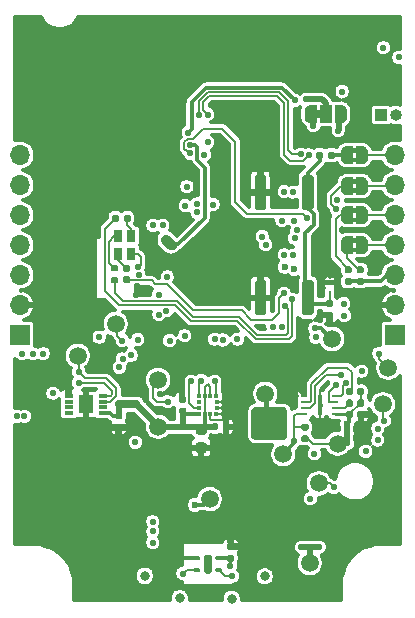
<source format=gbl>
G04 #@! TF.GenerationSoftware,KiCad,Pcbnew,(5.1.7)-1*
G04 #@! TF.CreationDate,2021-07-01T14:18:12+04:00*
G04 #@! TF.ProjectId,pcb-stm32wl,7063622d-7374-46d3-9332-776c2e6b6963,1.1*
G04 #@! TF.SameCoordinates,PX8f0d180PY6422c40*
G04 #@! TF.FileFunction,Copper,L4,Bot*
G04 #@! TF.FilePolarity,Positive*
%FSLAX46Y46*%
G04 Gerber Fmt 4.6, Leading zero omitted, Abs format (unit mm)*
G04 Created by KiCad (PCBNEW (5.1.7)-1) date 2021-07-01 14:18:12*
%MOMM*%
%LPD*%
G01*
G04 APERTURE LIST*
G04 #@! TA.AperFunction,EtchedComponent*
%ADD10C,0.100000*%
G04 #@! TD*
G04 #@! TA.AperFunction,SMDPad,CuDef*
%ADD11R,0.375000X0.350000*%
G04 #@! TD*
G04 #@! TA.AperFunction,SMDPad,CuDef*
%ADD12R,0.350000X0.375000*%
G04 #@! TD*
G04 #@! TA.AperFunction,SMDPad,CuDef*
%ADD13R,0.750000X0.300000*%
G04 #@! TD*
G04 #@! TA.AperFunction,SMDPad,CuDef*
%ADD14R,1.300000X1.500000*%
G04 #@! TD*
G04 #@! TA.AperFunction,SMDPad,CuDef*
%ADD15R,0.300000X1.700000*%
G04 #@! TD*
G04 #@! TA.AperFunction,SMDPad,CuDef*
%ADD16R,0.600000X0.270000*%
G04 #@! TD*
G04 #@! TA.AperFunction,SMDPad,CuDef*
%ADD17C,0.100000*%
G04 #@! TD*
G04 #@! TA.AperFunction,ComponentPad*
%ADD18R,1.000000X1.000000*%
G04 #@! TD*
G04 #@! TA.AperFunction,ComponentPad*
%ADD19O,1.000000X1.000000*%
G04 #@! TD*
G04 #@! TA.AperFunction,ComponentPad*
%ADD20R,1.700000X1.700000*%
G04 #@! TD*
G04 #@! TA.AperFunction,ComponentPad*
%ADD21O,1.700000X1.700000*%
G04 #@! TD*
G04 #@! TA.AperFunction,SMDPad,CuDef*
%ADD22R,0.800000X1.000000*%
G04 #@! TD*
G04 #@! TA.AperFunction,SMDPad,CuDef*
%ADD23R,0.250000X0.360000*%
G04 #@! TD*
G04 #@! TA.AperFunction,SMDPad,CuDef*
%ADD24R,1.000000X1.500000*%
G04 #@! TD*
G04 #@! TA.AperFunction,SMDPad,CuDef*
%ADD25C,1.500000*%
G04 #@! TD*
G04 #@! TA.AperFunction,ViaPad*
%ADD26C,0.800000*%
G04 #@! TD*
G04 #@! TA.AperFunction,ViaPad*
%ADD27C,0.550000*%
G04 #@! TD*
G04 #@! TA.AperFunction,ViaPad*
%ADD28C,0.600000*%
G04 #@! TD*
G04 #@! TA.AperFunction,ViaPad*
%ADD29C,0.450000*%
G04 #@! TD*
G04 #@! TA.AperFunction,ViaPad*
%ADD30C,0.500000*%
G04 #@! TD*
G04 #@! TA.AperFunction,Conductor*
%ADD31C,0.177800*%
G04 #@! TD*
G04 #@! TA.AperFunction,Conductor*
%ADD32C,0.197575*%
G04 #@! TD*
G04 #@! TA.AperFunction,Conductor*
%ADD33C,0.350000*%
G04 #@! TD*
G04 #@! TA.AperFunction,Conductor*
%ADD34C,0.200000*%
G04 #@! TD*
G04 #@! TA.AperFunction,Conductor*
%ADD35C,0.550000*%
G04 #@! TD*
G04 #@! TA.AperFunction,Conductor*
%ADD36C,0.300000*%
G04 #@! TD*
G04 #@! TA.AperFunction,Conductor*
%ADD37C,0.500000*%
G04 #@! TD*
G04 #@! TA.AperFunction,Conductor*
%ADD38C,0.250000*%
G04 #@! TD*
G04 #@! TA.AperFunction,Conductor*
%ADD39C,0.139700*%
G04 #@! TD*
G04 #@! TA.AperFunction,Conductor*
%ADD40C,0.700000*%
G04 #@! TD*
G04 #@! TA.AperFunction,Conductor*
%ADD41C,0.400000*%
G04 #@! TD*
G04 #@! TA.AperFunction,Conductor*
%ADD42C,0.508000*%
G04 #@! TD*
G04 #@! TA.AperFunction,Conductor*
%ADD43C,0.859502*%
G04 #@! TD*
G04 #@! TA.AperFunction,Conductor*
%ADD44C,0.152400*%
G04 #@! TD*
G04 #@! TA.AperFunction,Conductor*
%ADD45C,0.193000*%
G04 #@! TD*
G04 #@! TA.AperFunction,Conductor*
%ADD46C,0.100000*%
G04 #@! TD*
G04 APERTURE END LIST*
D10*
G36*
X12696000Y7420000D02*
G01*
X12196000Y7420000D01*
X12196000Y7020000D01*
X12696000Y7020000D01*
X12696000Y7420000D01*
G37*
G36*
X12696000Y8220000D02*
G01*
X12196000Y8220000D01*
X12196000Y7820000D01*
X12696000Y7820000D01*
X12696000Y8220000D01*
G37*
G36*
X12196000Y2740000D02*
G01*
X12696000Y2740000D01*
X12696000Y3140000D01*
X12196000Y3140000D01*
X12196000Y2740000D01*
G37*
G36*
X12196000Y1940000D02*
G01*
X12696000Y1940000D01*
X12696000Y2340000D01*
X12196000Y2340000D01*
X12196000Y1940000D01*
G37*
G36*
X9120000Y10800000D02*
G01*
X9620000Y10800000D01*
X9620000Y11400000D01*
X9120000Y11400000D01*
X9120000Y10800000D01*
G37*
G36*
X12696000Y5600000D02*
G01*
X12196000Y5600000D01*
X12196000Y5200000D01*
X12696000Y5200000D01*
X12696000Y5600000D01*
G37*
G36*
X12696000Y4800000D02*
G01*
X12196000Y4800000D01*
X12196000Y4400000D01*
X12696000Y4400000D01*
X12696000Y4800000D01*
G37*
G36*
X12196000Y-600000D02*
G01*
X12696000Y-600000D01*
X12696000Y-200000D01*
X12196000Y-200000D01*
X12196000Y-600000D01*
G37*
G36*
X12196000Y200000D02*
G01*
X12696000Y200000D01*
X12696000Y600000D01*
X12196000Y600000D01*
X12196000Y200000D01*
G37*
D11*
X-754500Y-13288803D03*
X-754500Y-13788803D03*
X770500Y-13788803D03*
X770500Y-13288803D03*
D12*
X-742000Y-14301303D03*
X-742000Y-12776303D03*
X758000Y-14301303D03*
X758000Y-12776303D03*
X258000Y-14301303D03*
X-242000Y-14301303D03*
X258000Y-12776303D03*
X-242000Y-12776303D03*
D13*
X-11750000Y-14238803D03*
X-11750000Y-13738803D03*
X-11750000Y-13238803D03*
X-11750000Y-12738803D03*
X-8850000Y-12738803D03*
X-8850000Y-13238803D03*
X-8850000Y-13738803D03*
X-8850000Y-14238803D03*
D14*
X-10300000Y-13488803D03*
G04 #@! TA.AperFunction,SMDPad,CuDef*
G36*
G01*
X375400Y-26387900D02*
X375400Y-27637900D01*
G75*
G02*
X200400Y-27812900I-175000J0D01*
G01*
X-149600Y-27812900D01*
G75*
G02*
X-324600Y-27637900I0J175000D01*
G01*
X-324600Y-26387900D01*
G75*
G02*
X-149600Y-26212900I175000J0D01*
G01*
X200400Y-26212900D01*
G75*
G02*
X375400Y-26387900I0J-175000D01*
G01*
G37*
G04 #@! TD.AperFunction*
G04 #@! TA.AperFunction,SMDPad,CuDef*
G36*
G01*
X-624600Y-26425400D02*
X-624600Y-26600400D01*
G75*
G02*
X-712100Y-26687900I-87500J0D01*
G01*
X-1087100Y-26687900D01*
G75*
G02*
X-1174600Y-26600400I0J87500D01*
G01*
X-1174600Y-26425400D01*
G75*
G02*
X-1087100Y-26337900I87500J0D01*
G01*
X-712100Y-26337900D01*
G75*
G02*
X-624600Y-26425400I0J-87500D01*
G01*
G37*
G04 #@! TD.AperFunction*
G04 #@! TA.AperFunction,SMDPad,CuDef*
G36*
G01*
X-624600Y-27425400D02*
X-624600Y-27600400D01*
G75*
G02*
X-712100Y-27687900I-87500J0D01*
G01*
X-1087100Y-27687900D01*
G75*
G02*
X-1174600Y-27600400I0J87500D01*
G01*
X-1174600Y-27425400D01*
G75*
G02*
X-1087100Y-27337900I87500J0D01*
G01*
X-712100Y-27337900D01*
G75*
G02*
X-624600Y-27425400I0J-87500D01*
G01*
G37*
G04 #@! TD.AperFunction*
G04 #@! TA.AperFunction,SMDPad,CuDef*
G36*
G01*
X1225400Y-27425400D02*
X1225400Y-27600400D01*
G75*
G02*
X1137900Y-27687900I-87500J0D01*
G01*
X762900Y-27687900D01*
G75*
G02*
X675400Y-27600400I0J87500D01*
G01*
X675400Y-27425400D01*
G75*
G02*
X762900Y-27337900I87500J0D01*
G01*
X1137900Y-27337900D01*
G75*
G02*
X1225400Y-27425400I0J-87500D01*
G01*
G37*
G04 #@! TD.AperFunction*
G04 #@! TA.AperFunction,SMDPad,CuDef*
G36*
G01*
X1225400Y-26425400D02*
X1225400Y-26600400D01*
G75*
G02*
X1137900Y-26687900I-87500J0D01*
G01*
X762900Y-26687900D01*
G75*
G02*
X675400Y-26600400I0J87500D01*
G01*
X675400Y-26425400D01*
G75*
G02*
X762900Y-26337900I87500J0D01*
G01*
X1137900Y-26337900D01*
G75*
G02*
X1225400Y-26425400I0J-87500D01*
G01*
G37*
G04 #@! TD.AperFunction*
D15*
X9512000Y-13527000D03*
D16*
X10812000Y-14277000D03*
X10812000Y-13777000D03*
X10812000Y-13277000D03*
X10812000Y-12777000D03*
X8212000Y-12777000D03*
X8212000Y-13277000D03*
X8212000Y-13777000D03*
X8212000Y-14277000D03*
G04 #@! TA.AperFunction,SMDPad,CuDef*
G36*
G01*
X-7680000Y-3245000D02*
X-8050000Y-3245000D01*
G75*
G02*
X-8185000Y-3110000I0J135000D01*
G01*
X-8185000Y-2840000D01*
G75*
G02*
X-8050000Y-2705000I135000J0D01*
G01*
X-7680000Y-2705000D01*
G75*
G02*
X-7545000Y-2840000I0J-135000D01*
G01*
X-7545000Y-3110000D01*
G75*
G02*
X-7680000Y-3245000I-135000J0D01*
G01*
G37*
G04 #@! TD.AperFunction*
G04 #@! TA.AperFunction,SMDPad,CuDef*
G36*
G01*
X-7680000Y-2225000D02*
X-8050000Y-2225000D01*
G75*
G02*
X-8185000Y-2090000I0J135000D01*
G01*
X-8185000Y-1820000D01*
G75*
G02*
X-8050000Y-1685000I135000J0D01*
G01*
X-7680000Y-1685000D01*
G75*
G02*
X-7545000Y-1820000I0J-135000D01*
G01*
X-7545000Y-2090000D01*
G75*
G02*
X-7680000Y-2225000I-135000J0D01*
G01*
G37*
G04 #@! TD.AperFunction*
G04 #@! TA.AperFunction,SMDPad,CuDef*
D17*
G36*
X11796000Y6870602D02*
G01*
X11771466Y6870602D01*
X11722635Y6875412D01*
X11674510Y6884984D01*
X11627555Y6899228D01*
X11582222Y6918005D01*
X11538949Y6941136D01*
X11498150Y6968396D01*
X11460221Y6999524D01*
X11425524Y7034221D01*
X11394396Y7072150D01*
X11367136Y7112949D01*
X11344005Y7156222D01*
X11325228Y7201555D01*
X11310984Y7248510D01*
X11301412Y7296635D01*
X11296602Y7345466D01*
X11296602Y7370000D01*
X11296000Y7370000D01*
X11296000Y7870000D01*
X11296602Y7870000D01*
X11296602Y7894534D01*
X11301412Y7943365D01*
X11310984Y7991490D01*
X11325228Y8038445D01*
X11344005Y8083778D01*
X11367136Y8127051D01*
X11394396Y8167850D01*
X11425524Y8205779D01*
X11460221Y8240476D01*
X11498150Y8271604D01*
X11538949Y8298864D01*
X11582222Y8321995D01*
X11627555Y8340772D01*
X11674510Y8355016D01*
X11722635Y8364588D01*
X11771466Y8369398D01*
X11796000Y8369398D01*
X11796000Y8370000D01*
X12296000Y8370000D01*
X12296000Y6870000D01*
X11796000Y6870000D01*
X11796000Y6870602D01*
G37*
G04 #@! TD.AperFunction*
G04 #@! TA.AperFunction,SMDPad,CuDef*
G36*
X12596000Y8370000D02*
G01*
X13096000Y8370000D01*
X13096000Y8369398D01*
X13120534Y8369398D01*
X13169365Y8364588D01*
X13217490Y8355016D01*
X13264445Y8340772D01*
X13309778Y8321995D01*
X13353051Y8298864D01*
X13393850Y8271604D01*
X13431779Y8240476D01*
X13466476Y8205779D01*
X13497604Y8167850D01*
X13524864Y8127051D01*
X13547995Y8083778D01*
X13566772Y8038445D01*
X13581016Y7991490D01*
X13590588Y7943365D01*
X13595398Y7894534D01*
X13595398Y7870000D01*
X13596000Y7870000D01*
X13596000Y7370000D01*
X13595398Y7370000D01*
X13595398Y7345466D01*
X13590588Y7296635D01*
X13581016Y7248510D01*
X13566772Y7201555D01*
X13547995Y7156222D01*
X13524864Y7112949D01*
X13497604Y7072150D01*
X13466476Y7034221D01*
X13431779Y6999524D01*
X13393850Y6968396D01*
X13353051Y6941136D01*
X13309778Y6918005D01*
X13264445Y6899228D01*
X13217490Y6884984D01*
X13169365Y6875412D01*
X13120534Y6870602D01*
X13096000Y6870602D01*
X13096000Y6870000D01*
X12596000Y6870000D01*
X12596000Y8370000D01*
G37*
G04 #@! TD.AperFunction*
D18*
X14700000Y11000000D03*
D19*
X15970000Y11000000D03*
G04 #@! TA.AperFunction,SMDPad,CuDef*
D17*
G36*
X13096000Y3289398D02*
G01*
X13120534Y3289398D01*
X13169365Y3284588D01*
X13217490Y3275016D01*
X13264445Y3260772D01*
X13309778Y3241995D01*
X13353051Y3218864D01*
X13393850Y3191604D01*
X13431779Y3160476D01*
X13466476Y3125779D01*
X13497604Y3087850D01*
X13524864Y3047051D01*
X13547995Y3003778D01*
X13566772Y2958445D01*
X13581016Y2911490D01*
X13590588Y2863365D01*
X13595398Y2814534D01*
X13595398Y2790000D01*
X13596000Y2790000D01*
X13596000Y2290000D01*
X13595398Y2290000D01*
X13595398Y2265466D01*
X13590588Y2216635D01*
X13581016Y2168510D01*
X13566772Y2121555D01*
X13547995Y2076222D01*
X13524864Y2032949D01*
X13497604Y1992150D01*
X13466476Y1954221D01*
X13431779Y1919524D01*
X13393850Y1888396D01*
X13353051Y1861136D01*
X13309778Y1838005D01*
X13264445Y1819228D01*
X13217490Y1804984D01*
X13169365Y1795412D01*
X13120534Y1790602D01*
X13096000Y1790602D01*
X13096000Y1790000D01*
X12596000Y1790000D01*
X12596000Y3290000D01*
X13096000Y3290000D01*
X13096000Y3289398D01*
G37*
G04 #@! TD.AperFunction*
G04 #@! TA.AperFunction,SMDPad,CuDef*
G36*
X12296000Y1790000D02*
G01*
X11796000Y1790000D01*
X11796000Y1790602D01*
X11771466Y1790602D01*
X11722635Y1795412D01*
X11674510Y1804984D01*
X11627555Y1819228D01*
X11582222Y1838005D01*
X11538949Y1861136D01*
X11498150Y1888396D01*
X11460221Y1919524D01*
X11425524Y1954221D01*
X11394396Y1992150D01*
X11367136Y2032949D01*
X11344005Y2076222D01*
X11325228Y2121555D01*
X11310984Y2168510D01*
X11301412Y2216635D01*
X11296602Y2265466D01*
X11296602Y2290000D01*
X11296000Y2290000D01*
X11296000Y2790000D01*
X11296602Y2790000D01*
X11296602Y2814534D01*
X11301412Y2863365D01*
X11310984Y2911490D01*
X11325228Y2958445D01*
X11344005Y3003778D01*
X11367136Y3047051D01*
X11394396Y3087850D01*
X11425524Y3125779D01*
X11460221Y3160476D01*
X11498150Y3191604D01*
X11538949Y3218864D01*
X11582222Y3241995D01*
X11627555Y3260772D01*
X11674510Y3275016D01*
X11722635Y3284588D01*
X11771466Y3289398D01*
X11796000Y3289398D01*
X11796000Y3290000D01*
X12296000Y3290000D01*
X12296000Y1790000D01*
G37*
G04 #@! TD.AperFunction*
D20*
X15875000Y-7620000D03*
D21*
X15875000Y-5080000D03*
X15875000Y-2540000D03*
X15875000Y0D03*
X15875000Y2540000D03*
X15875000Y5080000D03*
X15875000Y7620000D03*
G04 #@! TA.AperFunction,SMDPad,CuDef*
G36*
G01*
X1874000Y-15201000D02*
X1874000Y-15541000D01*
G75*
G02*
X1734000Y-15681000I-140000J0D01*
G01*
X1454000Y-15681000D01*
G75*
G02*
X1314000Y-15541000I0J140000D01*
G01*
X1314000Y-15201000D01*
G75*
G02*
X1454000Y-15061000I140000J0D01*
G01*
X1734000Y-15061000D01*
G75*
G02*
X1874000Y-15201000I0J-140000D01*
G01*
G37*
G04 #@! TD.AperFunction*
G04 #@! TA.AperFunction,SMDPad,CuDef*
G36*
G01*
X914000Y-15201000D02*
X914000Y-15541000D01*
G75*
G02*
X774000Y-15681000I-140000J0D01*
G01*
X494000Y-15681000D01*
G75*
G02*
X354000Y-15541000I0J140000D01*
G01*
X354000Y-15201000D01*
G75*
G02*
X494000Y-15061000I140000J0D01*
G01*
X774000Y-15061000D01*
G75*
G02*
X914000Y-15201000I0J-140000D01*
G01*
G37*
G04 #@! TD.AperFunction*
G04 #@! TA.AperFunction,SMDPad,CuDef*
G36*
G01*
X-280000Y-17605000D02*
X-780000Y-17605000D01*
G75*
G02*
X-1005000Y-17380000I0J225000D01*
G01*
X-1005000Y-16930000D01*
G75*
G02*
X-780000Y-16705000I225000J0D01*
G01*
X-280000Y-16705000D01*
G75*
G02*
X-55000Y-16930000I0J-225000D01*
G01*
X-55000Y-17380000D01*
G75*
G02*
X-280000Y-17605000I-225000J0D01*
G01*
G37*
G04 #@! TD.AperFunction*
G04 #@! TA.AperFunction,SMDPad,CuDef*
G36*
G01*
X-280000Y-16055000D02*
X-780000Y-16055000D01*
G75*
G02*
X-1005000Y-15830000I0J225000D01*
G01*
X-1005000Y-15380000D01*
G75*
G02*
X-780000Y-15155000I225000J0D01*
G01*
X-280000Y-15155000D01*
G75*
G02*
X-55000Y-15380000I0J-225000D01*
G01*
X-55000Y-15830000D01*
G75*
G02*
X-280000Y-16055000I-225000J0D01*
G01*
G37*
G04 #@! TD.AperFunction*
D20*
X-15875000Y-7620000D03*
D21*
X-15875000Y-5080000D03*
X-15875000Y-2540000D03*
X-15875000Y0D03*
X-15875000Y2540000D03*
X-15875000Y5080000D03*
X-15875000Y7620000D03*
G04 #@! TA.AperFunction,SMDPad,CuDef*
G36*
G01*
X12320000Y-14157500D02*
X12320000Y-14502500D01*
G75*
G02*
X12172500Y-14650000I-147500J0D01*
G01*
X11877500Y-14650000D01*
G75*
G02*
X11730000Y-14502500I0J147500D01*
G01*
X11730000Y-14157500D01*
G75*
G02*
X11877500Y-14010000I147500J0D01*
G01*
X12172500Y-14010000D01*
G75*
G02*
X12320000Y-14157500I0J-147500D01*
G01*
G37*
G04 #@! TD.AperFunction*
G04 #@! TA.AperFunction,SMDPad,CuDef*
G36*
G01*
X13290000Y-14157500D02*
X13290000Y-14502500D01*
G75*
G02*
X13142500Y-14650000I-147500J0D01*
G01*
X12847500Y-14650000D01*
G75*
G02*
X12700000Y-14502500I0J147500D01*
G01*
X12700000Y-14157500D01*
G75*
G02*
X12847500Y-14010000I147500J0D01*
G01*
X13142500Y-14010000D01*
G75*
G02*
X13290000Y-14157500I0J-147500D01*
G01*
G37*
G04 #@! TD.AperFunction*
G04 #@! TA.AperFunction,SMDPad,CuDef*
G36*
G01*
X-2267500Y-13749000D02*
X-1922500Y-13749000D01*
G75*
G02*
X-1775000Y-13896500I0J-147500D01*
G01*
X-1775000Y-14191500D01*
G75*
G02*
X-1922500Y-14339000I-147500J0D01*
G01*
X-2267500Y-14339000D01*
G75*
G02*
X-2415000Y-14191500I0J147500D01*
G01*
X-2415000Y-13896500D01*
G75*
G02*
X-2267500Y-13749000I147500J0D01*
G01*
G37*
G04 #@! TD.AperFunction*
G04 #@! TA.AperFunction,SMDPad,CuDef*
G36*
G01*
X-2267500Y-12779000D02*
X-1922500Y-12779000D01*
G75*
G02*
X-1775000Y-12926500I0J-147500D01*
G01*
X-1775000Y-13221500D01*
G75*
G02*
X-1922500Y-13369000I-147500J0D01*
G01*
X-2267500Y-13369000D01*
G75*
G02*
X-2415000Y-13221500I0J147500D01*
G01*
X-2415000Y-12926500D01*
G75*
G02*
X-2267500Y-12779000I147500J0D01*
G01*
G37*
G04 #@! TD.AperFunction*
G04 #@! TA.AperFunction,SMDPad,CuDef*
G36*
G01*
X1780500Y-25229000D02*
X2125500Y-25229000D01*
G75*
G02*
X2273000Y-25376500I0J-147500D01*
G01*
X2273000Y-25671500D01*
G75*
G02*
X2125500Y-25819000I-147500J0D01*
G01*
X1780500Y-25819000D01*
G75*
G02*
X1633000Y-25671500I0J147500D01*
G01*
X1633000Y-25376500D01*
G75*
G02*
X1780500Y-25229000I147500J0D01*
G01*
G37*
G04 #@! TD.AperFunction*
G04 #@! TA.AperFunction,SMDPad,CuDef*
G36*
G01*
X1780500Y-26199000D02*
X2125500Y-26199000D01*
G75*
G02*
X2273000Y-26346500I0J-147500D01*
G01*
X2273000Y-26641500D01*
G75*
G02*
X2125500Y-26789000I-147500J0D01*
G01*
X1780500Y-26789000D01*
G75*
G02*
X1633000Y-26641500I0J147500D01*
G01*
X1633000Y-26346500D01*
G75*
G02*
X1780500Y-26199000I147500J0D01*
G01*
G37*
G04 #@! TD.AperFunction*
G04 #@! TA.AperFunction,SMDPad,CuDef*
G36*
G01*
X-7347500Y-15730000D02*
X-7692500Y-15730000D01*
G75*
G02*
X-7840000Y-15582500I0J147500D01*
G01*
X-7840000Y-15287500D01*
G75*
G02*
X-7692500Y-15140000I147500J0D01*
G01*
X-7347500Y-15140000D01*
G75*
G02*
X-7200000Y-15287500I0J-147500D01*
G01*
X-7200000Y-15582500D01*
G75*
G02*
X-7347500Y-15730000I-147500J0D01*
G01*
G37*
G04 #@! TD.AperFunction*
G04 #@! TA.AperFunction,SMDPad,CuDef*
G36*
G01*
X-7347500Y-14760000D02*
X-7692500Y-14760000D01*
G75*
G02*
X-7840000Y-14612500I0J147500D01*
G01*
X-7840000Y-14317500D01*
G75*
G02*
X-7692500Y-14170000I147500J0D01*
G01*
X-7347500Y-14170000D01*
G75*
G02*
X-7200000Y-14317500I0J-147500D01*
G01*
X-7200000Y-14612500D01*
G75*
G02*
X-7347500Y-14760000I-147500J0D01*
G01*
G37*
G04 #@! TD.AperFunction*
G04 #@! TA.AperFunction,SMDPad,CuDef*
G36*
G01*
X10522500Y-6230000D02*
X10177500Y-6230000D01*
G75*
G02*
X10030000Y-6082500I0J147500D01*
G01*
X10030000Y-5787500D01*
G75*
G02*
X10177500Y-5640000I147500J0D01*
G01*
X10522500Y-5640000D01*
G75*
G02*
X10670000Y-5787500I0J-147500D01*
G01*
X10670000Y-6082500D01*
G75*
G02*
X10522500Y-6230000I-147500J0D01*
G01*
G37*
G04 #@! TD.AperFunction*
G04 #@! TA.AperFunction,SMDPad,CuDef*
G36*
G01*
X10522500Y-5260000D02*
X10177500Y-5260000D01*
G75*
G02*
X10030000Y-5112500I0J147500D01*
G01*
X10030000Y-4817500D01*
G75*
G02*
X10177500Y-4670000I147500J0D01*
G01*
X10522500Y-4670000D01*
G75*
G02*
X10670000Y-4817500I0J-147500D01*
G01*
X10670000Y-5112500D01*
G75*
G02*
X10522500Y-5260000I-147500J0D01*
G01*
G37*
G04 #@! TD.AperFunction*
G04 #@! TA.AperFunction,SMDPad,CuDef*
G36*
G01*
X13294000Y-13196500D02*
X13294000Y-13541500D01*
G75*
G02*
X13146500Y-13689000I-147500J0D01*
G01*
X12851500Y-13689000D01*
G75*
G02*
X12704000Y-13541500I0J147500D01*
G01*
X12704000Y-13196500D01*
G75*
G02*
X12851500Y-13049000I147500J0D01*
G01*
X13146500Y-13049000D01*
G75*
G02*
X13294000Y-13196500I0J-147500D01*
G01*
G37*
G04 #@! TD.AperFunction*
G04 #@! TA.AperFunction,SMDPad,CuDef*
G36*
G01*
X12324000Y-13196500D02*
X12324000Y-13541500D01*
G75*
G02*
X12176500Y-13689000I-147500J0D01*
G01*
X11881500Y-13689000D01*
G75*
G02*
X11734000Y-13541500I0J147500D01*
G01*
X11734000Y-13196500D01*
G75*
G02*
X11881500Y-13049000I147500J0D01*
G01*
X12176500Y-13049000D01*
G75*
G02*
X12324000Y-13196500I0J-147500D01*
G01*
G37*
G04 #@! TD.AperFunction*
G04 #@! TA.AperFunction,SMDPad,CuDef*
G36*
G01*
X12781500Y-1808000D02*
X13126500Y-1808000D01*
G75*
G02*
X13274000Y-1955500I0J-147500D01*
G01*
X13274000Y-2250500D01*
G75*
G02*
X13126500Y-2398000I-147500J0D01*
G01*
X12781500Y-2398000D01*
G75*
G02*
X12634000Y-2250500I0J147500D01*
G01*
X12634000Y-1955500D01*
G75*
G02*
X12781500Y-1808000I147500J0D01*
G01*
G37*
G04 #@! TD.AperFunction*
G04 #@! TA.AperFunction,SMDPad,CuDef*
G36*
G01*
X12781500Y-2778000D02*
X13126500Y-2778000D01*
G75*
G02*
X13274000Y-2925500I0J-147500D01*
G01*
X13274000Y-3220500D01*
G75*
G02*
X13126500Y-3368000I-147500J0D01*
G01*
X12781500Y-3368000D01*
G75*
G02*
X12634000Y-3220500I0J147500D01*
G01*
X12634000Y-2925500D01*
G75*
G02*
X12781500Y-2778000I147500J0D01*
G01*
G37*
G04 #@! TD.AperFunction*
G04 #@! TA.AperFunction,SMDPad,CuDef*
G36*
G01*
X13280000Y-12227500D02*
X13280000Y-12572500D01*
G75*
G02*
X13132500Y-12720000I-147500J0D01*
G01*
X12837500Y-12720000D01*
G75*
G02*
X12690000Y-12572500I0J147500D01*
G01*
X12690000Y-12227500D01*
G75*
G02*
X12837500Y-12080000I147500J0D01*
G01*
X13132500Y-12080000D01*
G75*
G02*
X13280000Y-12227500I0J-147500D01*
G01*
G37*
G04 #@! TD.AperFunction*
G04 #@! TA.AperFunction,SMDPad,CuDef*
G36*
G01*
X12310000Y-12227500D02*
X12310000Y-12572500D01*
G75*
G02*
X12162500Y-12720000I-147500J0D01*
G01*
X11867500Y-12720000D01*
G75*
G02*
X11720000Y-12572500I0J147500D01*
G01*
X11720000Y-12227500D01*
G75*
G02*
X11867500Y-12080000I147500J0D01*
G01*
X12162500Y-12080000D01*
G75*
G02*
X12310000Y-12227500I0J-147500D01*
G01*
G37*
G04 #@! TD.AperFunction*
G04 #@! TA.AperFunction,SMDPad,CuDef*
G36*
G01*
X9810000Y7772500D02*
X9810000Y7427500D01*
G75*
G02*
X9662500Y7280000I-147500J0D01*
G01*
X9367500Y7280000D01*
G75*
G02*
X9220000Y7427500I0J147500D01*
G01*
X9220000Y7772500D01*
G75*
G02*
X9367500Y7920000I147500J0D01*
G01*
X9662500Y7920000D01*
G75*
G02*
X9810000Y7772500I0J-147500D01*
G01*
G37*
G04 #@! TD.AperFunction*
G04 #@! TA.AperFunction,SMDPad,CuDef*
G36*
G01*
X10780000Y7772500D02*
X10780000Y7427500D01*
G75*
G02*
X10632500Y7280000I-147500J0D01*
G01*
X10337500Y7280000D01*
G75*
G02*
X10190000Y7427500I0J147500D01*
G01*
X10190000Y7772500D01*
G75*
G02*
X10337500Y7920000I147500J0D01*
G01*
X10632500Y7920000D01*
G75*
G02*
X10780000Y7772500I0J-147500D01*
G01*
G37*
G04 #@! TD.AperFunction*
G04 #@! TA.AperFunction,SMDPad,CuDef*
G36*
G01*
X-6676500Y-3245000D02*
X-7021500Y-3245000D01*
G75*
G02*
X-7169000Y-3097500I0J147500D01*
G01*
X-7169000Y-2802500D01*
G75*
G02*
X-7021500Y-2655000I147500J0D01*
G01*
X-6676500Y-2655000D01*
G75*
G02*
X-6529000Y-2802500I0J-147500D01*
G01*
X-6529000Y-3097500D01*
G75*
G02*
X-6676500Y-3245000I-147500J0D01*
G01*
G37*
G04 #@! TD.AperFunction*
G04 #@! TA.AperFunction,SMDPad,CuDef*
G36*
G01*
X-6676500Y-2275000D02*
X-7021500Y-2275000D01*
G75*
G02*
X-7169000Y-2127500I0J147500D01*
G01*
X-7169000Y-1832500D01*
G75*
G02*
X-7021500Y-1685000I147500J0D01*
G01*
X-6676500Y-1685000D01*
G75*
G02*
X-6529000Y-1832500I0J-147500D01*
G01*
X-6529000Y-2127500D01*
G75*
G02*
X-6676500Y-2275000I-147500J0D01*
G01*
G37*
G04 #@! TD.AperFunction*
D22*
X-6450000Y750000D03*
X-6450000Y-750000D03*
X-7550000Y-750000D03*
X-7550000Y750000D03*
G04 #@! TA.AperFunction,SMDPad,CuDef*
G36*
G01*
X8422500Y-15710000D02*
X8077500Y-15710000D01*
G75*
G02*
X7930000Y-15562500I0J147500D01*
G01*
X7930000Y-15267500D01*
G75*
G02*
X8077500Y-15120000I147500J0D01*
G01*
X8422500Y-15120000D01*
G75*
G02*
X8570000Y-15267500I0J-147500D01*
G01*
X8570000Y-15562500D01*
G75*
G02*
X8422500Y-15710000I-147500J0D01*
G01*
G37*
G04 #@! TD.AperFunction*
G04 #@! TA.AperFunction,SMDPad,CuDef*
G36*
G01*
X8422500Y-16680000D02*
X8077500Y-16680000D01*
G75*
G02*
X7930000Y-16532500I0J147500D01*
G01*
X7930000Y-16237500D01*
G75*
G02*
X8077500Y-16090000I147500J0D01*
G01*
X8422500Y-16090000D01*
G75*
G02*
X8570000Y-16237500I0J-147500D01*
G01*
X8570000Y-16532500D01*
G75*
G02*
X8422500Y-16680000I-147500J0D01*
G01*
G37*
G04 #@! TD.AperFunction*
G04 #@! TA.AperFunction,SMDPad,CuDef*
G36*
G01*
X12110500Y-2398000D02*
X11765500Y-2398000D01*
G75*
G02*
X11618000Y-2250500I0J147500D01*
G01*
X11618000Y-1955500D01*
G75*
G02*
X11765500Y-1808000I147500J0D01*
G01*
X12110500Y-1808000D01*
G75*
G02*
X12258000Y-1955500I0J-147500D01*
G01*
X12258000Y-2250500D01*
G75*
G02*
X12110500Y-2398000I-147500J0D01*
G01*
G37*
G04 #@! TD.AperFunction*
G04 #@! TA.AperFunction,SMDPad,CuDef*
G36*
G01*
X12110500Y-3368000D02*
X11765500Y-3368000D01*
G75*
G02*
X11618000Y-3220500I0J147500D01*
G01*
X11618000Y-2925500D01*
G75*
G02*
X11765500Y-2778000I147500J0D01*
G01*
X12110500Y-2778000D01*
G75*
G02*
X12258000Y-2925500I0J-147500D01*
G01*
X12258000Y-3220500D01*
G75*
G02*
X12110500Y-3368000I-147500J0D01*
G01*
G37*
G04 #@! TD.AperFunction*
D23*
X10350000Y-4020000D03*
X10350000Y-3180000D03*
G04 #@! TA.AperFunction,SMDPad,CuDef*
D17*
G36*
X9270000Y10350000D02*
G01*
X8720000Y10350000D01*
X8720000Y10350602D01*
X8695466Y10350602D01*
X8646635Y10355412D01*
X8598510Y10364984D01*
X8551555Y10379228D01*
X8506222Y10398005D01*
X8462949Y10421136D01*
X8422150Y10448396D01*
X8384221Y10479524D01*
X8349524Y10514221D01*
X8318396Y10552150D01*
X8291136Y10592949D01*
X8268005Y10636222D01*
X8249228Y10681555D01*
X8234984Y10728510D01*
X8225412Y10776635D01*
X8220602Y10825466D01*
X8220602Y10850000D01*
X8220000Y10850000D01*
X8220000Y11350000D01*
X8220602Y11350000D01*
X8220602Y11374534D01*
X8225412Y11423365D01*
X8234984Y11471490D01*
X8249228Y11518445D01*
X8268005Y11563778D01*
X8291136Y11607051D01*
X8318396Y11647850D01*
X8349524Y11685779D01*
X8384221Y11720476D01*
X8422150Y11751604D01*
X8462949Y11778864D01*
X8506222Y11801995D01*
X8551555Y11820772D01*
X8598510Y11835016D01*
X8646635Y11844588D01*
X8695466Y11849398D01*
X8720000Y11849398D01*
X8720000Y11850000D01*
X9270000Y11850000D01*
X9270000Y10350000D01*
G37*
G04 #@! TD.AperFunction*
D24*
X10020000Y11100000D03*
G04 #@! TA.AperFunction,SMDPad,CuDef*
D17*
G36*
X11320000Y11849398D02*
G01*
X11344534Y11849398D01*
X11393365Y11844588D01*
X11441490Y11835016D01*
X11488445Y11820772D01*
X11533778Y11801995D01*
X11577051Y11778864D01*
X11617850Y11751604D01*
X11655779Y11720476D01*
X11690476Y11685779D01*
X11721604Y11647850D01*
X11748864Y11607051D01*
X11771995Y11563778D01*
X11790772Y11518445D01*
X11805016Y11471490D01*
X11814588Y11423365D01*
X11819398Y11374534D01*
X11819398Y11350000D01*
X11820000Y11350000D01*
X11820000Y10850000D01*
X11819398Y10850000D01*
X11819398Y10825466D01*
X11814588Y10776635D01*
X11805016Y10728510D01*
X11790772Y10681555D01*
X11771995Y10636222D01*
X11748864Y10592949D01*
X11721604Y10552150D01*
X11690476Y10514221D01*
X11655779Y10479524D01*
X11617850Y10448396D01*
X11577051Y10421136D01*
X11533778Y10398005D01*
X11488445Y10379228D01*
X11441490Y10364984D01*
X11393365Y10355412D01*
X11344534Y10350602D01*
X11320000Y10350602D01*
X11320000Y10350000D01*
X10770000Y10350000D01*
X10770000Y11850000D01*
X11320000Y11850000D01*
X11320000Y11849398D01*
G37*
G04 #@! TD.AperFunction*
G04 #@! TA.AperFunction,SMDPad,CuDef*
G36*
X11796000Y4250602D02*
G01*
X11771466Y4250602D01*
X11722635Y4255412D01*
X11674510Y4264984D01*
X11627555Y4279228D01*
X11582222Y4298005D01*
X11538949Y4321136D01*
X11498150Y4348396D01*
X11460221Y4379524D01*
X11425524Y4414221D01*
X11394396Y4452150D01*
X11367136Y4492949D01*
X11344005Y4536222D01*
X11325228Y4581555D01*
X11310984Y4628510D01*
X11301412Y4676635D01*
X11296602Y4725466D01*
X11296602Y4750000D01*
X11296000Y4750000D01*
X11296000Y5250000D01*
X11296602Y5250000D01*
X11296602Y5274534D01*
X11301412Y5323365D01*
X11310984Y5371490D01*
X11325228Y5418445D01*
X11344005Y5463778D01*
X11367136Y5507051D01*
X11394396Y5547850D01*
X11425524Y5585779D01*
X11460221Y5620476D01*
X11498150Y5651604D01*
X11538949Y5678864D01*
X11582222Y5701995D01*
X11627555Y5720772D01*
X11674510Y5735016D01*
X11722635Y5744588D01*
X11771466Y5749398D01*
X11796000Y5749398D01*
X11796000Y5750000D01*
X12296000Y5750000D01*
X12296000Y4250000D01*
X11796000Y4250000D01*
X11796000Y4250602D01*
G37*
G04 #@! TD.AperFunction*
G04 #@! TA.AperFunction,SMDPad,CuDef*
G36*
X12596000Y5750000D02*
G01*
X13096000Y5750000D01*
X13096000Y5749398D01*
X13120534Y5749398D01*
X13169365Y5744588D01*
X13217490Y5735016D01*
X13264445Y5720772D01*
X13309778Y5701995D01*
X13353051Y5678864D01*
X13393850Y5651604D01*
X13431779Y5620476D01*
X13466476Y5585779D01*
X13497604Y5547850D01*
X13524864Y5507051D01*
X13547995Y5463778D01*
X13566772Y5418445D01*
X13581016Y5371490D01*
X13590588Y5323365D01*
X13595398Y5274534D01*
X13595398Y5250000D01*
X13596000Y5250000D01*
X13596000Y4750000D01*
X13595398Y4750000D01*
X13595398Y4725466D01*
X13590588Y4676635D01*
X13581016Y4628510D01*
X13566772Y4581555D01*
X13547995Y4536222D01*
X13524864Y4492949D01*
X13497604Y4452150D01*
X13466476Y4414221D01*
X13431779Y4379524D01*
X13393850Y4348396D01*
X13353051Y4321136D01*
X13309778Y4298005D01*
X13264445Y4279228D01*
X13217490Y4264984D01*
X13169365Y4255412D01*
X13120534Y4250602D01*
X13096000Y4250602D01*
X13096000Y4250000D01*
X12596000Y4250000D01*
X12596000Y5750000D01*
G37*
G04 #@! TD.AperFunction*
G04 #@! TA.AperFunction,SMDPad,CuDef*
G36*
X13096000Y749398D02*
G01*
X13120534Y749398D01*
X13169365Y744588D01*
X13217490Y735016D01*
X13264445Y720772D01*
X13309778Y701995D01*
X13353051Y678864D01*
X13393850Y651604D01*
X13431779Y620476D01*
X13466476Y585779D01*
X13497604Y547850D01*
X13524864Y507051D01*
X13547995Y463778D01*
X13566772Y418445D01*
X13581016Y371490D01*
X13590588Y323365D01*
X13595398Y274534D01*
X13595398Y250000D01*
X13596000Y250000D01*
X13596000Y-250000D01*
X13595398Y-250000D01*
X13595398Y-274534D01*
X13590588Y-323365D01*
X13581016Y-371490D01*
X13566772Y-418445D01*
X13547995Y-463778D01*
X13524864Y-507051D01*
X13497604Y-547850D01*
X13466476Y-585779D01*
X13431779Y-620476D01*
X13393850Y-651604D01*
X13353051Y-678864D01*
X13309778Y-701995D01*
X13264445Y-720772D01*
X13217490Y-735016D01*
X13169365Y-744588D01*
X13120534Y-749398D01*
X13096000Y-749398D01*
X13096000Y-750000D01*
X12596000Y-750000D01*
X12596000Y750000D01*
X13096000Y750000D01*
X13096000Y749398D01*
G37*
G04 #@! TD.AperFunction*
G04 #@! TA.AperFunction,SMDPad,CuDef*
G36*
X12296000Y-750000D02*
G01*
X11796000Y-750000D01*
X11796000Y-749398D01*
X11771466Y-749398D01*
X11722635Y-744588D01*
X11674510Y-735016D01*
X11627555Y-720772D01*
X11582222Y-701995D01*
X11538949Y-678864D01*
X11498150Y-651604D01*
X11460221Y-620476D01*
X11425524Y-585779D01*
X11394396Y-547850D01*
X11367136Y-507051D01*
X11344005Y-463778D01*
X11325228Y-418445D01*
X11310984Y-371490D01*
X11301412Y-323365D01*
X11296602Y-274534D01*
X11296602Y-250000D01*
X11296000Y-250000D01*
X11296000Y250000D01*
X11296602Y250000D01*
X11296602Y274534D01*
X11301412Y323365D01*
X11310984Y371490D01*
X11325228Y418445D01*
X11344005Y463778D01*
X11367136Y507051D01*
X11394396Y547850D01*
X11425524Y585779D01*
X11460221Y620476D01*
X11498150Y651604D01*
X11538949Y678864D01*
X11582222Y701995D01*
X11627555Y720772D01*
X11674510Y735016D01*
X11722635Y744588D01*
X11771466Y749398D01*
X11796000Y749398D01*
X11796000Y750000D01*
X12296000Y750000D01*
X12296000Y-750000D01*
G37*
G04 #@! TD.AperFunction*
G04 #@! TA.AperFunction,SMDPad,CuDef*
G36*
G01*
X-8065000Y2074000D02*
X-8065000Y2444000D01*
G75*
G02*
X-7930000Y2579000I135000J0D01*
G01*
X-7660000Y2579000D01*
G75*
G02*
X-7525000Y2444000I0J-135000D01*
G01*
X-7525000Y2074000D01*
G75*
G02*
X-7660000Y1939000I-135000J0D01*
G01*
X-7930000Y1939000D01*
G75*
G02*
X-8065000Y2074000I0J135000D01*
G01*
G37*
G04 #@! TD.AperFunction*
G04 #@! TA.AperFunction,SMDPad,CuDef*
G36*
G01*
X-7045000Y2074000D02*
X-7045000Y2444000D01*
G75*
G02*
X-6910000Y2579000I135000J0D01*
G01*
X-6640000Y2579000D01*
G75*
G02*
X-6505000Y2444000I0J-135000D01*
G01*
X-6505000Y2074000D01*
G75*
G02*
X-6640000Y1939000I-135000J0D01*
G01*
X-6910000Y1939000D01*
G75*
G02*
X-7045000Y2074000I0J135000D01*
G01*
G37*
G04 #@! TD.AperFunction*
D25*
X8660000Y-26910000D03*
X190000Y-21500000D03*
X10550000Y-7950000D03*
X-4175000Y-11425000D03*
X4900000Y-12580000D03*
X6420000Y-17710000D03*
X15300000Y-10380000D03*
X9440000Y-20170000D03*
X14860000Y-13490000D03*
X11037000Y-16824000D03*
X-4174000Y-15377000D03*
X-7760000Y-6680000D03*
X-10979000Y-9360000D03*
G04 #@! TA.AperFunction,SMDPad,CuDef*
G36*
G01*
X4800000Y2950000D02*
X4200000Y2950000D01*
G75*
G02*
X4000000Y3150000I0J200000D01*
G01*
X4000000Y5750000D01*
G75*
G02*
X4200000Y5950000I200000J0D01*
G01*
X4800000Y5950000D01*
G75*
G02*
X5000000Y5750000I0J-200000D01*
G01*
X5000000Y3150000D01*
G75*
G02*
X4800000Y2950000I-200000J0D01*
G01*
G37*
G04 #@! TD.AperFunction*
G04 #@! TA.AperFunction,SMDPad,CuDef*
G36*
G01*
X4800000Y-5950000D02*
X4200000Y-5950000D01*
G75*
G02*
X4000000Y-5750000I0J200000D01*
G01*
X4000000Y-3150000D01*
G75*
G02*
X4200000Y-2950000I200000J0D01*
G01*
X4800000Y-2950000D01*
G75*
G02*
X5000000Y-3150000I0J-200000D01*
G01*
X5000000Y-5750000D01*
G75*
G02*
X4800000Y-5950000I-200000J0D01*
G01*
G37*
G04 #@! TD.AperFunction*
G04 #@! TA.AperFunction,SMDPad,CuDef*
G36*
G01*
X8800000Y2950000D02*
X8200000Y2950000D01*
G75*
G02*
X8000000Y3150000I0J200000D01*
G01*
X8000000Y5750000D01*
G75*
G02*
X8200000Y5950000I200000J0D01*
G01*
X8800000Y5950000D01*
G75*
G02*
X9000000Y5750000I0J-200000D01*
G01*
X9000000Y3150000D01*
G75*
G02*
X8800000Y2950000I-200000J0D01*
G01*
G37*
G04 #@! TD.AperFunction*
G04 #@! TA.AperFunction,SMDPad,CuDef*
G36*
G01*
X8800000Y-5950000D02*
X8200000Y-5950000D01*
G75*
G02*
X8000000Y-5750000I0J200000D01*
G01*
X8000000Y-3150000D01*
G75*
G02*
X8200000Y-2950000I200000J0D01*
G01*
X8800000Y-2950000D01*
G75*
G02*
X9000000Y-3150000I0J-200000D01*
G01*
X9000000Y-5750000D01*
G75*
G02*
X8800000Y-5950000I-200000J0D01*
G01*
G37*
G04 #@! TD.AperFunction*
D26*
X-5300000Y-28000000D03*
X4850000Y-28050000D03*
X-2350000Y-29900000D03*
D27*
X14900000Y16700000D03*
X16200000Y15900000D03*
D26*
X2050000Y-29922568D03*
D27*
X2477600Y-3407200D03*
X1156800Y-4778800D03*
X-265600Y-4778800D03*
X2477600Y-2035600D03*
X1156800Y-2035600D03*
X-265600Y-2035600D03*
X2477600Y-4778800D03*
D26*
X-2450000Y-23700000D03*
X-2450000Y-25750000D03*
D27*
X7520000Y-28980000D03*
X-6100000Y-21525000D03*
X-6125000Y-19375000D03*
X2620000Y-19080000D03*
D28*
X7900000Y-18150000D03*
X7900000Y-19200000D03*
X7900000Y-20150000D03*
X7900000Y-21200000D03*
D27*
X2300000Y-11525000D03*
X9375000Y-16025000D03*
X9960000Y-9700000D03*
X-10000000Y6420000D03*
X10000000Y14540000D03*
X10000000Y6650000D03*
X-14780000Y-13240000D03*
X5575000Y-9850000D03*
X6200000Y-10800000D03*
X4500000Y-6930000D03*
X-265600Y-3407200D03*
X1120000Y-3408500D03*
X-9080000Y-5210000D03*
X6212590Y-10112800D03*
D28*
X9500000Y-15250000D03*
D27*
X-14994811Y-11441316D03*
X1000Y-23693000D03*
X11550000Y-18350000D03*
X-12280000Y-23870000D03*
X-11090000Y-22800000D03*
X-3075000Y-12499996D03*
X-9961509Y-1471888D03*
X-4464777Y-8031078D03*
X5500000Y-9148581D03*
X-2300000Y-11500000D03*
X-14050000Y11250000D03*
X-25000Y18700000D03*
X-4039010Y-12594522D03*
X-3382302Y-1542698D03*
X1970000Y-13150000D03*
X2640000Y-13270000D03*
X-5722588Y2000006D03*
X-9983000Y-2169000D03*
D29*
X-190000Y14030000D03*
X220000Y14390000D03*
X654000Y14755000D03*
X-7542000Y17500000D03*
X-3516000Y17500000D03*
X-5160000Y17500000D03*
X-6281000Y17500000D03*
X-9950000Y15100000D03*
X3700000Y14850000D03*
X3150000Y14875000D03*
X2500000Y14875000D03*
X1825000Y14875000D03*
X1200000Y14850000D03*
X-7800000Y16025000D03*
X-8270000Y15670000D03*
X-8675000Y15250000D03*
X-9225000Y15100000D03*
X-10600000Y15150000D03*
X-11250000Y15225000D03*
X-11900000Y15275000D03*
X-12550000Y15300000D03*
X-12550000Y13500000D03*
X-11975000Y13525000D03*
X-11375000Y13575000D03*
X-10800000Y13625000D03*
X-1600000Y13925000D03*
X4675000Y14018000D03*
X4220000Y14410000D03*
X5405000Y5975000D03*
X5405000Y6595000D03*
X5405000Y7215000D03*
X5405000Y7835000D03*
X5405000Y8455000D03*
X5405000Y9075000D03*
X5405000Y9695000D03*
X5405000Y10315000D03*
X5405000Y10935000D03*
X5405000Y11500000D03*
X3975000Y11300000D03*
X3975000Y9935000D03*
X3975000Y7455000D03*
X3975000Y6835000D03*
X3975000Y10675000D03*
X3975000Y9315000D03*
X3975000Y8075000D03*
X3975000Y8695000D03*
X3975000Y12000000D03*
X3100000Y5975000D03*
X3100000Y10935000D03*
X3100000Y8455000D03*
X3100000Y7835000D03*
X3100000Y11500000D03*
X3100000Y10315000D03*
X3100000Y9075000D03*
X3100000Y9695000D03*
X3100000Y12050000D03*
X-1925000Y12175000D03*
X-2647000Y12082000D03*
X-2612000Y11538000D03*
X-2500000Y10600000D03*
X-2525000Y10000000D03*
X-2525000Y9475000D03*
X-2525000Y8900000D03*
X-2525000Y8350000D03*
X-2525000Y7800000D03*
X-2525000Y7200000D03*
X-2500000Y6425000D03*
X-2475000Y5400000D03*
X750000Y6175000D03*
X775000Y6770000D03*
X775000Y7365000D03*
X750000Y7960000D03*
X760000Y8555000D03*
X725000Y9150000D03*
X775000Y10475000D03*
X800000Y10975000D03*
X825000Y11500000D03*
X800000Y11975000D03*
X200000Y11850000D03*
X-4875000Y8695000D03*
X-4875000Y4975000D03*
X-4875000Y5595000D03*
X-4875000Y8075000D03*
X-4875000Y9315000D03*
X-4875000Y6215000D03*
X-4875000Y9935000D03*
X-4875000Y11675000D03*
X-4875000Y12225000D03*
X-4875000Y12800000D03*
X-4725000Y13425000D03*
X-4100000Y13510000D03*
X-2110000Y13370000D03*
D27*
X-15554009Y14684300D03*
X-15554009Y11172300D03*
X-15554009Y-16923700D03*
X-15554009Y-19733300D03*
X-15554009Y-23245300D03*
X-14149209Y9767500D03*
X-14149209Y-18328500D03*
X-14149209Y-21138100D03*
X-14149209Y-24650100D03*
X-13446809Y6255500D03*
X-12744409Y11172300D03*
X-12744409Y8362700D03*
X-12744409Y-16923700D03*
X-12744409Y-19733300D03*
X-12744409Y-22542900D03*
X-12042009Y16791500D03*
X-12042009Y4850700D03*
X-12042009Y-25352500D03*
X-11339609Y9767500D03*
X-11339609Y-18328500D03*
X-11339609Y-21138100D03*
X-10637209Y-27459700D03*
X-9232409Y-16923700D03*
X-9232409Y-19733300D03*
X-9232409Y-28864500D03*
X-8530009Y12577100D03*
X-8530009Y9767500D03*
X-8530009Y6957900D03*
X-7827609Y4850700D03*
X-7125209Y11172300D03*
X-7125209Y8362700D03*
X-7125209Y-26757300D03*
X-6422809Y13279500D03*
X-6422809Y6255500D03*
X-6422809Y3445900D03*
X7750000Y13500000D03*
X9732391Y-21840500D03*
X11137191Y18196300D03*
X13244391Y-22542900D03*
X13946791Y18196300D03*
X14649191Y-21138100D03*
D29*
X16250000Y19250000D03*
X15669641Y19250000D03*
X15089284Y19250000D03*
X14508927Y19250000D03*
X13928570Y19250000D03*
X13348213Y19250000D03*
X12767856Y19250000D03*
X12187499Y19250000D03*
X11607142Y19250000D03*
X11026785Y19250000D03*
X10446428Y19250000D03*
X9866071Y19250000D03*
X9300000Y19250000D03*
X8750000Y19250000D03*
X5989750Y19250000D03*
X5419500Y19250000D03*
X4849250Y19250000D03*
X4279000Y19250000D03*
X3708750Y19250000D03*
X3138500Y19250000D03*
X2568250Y19250000D03*
X1998000Y19250000D03*
X1427750Y19250000D03*
X857500Y19250000D03*
X287250Y19250000D03*
X-283000Y19250000D03*
X-853250Y19250000D03*
X-1423500Y19250000D03*
X-1993750Y19250000D03*
X-2564000Y19250000D03*
X-3134250Y19250000D03*
X-3704500Y19250000D03*
X-4274750Y19250000D03*
X-4845000Y19250000D03*
X-5415250Y19250000D03*
X-5985500Y19250000D03*
X-6555750Y19250000D03*
X-7126000Y19250000D03*
X-7696250Y19250000D03*
X-8266500Y19250000D03*
X-8836750Y19250000D03*
X-9407000Y19250000D03*
X-9977250Y19250000D03*
X-10547500Y19250000D03*
X-14539250Y19250000D03*
X-15109500Y19250000D03*
X-15679750Y19250000D03*
X-16250000Y19250000D03*
D28*
X6950000Y-11700000D03*
D29*
X770000Y4940000D03*
X-7250000Y16250000D03*
X-6675000Y16300000D03*
X-6091667Y16300000D03*
X-5508334Y16300000D03*
X-4925001Y16300000D03*
X-4341668Y16300000D03*
X-3758335Y16300000D03*
X-3175000Y16300000D03*
X-2525000Y16300000D03*
X-1875000Y16180000D03*
X-1360000Y15800000D03*
X-1475000Y13350000D03*
X-1925000Y14400000D03*
X-2325000Y14775000D03*
X-2900000Y14900000D03*
X-5808334Y14900000D03*
X-6391667Y14900000D03*
X-7000000Y14850000D03*
X-5225001Y14900000D03*
X-3475000Y14900000D03*
X-4058335Y14900000D03*
X-4641668Y14900000D03*
X-7475000Y14425000D03*
X-7925000Y14025000D03*
X-8550000Y13750000D03*
X-9150000Y13690000D03*
X-9675000Y13675000D03*
X-10250000Y13650000D03*
X-875000Y15340000D03*
X-400000Y15850000D03*
X75000Y16200000D03*
X675000Y16300000D03*
X1277500Y16300000D03*
X1880000Y16300000D03*
X5405000Y12050000D03*
D27*
X-14388809Y-20002500D03*
X-14388809Y-23402500D03*
X-12688809Y9747500D03*
X-10988809Y3797500D03*
X-10988809Y397500D03*
X-10988809Y-3002500D03*
X-9288809Y-18302500D03*
X-9288809Y-26802500D03*
X-8438809Y11447500D03*
X11111191Y16547500D03*
D30*
X-15738809Y16947500D03*
X-15738809Y13447500D03*
X-15738809Y9947500D03*
X-15738809Y-18052500D03*
X-15738809Y-24352500D03*
X-14338809Y-16652500D03*
X-12938809Y-18052500D03*
X-12938809Y-20852500D03*
X-11538809Y12047500D03*
X-11538809Y8547500D03*
X-11538809Y-16652500D03*
X-11538809Y-19452500D03*
X-10838809Y16247500D03*
X-9438809Y-22952500D03*
X-8738809Y8547500D03*
X-8038809Y-29252500D03*
X-7338809Y9947500D03*
X-6638809Y5047500D03*
X-6638809Y-29252500D03*
X-5938809Y12047500D03*
X-5938809Y10647500D03*
X-5938809Y9247500D03*
X-5938809Y7847500D03*
X361191Y-29252500D03*
X10861191Y-22252500D03*
D29*
X4425000Y14875000D03*
X5050000Y14875000D03*
X5625000Y14875000D03*
X2482500Y16300000D03*
X3085000Y16300000D03*
X3687500Y16300000D03*
X4290000Y16300000D03*
X4892500Y16300000D03*
X5495000Y16300000D03*
X6097500Y16300000D03*
X6700000Y16300000D03*
X5800000Y14300000D03*
X6548000Y13984000D03*
X7160000Y14260000D03*
X7200000Y14822000D03*
X7750000Y14880000D03*
X8100000Y16300000D03*
X8100000Y16800000D03*
X8100000Y15800000D03*
X6700000Y16900000D03*
X6700000Y17500000D03*
X6700000Y18100000D03*
X6700000Y18700000D03*
X6600000Y19250000D03*
X8150000Y19250000D03*
X8100000Y18700000D03*
X8100000Y18130000D03*
X8800000Y18150000D03*
X9100000Y17500000D03*
X8800000Y16850000D03*
X8100000Y15300000D03*
D27*
X-348714Y-18917625D03*
X5810825Y350000D03*
X11550000Y-9300000D03*
X11400000Y1250000D03*
X11300000Y6150000D03*
X8850000Y14850000D03*
X8950000Y16000000D03*
X10000000Y15900000D03*
X10000000Y17400000D03*
X11100000Y17450000D03*
X9700000Y18450000D03*
X16250000Y18550000D03*
X15100000Y18500000D03*
X14967000Y15236000D03*
X11150000Y15350000D03*
X5750000Y18250000D03*
X5250000Y17200000D03*
X4350000Y18400000D03*
X3900000Y17200000D03*
X3250000Y18450000D03*
X-4350000Y18400000D03*
X-6250000Y18400000D03*
X-7550000Y18350000D03*
X-8450000Y5850000D03*
X-11060000Y1560000D03*
X-11040000Y-1240000D03*
D29*
X-16270000Y18420000D03*
X-16270000Y17384445D03*
X-16270000Y16348890D03*
X-16270000Y15313335D03*
X-16270000Y14277780D03*
X-16270000Y13242225D03*
X-16270000Y12206670D03*
X-16270000Y11171115D03*
X-16270000Y10135560D03*
X-16270000Y9100000D03*
D27*
X10730000Y-29510000D03*
X-1954000Y-9092000D03*
X16250000Y17850000D03*
X16200000Y14700000D03*
X14900000Y12800000D03*
X14900000Y13900000D03*
X16100000Y9075000D03*
X-14100000Y17000000D03*
X-13500000Y18300000D03*
X-11300000Y18300000D03*
X-12400000Y18000000D03*
X16150000Y-25150000D03*
X14800000Y-25150000D03*
X16150000Y-24050000D03*
X-10800000Y-29700000D03*
X-11500000Y-26600000D03*
X-6016743Y-4245087D03*
X3450004Y-19110000D03*
D26*
X6525000Y-19125000D03*
X5125000Y-19100000D03*
D27*
X10000000Y-2400000D03*
D26*
X-955802Y-29339577D03*
D27*
X-6000000Y-3500000D03*
D29*
X-4875000Y10500000D03*
X-4875000Y11100000D03*
X-3385000Y12104000D03*
X-1951000Y11151000D03*
X-3370000Y7322000D03*
X-3383000Y6831000D03*
X1668000Y7400000D03*
X1666000Y6781000D03*
X-3375000Y11553000D03*
X-5437000Y6377000D03*
X-5936000Y6728000D03*
X-5997000Y7294000D03*
X-5400000Y7990000D03*
X-7684000Y6943000D03*
X-6748000Y7048000D03*
X-8090000Y8083000D03*
X-7752000Y9191000D03*
X-6828000Y9197000D03*
X-5757000Y8557000D03*
X-6262000Y9991000D03*
X-7555000Y12239000D03*
X-5942000Y12682000D03*
X-6274000Y11383000D03*
X-7389000Y13298000D03*
X-6582000Y14190000D03*
X-5437000Y14147000D03*
X-4482000Y14190000D03*
X-2346000Y13993000D03*
X-3263000Y14338000D03*
X-5554000Y13445000D03*
X-6791000Y12282000D03*
X-13745000Y8810000D03*
X-7883000Y10673000D03*
X5888000Y11204000D03*
X5876000Y10028000D03*
X5870000Y8772000D03*
X5882000Y9394000D03*
X5901000Y10601000D03*
X5870000Y11771000D03*
X5882000Y8144000D03*
X5875000Y7575000D03*
X5850000Y6925000D03*
X5850000Y6300000D03*
X5850000Y5700000D03*
X5800000Y5175000D03*
X5725000Y4525000D03*
X-13936401Y3204800D03*
X-13936401Y1397600D03*
X-13936401Y-1614400D03*
X-13936401Y-4024000D03*
X-13936401Y-5831200D03*
X-12731601Y192800D03*
X13171599Y15855200D03*
X14978799Y-19084000D03*
X-10000000Y7161000D03*
X-11475000Y10973000D03*
X-8771000Y2459000D03*
X-7410000Y4120000D03*
X-6312000Y4328000D03*
X-12481000Y6034000D03*
X-14730000Y6406000D03*
X-12880000Y6759000D03*
X-11873000Y3847000D03*
X-13388000Y881000D03*
X-14885000Y1244000D03*
X-14921000Y-1387000D03*
X-13170000Y-1768000D03*
X-14340000Y-5115000D03*
X-14186000Y-6648000D03*
X-10876000Y-479000D03*
X-10930000Y-1854000D03*
X-5717000Y4427000D03*
X-5556000Y5434000D03*
X-7552000Y5844000D03*
X-9286000Y6280000D03*
X14985000Y3811000D03*
X15056000Y6344000D03*
X14967000Y1237000D03*
X15052000Y-1296000D03*
X15115000Y-3740000D03*
X14704000Y-6237000D03*
X11997000Y-22374000D03*
X14121000Y-21937000D03*
X9204000Y-29878000D03*
X11202000Y-28853000D03*
X9380000Y-28980000D03*
X-6005000Y-29969000D03*
X-9192000Y-29953000D03*
X-11078000Y-28415000D03*
X-10460000Y-28621000D03*
X-9255000Y-27828000D03*
X-12973000Y-25596000D03*
X-12200000Y-26222000D03*
X-16121000Y-18967000D03*
X-16114000Y-17297000D03*
X-8597000Y-17550000D03*
X-8613000Y-19042000D03*
X7417000Y-12528000D03*
X6566000Y-12552000D03*
D27*
X-3699998Y-16850000D03*
X-6125000Y-20425000D03*
X-1650000Y-17000000D03*
X-6200000Y-17950000D03*
D28*
X-1050000Y-22000000D03*
D27*
X-3350000Y-13250000D03*
X-4125613Y-4199820D03*
X-15700000Y-9200000D03*
X-14800000Y-9200000D03*
X-13900000Y-9200000D03*
D28*
X-7510000Y-13490000D03*
D27*
X1936000Y-27146000D03*
D28*
X-6771177Y-13486468D03*
X-6030000Y-13458690D03*
D27*
X11400000Y13000000D03*
X7238038Y4487050D03*
X9172578Y-7800000D03*
X11000000Y3850000D03*
X-15500000Y-14500000D03*
X6100000Y-15100000D03*
X15000Y8704000D03*
X4300000Y-14200000D03*
X5200000Y-14200000D03*
X6100000Y-14200000D03*
X5200000Y-15100000D03*
X4300000Y-16000000D03*
X5200000Y-16000000D03*
X6100000Y-16000000D03*
X4300000Y-15050000D03*
X-1860000Y3350000D03*
X13075000Y-10675000D03*
X-4630000Y-24230000D03*
X-4630000Y-23430000D03*
X-3197508Y-8086138D03*
X-16099998Y-14500002D03*
X6524998Y-825000D03*
X7250000Y-850000D03*
X11069000Y9675000D03*
X-5860034Y-1889966D03*
X-5816600Y-2489200D03*
X2545596Y-7954402D03*
X-264000Y7665000D03*
X471000Y3437000D03*
X-3403404Y-2702310D03*
X5525000Y-6897260D03*
X6301519Y-6894584D03*
X-1435000Y8474000D03*
X-3000000Y0D03*
X-3500000Y450000D03*
X-6450230Y-9309423D03*
X616280Y-7968537D03*
X8970000Y10110000D03*
X-6100000Y-16700000D03*
X8718826Y-21478836D03*
X9089455Y-7032611D03*
X7350000Y-16550000D03*
X4925309Y25309D03*
X-1439207Y7763814D03*
X8400000Y2300000D03*
X-1734996Y4940002D03*
X11750000Y-11650000D03*
X7566833Y1269309D03*
X14975000Y-14875000D03*
X11288259Y-11009400D03*
X14520000Y-9200000D03*
X7384558Y588495D03*
X6499809Y4530048D03*
X22109Y11050647D03*
X8596450Y7641858D03*
X10900000Y3050000D03*
X13400000Y-17470000D03*
X-4620000Y-25210000D03*
X-507000Y-11463000D03*
X-10900000Y-10700000D03*
X-5893663Y-7998825D03*
X6315004Y2077730D03*
X2106482Y-28032517D03*
X613690Y-11520087D03*
X-2065000Y-27819590D03*
X-7223666Y-8087620D03*
X-10899996Y-11650000D03*
X-7190110Y-9635662D03*
D28*
X7322630Y-2024003D03*
D27*
X-7450000Y-10350000D03*
D28*
X6566096Y-1841496D03*
D27*
X14425000Y-15525000D03*
X11600000Y-5975000D03*
X-3465505Y-5549088D03*
X14425000Y-16500000D03*
X11542618Y-4957142D03*
X-4099996Y-5900000D03*
X10900000Y-11800000D03*
X4643126Y726874D03*
X10700000Y-20500000D03*
X8375000Y12350000D03*
X-13073000Y-12533000D03*
X-9172516Y-7784913D03*
X8680000Y-25580000D03*
X9480000Y-25580000D03*
X7960000Y-25580000D03*
X1315590Y-8034485D03*
X6606734Y-5113800D03*
X7168066Y-4586861D03*
X6481284Y-4082608D03*
X-1356000Y-11517000D03*
X7347615Y2046302D03*
X-4609000Y1666000D03*
X-3797000Y1666000D03*
X-900000Y2810000D03*
X-865388Y3503386D03*
X-680000Y11030000D03*
X7894821Y7675000D03*
X7400000Y12250000D03*
X-1617000Y9535000D03*
D28*
X11820000Y-15140000D03*
X11810000Y-15950000D03*
X11840000Y-16786000D03*
D27*
X9065000Y-17665000D03*
X-1920223Y-7682882D03*
D31*
X9512000Y-15138000D02*
X9475000Y-15175000D01*
X9512000Y-13527000D02*
X9512000Y-15138000D01*
D32*
X258000Y-14301303D02*
X258000Y-14698000D01*
X258000Y-14698000D02*
X340000Y-14780000D01*
X340000Y-14780000D02*
X1560000Y-14780000D01*
X1560000Y-14780000D02*
X1775000Y-14565000D01*
X1578697Y-14301303D02*
X1775000Y-14105000D01*
X758000Y-14301303D02*
X1578697Y-14301303D01*
X1775000Y-14565000D02*
X1775000Y-14105000D01*
D31*
X9512000Y-12263000D02*
X10050000Y-11725000D01*
X9512000Y-13527000D02*
X9512000Y-12263000D01*
D32*
X1331197Y-13788803D02*
X1970000Y-13150000D01*
X1831197Y-13288803D02*
X1970000Y-13150000D01*
X770500Y-13288803D02*
X1831197Y-13288803D01*
X770500Y-13788803D02*
X1331197Y-13788803D01*
X1775000Y-14105000D02*
X1775000Y-13345000D01*
X1775000Y-13345000D02*
X1970000Y-13150000D01*
D33*
X1000Y-24835000D02*
X1835000Y-24835000D01*
X1953000Y-24953000D02*
X1953000Y-25524000D01*
X1835000Y-24835000D02*
X1953000Y-24953000D01*
D31*
X7135000Y-11700000D02*
X6950000Y-11700000D01*
X8212000Y-12777000D02*
X7135000Y-11700000D01*
D33*
X-2450000Y-26300000D02*
X-2450000Y-25750000D01*
X-2237100Y-26512900D02*
X-2450000Y-26300000D01*
X-899600Y-26512900D02*
X-2237100Y-26512900D01*
D34*
X9650000Y6300000D02*
X10000000Y6650000D01*
X9650000Y-2050000D02*
X10000000Y-2400000D01*
D33*
X-310000Y-22000000D02*
X190000Y-21500000D01*
X-1050000Y-22000000D02*
X-310000Y-22000000D01*
D32*
X-4280000Y-13250000D02*
X-3350000Y-13250000D01*
X-4590000Y-12940000D02*
X-4280000Y-13250000D01*
X-4590000Y-11840000D02*
X-4590000Y-12940000D01*
X-4175000Y-11425000D02*
X-4590000Y-11840000D01*
D35*
X-296000Y-15371000D02*
X-530000Y-15605000D01*
X634000Y-15371000D02*
X-296000Y-15371000D01*
X-530000Y-15605000D02*
X-725000Y-15410000D01*
X-2095000Y-15335000D02*
X-2020000Y-15410000D01*
X-2095000Y-14044000D02*
X-2095000Y-15335000D01*
X-725000Y-15410000D02*
X-2020000Y-15410000D01*
D36*
X-242000Y-15317000D02*
X-530000Y-15605000D01*
X-242000Y-14301303D02*
X-242000Y-15317000D01*
X-742000Y-15393000D02*
X-530000Y-15605000D01*
X-1837697Y-14301303D02*
X-2095000Y-14044000D01*
X-742000Y-14301303D02*
X-1837697Y-14301303D01*
D37*
X-7510000Y-14455000D02*
X-7520000Y-14465000D01*
X-7510000Y-13490000D02*
X-7510000Y-14455000D01*
D36*
X-7545000Y-14440000D02*
X-7520000Y-14465000D01*
X-8221197Y-14238803D02*
X-8020000Y-14440000D01*
X-8020000Y-14440000D02*
X-7545000Y-14440000D01*
X-8850000Y-14238803D02*
X-8221197Y-14238803D01*
D38*
X1953000Y-27129000D02*
X1936000Y-27146000D01*
X1953000Y-26494000D02*
X1953000Y-27129000D01*
D39*
X-242000Y-12776303D02*
X-242000Y-14301303D01*
D40*
X-6061310Y-13490000D02*
X-6030000Y-13458690D01*
D35*
X-4078690Y-15410000D02*
X-5730001Y-13758689D01*
X-2020000Y-15410000D02*
X-4078690Y-15410000D01*
X-5730001Y-13758689D02*
X-6030000Y-13458690D01*
D40*
X-7510000Y-13490000D02*
X-6061310Y-13490000D01*
D33*
X1934100Y-26512900D02*
X1953000Y-26494000D01*
X950400Y-26512900D02*
X1934100Y-26512900D01*
D31*
X258000Y-11995500D02*
X258000Y-12776303D01*
X21875Y-11759375D02*
X258000Y-11995500D01*
X-242000Y-12023250D02*
X21875Y-11759375D01*
X-242000Y-12776303D02*
X-242000Y-12023250D01*
X-242000Y-12776303D02*
X-242000Y-14317000D01*
X-242000Y-14317000D02*
X-250000Y-14325000D01*
D32*
X15240000Y7620000D02*
X13847198Y7620000D01*
D31*
X13096000Y7620000D02*
X15240000Y7620000D01*
D41*
X4940000Y-13940000D02*
X5200000Y-14200000D01*
X4940000Y-13030000D02*
X4940000Y-13940000D01*
D36*
X12954000Y-3073000D02*
X11938000Y-3073000D01*
X14707000Y-3073000D02*
X15240000Y-2540000D01*
X12954000Y-3073000D02*
X14707000Y-3073000D01*
D42*
X11101000Y9707000D02*
X11069000Y9675000D01*
X11101000Y10881000D02*
X11101000Y9707000D01*
X11320000Y11100000D02*
X11101000Y10881000D01*
D31*
X-5650000Y-1679932D02*
X-5860034Y-1889966D01*
X-5650000Y-972200D02*
X-5650000Y-1679932D01*
X-5872200Y-750000D02*
X-5650000Y-972200D01*
X-6450000Y-750000D02*
X-5872200Y-750000D01*
D32*
X-3401000Y409000D02*
X-3497000Y409000D01*
X-3375000Y435000D02*
X-3401000Y409000D01*
D36*
X-1435000Y8474000D02*
X-1046092Y8474000D01*
X-1046092Y8474000D02*
X-841401Y8269309D01*
X-841401Y8269309D02*
X-841401Y7198401D01*
X-841401Y7198401D02*
X-214000Y6571000D01*
X-214000Y6571000D02*
X-214000Y2318227D01*
D37*
X-2849672Y56328D02*
X-2949000Y-43000D01*
D40*
X-2949000Y-43000D02*
X-3401000Y409000D01*
D36*
X-214000Y2318227D02*
X-2475899Y56328D01*
D43*
X-3050000Y0D02*
X-3500000Y450000D01*
D36*
X-2943672Y56328D02*
X-3000000Y0D01*
X-2475899Y56328D02*
X-2943672Y56328D01*
D44*
X-7886000Y750000D02*
X-7550000Y750000D01*
X-8343000Y-1507000D02*
X-8343000Y293000D01*
X-7895000Y-1955000D02*
X-8343000Y-1507000D01*
X-8343000Y293000D02*
X-7886000Y750000D01*
X-7865000Y-1955000D02*
X-7895000Y-1955000D01*
D31*
X-7550000Y-1279000D02*
X-6849000Y-1980000D01*
X-7550000Y-750000D02*
X-7550000Y-1279000D01*
D42*
X8958000Y10122000D02*
X8970000Y10110000D01*
X8958000Y10977000D02*
X8958000Y10122000D01*
X8835000Y11100000D02*
X8958000Y10977000D01*
X8720000Y11100000D02*
X8835000Y11100000D01*
D36*
X9089455Y-7032611D02*
X9582611Y-7032611D01*
X9582611Y-7032611D02*
X10500000Y-7950000D01*
D31*
X7350000Y-14450000D02*
X7523000Y-14277000D01*
X7350000Y-15400000D02*
X7350000Y-14450000D01*
X7523000Y-14277000D02*
X8212000Y-14277000D01*
X7365000Y-15415000D02*
X7350000Y-15400000D01*
X8250000Y-15415000D02*
X7365000Y-15415000D01*
X7350000Y-15400000D02*
X7350000Y-16550000D01*
D36*
X7350000Y-16780000D02*
X6420000Y-17710000D01*
X7350000Y-16550000D02*
X7350000Y-16780000D01*
D34*
X8050000Y2650000D02*
X8400000Y2300000D01*
X2366985Y3633015D02*
X3350000Y2650000D01*
X3350000Y2650000D02*
X8050000Y2650000D01*
X2366985Y5193015D02*
X2366985Y3633015D01*
D45*
X-1763286Y7950099D02*
X-1625492Y7950099D01*
X-1975000Y8161813D02*
X-1763286Y7950099D01*
X-1252099Y8997901D02*
X-1686473Y8997901D01*
X-1686473Y8997901D02*
X-1975000Y8709374D01*
X-396901Y9853099D02*
X-1252099Y8997901D01*
X1271901Y9853099D02*
X-396901Y9853099D01*
X-1975000Y8709374D02*
X-1975000Y8161813D01*
X2375000Y8750000D02*
X1271901Y9853099D01*
X-1625492Y7950099D02*
X-1439207Y7763814D01*
X2375000Y5201030D02*
X2375000Y8750000D01*
X2366985Y5193015D02*
X2375000Y5201030D01*
D31*
X11475001Y-11924999D02*
X11750000Y-11650000D01*
X10812000Y-12777000D02*
X11289800Y-12777000D01*
X11289800Y-12777000D02*
X11475001Y-12591799D01*
X11475001Y-12591799D02*
X11475001Y-11924999D01*
D34*
X14860000Y-14760000D02*
X14975000Y-14875000D01*
X14860000Y-13490000D02*
X14860000Y-14760000D01*
X14520000Y-9600000D02*
X15300000Y-10380000D01*
X14520000Y-9200000D02*
X14520000Y-9600000D01*
D31*
X9120699Y-13346101D02*
X9120699Y-11890173D01*
X10001472Y-11009400D02*
X11288259Y-11009400D01*
X8212000Y-13777000D02*
X8689800Y-13777000D01*
X8689800Y-13777000D02*
X9120699Y-13346101D01*
X9120699Y-11890173D02*
X10001472Y-11009400D01*
D44*
X8104592Y7150000D02*
X8596450Y7641858D01*
X7010000Y7150000D02*
X8104592Y7150000D01*
X6500000Y7660000D02*
X7010000Y7150000D01*
X5867059Y12660000D02*
X6500000Y12027059D01*
X174670Y12660000D02*
X5867059Y12660000D01*
X-350000Y11422756D02*
X-350000Y12135330D01*
X6500000Y12027059D02*
X6500000Y7660000D01*
X-350000Y12135330D02*
X174670Y12660000D01*
X22109Y11050647D02*
X-350000Y11422756D01*
D45*
X11296000Y5000000D02*
X10476099Y4180099D01*
X10476099Y3473901D02*
X10900000Y3050000D01*
X10476099Y4180099D02*
X10476099Y3473901D01*
X11796000Y5000000D02*
X11296000Y5000000D01*
D31*
X-6450000Y750000D02*
X-6450000Y1360000D01*
X-6775000Y1685000D02*
X-6775000Y2259000D01*
X-6450000Y1360000D02*
X-6775000Y1685000D01*
X-742000Y-12776303D02*
X-742000Y-11698000D01*
X-742000Y-11698000D02*
X-507000Y-11463000D01*
D34*
X-10900000Y-10700000D02*
X-10900000Y-9334000D01*
D31*
X-10350000Y-11250000D02*
X-10900000Y-10700000D01*
X-8600000Y-11250000D02*
X-10350000Y-11250000D01*
X-7719789Y-12130211D02*
X-8600000Y-11250000D01*
X-7719789Y-12736777D02*
X-7719789Y-12130211D01*
X-8221815Y-13238803D02*
X-7719789Y-12736777D01*
X-8850000Y-13238803D02*
X-8221815Y-13238803D01*
X1470017Y-28032517D02*
X2106482Y-28032517D01*
X950400Y-27512900D02*
X1470017Y-28032517D01*
X758000Y-11664397D02*
X613690Y-11520087D01*
X758000Y-12776303D02*
X758000Y-11664397D01*
X-1758310Y-27512900D02*
X-2065000Y-27819590D01*
X-7300000Y-7140000D02*
X-7760000Y-6680000D01*
X-1758310Y-27512900D02*
X-899600Y-27512900D01*
X-7621000Y-6819000D02*
X-7760000Y-6680000D01*
X-7621000Y-7690286D02*
X-7621000Y-6819000D01*
X-7223666Y-8087620D02*
X-7621000Y-7690286D01*
X-8850000Y-12738803D02*
X-8800000Y-12688803D01*
X-8850000Y-12750000D02*
X-8900000Y-12750000D01*
X-8200000Y-12750000D02*
X-8850000Y-12750000D01*
X-8050000Y-12600000D02*
X-8200000Y-12750000D01*
X-8050000Y-12375000D02*
X-8050000Y-12600000D01*
X-8775000Y-11650000D02*
X-8050000Y-12375000D01*
X-10899996Y-11650000D02*
X-8775000Y-11650000D01*
D32*
X13096000Y0D02*
X15240000Y0D01*
X15240000Y2540000D02*
X13096000Y2540000D01*
D31*
X10334200Y-13277000D02*
X10270699Y-13213499D01*
X10812000Y-13277000D02*
X10334200Y-13277000D01*
X10270699Y-12429301D02*
X10900000Y-11800000D01*
X10270699Y-13213499D02*
X10270699Y-12429301D01*
D45*
X10370000Y-20170000D02*
X10700000Y-20500000D01*
X9440000Y-20170000D02*
X10370000Y-20170000D01*
D37*
X10020000Y11100000D02*
X10020000Y12055000D01*
X10020000Y12055000D02*
X9725000Y12350000D01*
X9725000Y12350000D02*
X8375000Y12350000D01*
D32*
X12821846Y-2103000D02*
X12954000Y-2103000D01*
X11796000Y0D02*
X11796000Y-1077154D01*
X11796000Y-1077154D02*
X12821846Y-2103000D01*
X11621000Y-13777000D02*
X12029000Y-13369000D01*
X10812000Y-13777000D02*
X11621000Y-13777000D01*
D31*
X12266302Y-12148698D02*
X12015000Y-12400000D01*
X11859128Y-10370000D02*
X12266302Y-10777174D01*
X10173884Y-10370000D02*
X11859128Y-10370000D01*
X12266302Y-10777174D02*
X12266302Y-12148698D01*
X8790488Y-11753396D02*
X10173884Y-10370000D01*
X8212000Y-13277000D02*
X8689800Y-13277000D01*
X8790488Y-13176312D02*
X8790488Y-11753396D01*
X8689800Y-13277000D02*
X8790488Y-13176312D01*
D35*
X7960000Y-25580000D02*
X9480000Y-25580000D01*
X8680000Y-26890000D02*
X8660000Y-26910000D01*
X8680000Y-25580000D02*
X8680000Y-26890000D01*
D31*
X15160000Y5000000D02*
X15240000Y5080000D01*
X13096000Y5000000D02*
X15160000Y5000000D01*
X-7865000Y-3245000D02*
X-7865000Y-2975000D01*
D44*
X2650001Y-6100000D02*
X4200000Y-7650000D01*
X-7134220Y-4765780D02*
X-3858594Y-4765780D01*
X-7865000Y-3245000D02*
X-7865000Y-4035000D01*
X-7865000Y-4035000D02*
X-7134220Y-4765780D01*
X-3858594Y-4765780D02*
X-3833490Y-4740676D01*
X-3833490Y-4740676D02*
X-2559324Y-4740676D01*
X6650000Y-7650000D02*
X6850000Y-7450000D01*
X-2559324Y-4740676D02*
X-1200000Y-6100000D01*
X-1200000Y-6100000D02*
X2650001Y-6100000D01*
X6850000Y-7450000D02*
X6850000Y-5357066D01*
X4200000Y-7650000D02*
X6650000Y-7650000D01*
X6850000Y-5357066D02*
X6606734Y-5113800D01*
X-2785580Y-5045487D02*
X-1426256Y-6404811D01*
X-1426256Y-6404811D02*
X2523745Y-6404811D01*
X2523745Y-6404811D02*
X4073744Y-7954811D01*
X6945189Y-7954811D02*
X7168066Y-7731934D01*
X7168066Y-7237000D02*
X7168066Y-4586861D01*
X4073744Y-7954811D02*
X6945189Y-7954811D01*
X7168066Y-7731934D02*
X7168066Y-7237000D01*
X-3707234Y-5045487D02*
X-2785580Y-5045487D01*
X-3757738Y-5095991D02*
X-3707234Y-5045487D01*
X-7458009Y-5095991D02*
X-3757738Y-5095991D01*
X-8673211Y-3880789D02*
X-7458009Y-5095991D01*
X-8673211Y1380789D02*
X-8673211Y-3880789D01*
X-8669211Y1380789D02*
X-8673211Y1380789D01*
X-7800000Y2250000D02*
X-8669211Y1380789D01*
X-3441113Y-3274911D02*
X-1226444Y-5489580D01*
X-1226444Y-5489580D02*
X2889580Y-5489580D01*
X5500000Y-6300000D02*
X6046399Y-5753601D01*
X3700000Y-6300000D02*
X5500000Y-6300000D01*
X2889580Y-5489580D02*
X3700000Y-6300000D01*
X6046399Y-4517493D02*
X6481284Y-4082608D01*
X-4707199Y-2992801D02*
X-4425089Y-3274911D01*
X-6806199Y-2992801D02*
X-4707199Y-2992801D01*
X-6849000Y-2950000D02*
X-6806199Y-2992801D01*
X-4425089Y-3274911D02*
X-3441113Y-3274911D01*
X6046399Y-5753601D02*
X6046399Y-4517493D01*
D31*
X-1533690Y-13374913D02*
X-1533690Y-11694690D01*
X-1119800Y-13788803D02*
X-1533690Y-13374913D01*
X-1533690Y-11694690D02*
X-1356000Y-11517000D01*
X-754500Y-13788803D02*
X-1119800Y-13788803D01*
D44*
X6850000Y8019000D02*
X7194000Y7675000D01*
X7194000Y7675000D02*
X7894821Y7675000D01*
X6850000Y12214564D02*
X6850000Y8019000D01*
X6099753Y12964811D02*
X6850000Y12214564D01*
X48414Y12964811D02*
X6099753Y12964811D01*
X-680000Y12236397D02*
X48414Y12964811D01*
X-680000Y11030000D02*
X-680000Y12236397D01*
D36*
X-108411Y13343422D02*
X-1342001Y12109832D01*
X6306578Y13343422D02*
X-108411Y13343422D01*
X7400000Y12250000D02*
X6306578Y13343422D01*
X-1342001Y12109832D02*
X-1342001Y9809999D01*
X-1342001Y9809999D02*
X-1617000Y9535000D01*
D34*
X9515000Y7600000D02*
X9515000Y7415000D01*
D36*
X8500000Y6100000D02*
X8500000Y4750000D01*
X9515000Y7115000D02*
X8500000Y6100000D01*
X9515000Y7415000D02*
X9515000Y7115000D01*
X8422599Y4322599D02*
X8500000Y4400000D01*
D38*
X8500000Y4450000D02*
X8500000Y3100000D01*
D36*
X8500000Y3100000D02*
X8500000Y4400000D01*
D34*
X10350000Y-4020000D02*
X10350000Y-5000000D01*
D33*
X10350000Y-4965000D02*
X8535000Y-4965000D01*
X8535000Y-4965000D02*
X8500000Y-5000000D01*
D36*
X9000000Y2650000D02*
X8450000Y3200000D01*
X9000000Y1700000D02*
X9000000Y2650000D01*
X8450000Y3200000D02*
X8450000Y4150000D01*
X8300000Y1000000D02*
X9000000Y1700000D01*
X8300000Y-4250000D02*
X8300000Y1000000D01*
X8500000Y-4450000D02*
X8300000Y-4250000D01*
D32*
X11190000Y2540000D02*
X11796000Y2540000D01*
X10850000Y2200000D02*
X11190000Y2540000D01*
X10850000Y-950000D02*
X10850000Y2200000D01*
X11938000Y-2038000D02*
X10850000Y-950000D01*
X11938000Y-2103000D02*
X11938000Y-2038000D01*
D31*
X11750000Y7574000D02*
X11796000Y7620000D01*
D36*
X10485000Y7600000D02*
X11800000Y7600000D01*
D45*
X12986000Y-13369000D02*
X12025000Y-14330000D01*
X12999000Y-13369000D02*
X12986000Y-13369000D01*
D38*
X11972000Y-14277000D02*
X12025000Y-14330000D01*
X10812000Y-14277000D02*
X11972000Y-14277000D01*
D37*
X11820000Y-15940000D02*
X11810000Y-15950000D01*
D33*
X12025000Y-14935000D02*
X11820000Y-15140000D01*
X12025000Y-14330000D02*
X12025000Y-14935000D01*
D37*
X11820000Y-15140000D02*
X11820000Y-16041000D01*
D31*
X12985000Y-13355000D02*
X12999000Y-13369000D01*
X12985000Y-12400000D02*
X12985000Y-13355000D01*
X8250000Y-16385000D02*
X8485000Y-16385000D01*
X8924000Y-16824000D02*
X11037000Y-16824000D01*
X8485000Y-16385000D02*
X8924000Y-16824000D01*
D35*
X11810000Y-16756000D02*
X11840000Y-16786000D01*
X11810000Y-15950000D02*
X11810000Y-16756000D01*
X11840000Y-16786000D02*
X11071000Y-16786000D01*
D36*
X-14006521Y19194748D02*
X-13820477Y18916313D01*
X-13583687Y18679523D01*
X-13305252Y18493479D01*
X-12995872Y18365330D01*
X-12667435Y18300000D01*
X-12332565Y18300000D01*
X-12004128Y18365330D01*
X-11694748Y18493479D01*
X-11416313Y18679523D01*
X-11179523Y18916313D01*
X-10993479Y19194748D01*
X-10929172Y19350000D01*
X16275000Y19350000D01*
X16275000Y16624285D01*
X16271406Y16625000D01*
X16128594Y16625000D01*
X15988525Y16597139D01*
X15856584Y16542487D01*
X15737839Y16463144D01*
X15636856Y16362161D01*
X15557513Y16243416D01*
X15502861Y16111475D01*
X15475000Y15971406D01*
X15475000Y15828594D01*
X15502861Y15688525D01*
X15557513Y15556584D01*
X15636856Y15437839D01*
X15737839Y15336856D01*
X15856584Y15257513D01*
X15988525Y15202861D01*
X16128594Y15175000D01*
X16271406Y15175000D01*
X16275000Y15175715D01*
X16275000Y11901937D01*
X16247105Y11913492D01*
X16063567Y11950000D01*
X15876433Y11950000D01*
X15692895Y11913492D01*
X15520006Y11841879D01*
X15504986Y11831843D01*
X15451216Y11875971D01*
X15373041Y11917757D01*
X15288215Y11943489D01*
X15200000Y11952177D01*
X14200000Y11952177D01*
X14111785Y11943489D01*
X14026959Y11917757D01*
X13948784Y11875971D01*
X13880263Y11819737D01*
X13824029Y11751216D01*
X13782243Y11673041D01*
X13756511Y11588215D01*
X13747823Y11500000D01*
X13747823Y10500000D01*
X13756511Y10411785D01*
X13782243Y10326959D01*
X13824029Y10248784D01*
X13880263Y10180263D01*
X13948784Y10124029D01*
X14026959Y10082243D01*
X14111785Y10056511D01*
X14200000Y10047823D01*
X15200000Y10047823D01*
X15288215Y10056511D01*
X15373041Y10082243D01*
X15451216Y10124029D01*
X15504986Y10168157D01*
X15520006Y10158121D01*
X15692895Y10086508D01*
X15876433Y10050000D01*
X16063567Y10050000D01*
X16247105Y10086508D01*
X16275000Y10098063D01*
X16275000Y8861425D01*
X16254196Y8870042D01*
X16003039Y8920000D01*
X15746961Y8920000D01*
X15495804Y8870042D01*
X15259219Y8772045D01*
X15046298Y8629776D01*
X14865224Y8448702D01*
X14722955Y8235781D01*
X14695205Y8168787D01*
X13998111Y8168787D01*
X13992228Y8188181D01*
X13954719Y8278737D01*
X13912932Y8356914D01*
X13858476Y8438413D01*
X13802242Y8506934D01*
X13732934Y8576242D01*
X13664413Y8632476D01*
X13582914Y8686932D01*
X13504737Y8728719D01*
X13414181Y8766228D01*
X13329357Y8791959D01*
X13233224Y8811081D01*
X13145009Y8819769D01*
X13120450Y8819769D01*
X13096000Y8822177D01*
X12596000Y8822177D01*
X12507785Y8813489D01*
X12446000Y8794746D01*
X12384215Y8813489D01*
X12296000Y8822177D01*
X11796000Y8822177D01*
X11771550Y8819769D01*
X11746991Y8819769D01*
X11658776Y8811081D01*
X11562643Y8791959D01*
X11477819Y8766228D01*
X11387263Y8728719D01*
X11309086Y8686932D01*
X11227587Y8632476D01*
X11159066Y8576242D01*
X11089758Y8506934D01*
X11033524Y8438413D01*
X10979068Y8356914D01*
X10940418Y8284606D01*
X10861986Y8326529D01*
X10749491Y8360654D01*
X10632500Y8372177D01*
X10337500Y8372177D01*
X10220509Y8360654D01*
X10108014Y8326529D01*
X10004337Y8271113D01*
X10000000Y8267554D01*
X9995663Y8271113D01*
X9891986Y8326529D01*
X9779491Y8360654D01*
X9662500Y8372177D01*
X9367500Y8372177D01*
X9250509Y8360654D01*
X9138014Y8326529D01*
X9034337Y8271113D01*
X9000827Y8243612D01*
X8939866Y8284345D01*
X8807925Y8338997D01*
X8667856Y8366858D01*
X8525044Y8366858D01*
X8384975Y8338997D01*
X8274519Y8293244D01*
X8238237Y8317487D01*
X8106296Y8372139D01*
X7966227Y8400000D01*
X7823415Y8400000D01*
X7683346Y8372139D01*
X7551405Y8317487D01*
X7432660Y8238144D01*
X7403837Y8209321D01*
X7376200Y8236958D01*
X7376200Y11525000D01*
X7471406Y11525000D01*
X7611475Y11552861D01*
X7743416Y11607513D01*
X7821118Y11659432D01*
X7798041Y11583357D01*
X7778919Y11487224D01*
X7770231Y11399009D01*
X7770231Y11374450D01*
X7767823Y11350000D01*
X7767823Y10850000D01*
X7770231Y10825550D01*
X7770231Y10800991D01*
X7778919Y10712776D01*
X7798041Y10616643D01*
X7823772Y10531819D01*
X7861281Y10441263D01*
X7903068Y10363086D01*
X7957524Y10281587D01*
X8013758Y10213066D01*
X8083066Y10143758D01*
X8151587Y10087524D01*
X8233086Y10033068D01*
X8247647Y10025285D01*
X8272861Y9898525D01*
X8327513Y9766584D01*
X8406856Y9647839D01*
X8507839Y9546856D01*
X8626584Y9467513D01*
X8758525Y9412861D01*
X8898594Y9385000D01*
X9041406Y9385000D01*
X9181475Y9412861D01*
X9313416Y9467513D01*
X9432161Y9546856D01*
X9533144Y9647839D01*
X9612487Y9766584D01*
X9666848Y9897823D01*
X10376562Y9897823D01*
X10371861Y9886475D01*
X10344000Y9746406D01*
X10344000Y9603594D01*
X10371861Y9463525D01*
X10426513Y9331584D01*
X10505856Y9212839D01*
X10606839Y9111856D01*
X10725584Y9032513D01*
X10857525Y8977861D01*
X10997594Y8950000D01*
X11140406Y8950000D01*
X11280475Y8977861D01*
X11412416Y9032513D01*
X11531161Y9111856D01*
X11632144Y9212839D01*
X11711487Y9331584D01*
X11766139Y9463525D01*
X11772460Y9495302D01*
X11794813Y9568992D01*
X11805000Y9672419D01*
X11808406Y9707000D01*
X11805000Y9741581D01*
X11805000Y10032045D01*
X11806914Y10033068D01*
X11888413Y10087524D01*
X11956934Y10143758D01*
X12026242Y10213066D01*
X12082476Y10281587D01*
X12136932Y10363086D01*
X12178719Y10441263D01*
X12216228Y10531819D01*
X12241959Y10616643D01*
X12261081Y10712776D01*
X12269769Y10800991D01*
X12269769Y10825550D01*
X12272177Y10850000D01*
X12272177Y11350000D01*
X12269769Y11374450D01*
X12269769Y11399009D01*
X12261081Y11487224D01*
X12241959Y11583357D01*
X12216228Y11668181D01*
X12178719Y11758737D01*
X12136932Y11836914D01*
X12082476Y11918413D01*
X12026242Y11986934D01*
X11956934Y12056242D01*
X11888413Y12112476D01*
X11806914Y12166932D01*
X11728737Y12208719D01*
X11638181Y12246228D01*
X11553357Y12271959D01*
X11504738Y12281630D01*
X11611475Y12302861D01*
X11743416Y12357513D01*
X11862161Y12436856D01*
X11963144Y12537839D01*
X12042487Y12656584D01*
X12097139Y12788525D01*
X12125000Y12928594D01*
X12125000Y13071406D01*
X12097139Y13211475D01*
X12042487Y13343416D01*
X11963144Y13462161D01*
X11862161Y13563144D01*
X11743416Y13642487D01*
X11611475Y13697139D01*
X11471406Y13725000D01*
X11328594Y13725000D01*
X11188525Y13697139D01*
X11056584Y13642487D01*
X10937839Y13563144D01*
X10836856Y13462161D01*
X10757513Y13343416D01*
X10702861Y13211475D01*
X10675000Y13071406D01*
X10675000Y12928594D01*
X10702861Y12788525D01*
X10757513Y12656584D01*
X10836856Y12537839D01*
X10937839Y12436856D01*
X11056584Y12357513D01*
X11188525Y12302861D01*
X11191964Y12302177D01*
X10770000Y12302177D01*
X10681785Y12293489D01*
X10679375Y12292758D01*
X10669845Y12324175D01*
X10604845Y12445781D01*
X10517370Y12552370D01*
X10490653Y12574296D01*
X10244296Y12820653D01*
X10222370Y12847370D01*
X10115781Y12934845D01*
X9994175Y12999845D01*
X9862224Y13039872D01*
X9759390Y13050000D01*
X9759387Y13050000D01*
X9725000Y13053387D01*
X9690613Y13050000D01*
X8572092Y13050000D01*
X8446406Y13075000D01*
X8303594Y13075000D01*
X8163525Y13047139D01*
X8031584Y12992487D01*
X7912839Y12913144D01*
X7832595Y12832900D01*
X7743416Y12892487D01*
X7611475Y12947139D01*
X7536469Y12962058D01*
X6751691Y13746836D01*
X6732895Y13769739D01*
X6641533Y13844718D01*
X6537299Y13900432D01*
X6424199Y13934740D01*
X6336052Y13943422D01*
X6306578Y13946325D01*
X6277104Y13943422D01*
X-78937Y13943422D01*
X-108411Y13946325D01*
X-137885Y13943422D01*
X-226032Y13934740D01*
X-339132Y13900432D01*
X-443366Y13844718D01*
X-534728Y13769739D01*
X-553520Y13746841D01*
X-1745415Y12554945D01*
X-1768318Y12536149D01*
X-1843297Y12444786D01*
X-1899011Y12340552D01*
X-1926479Y12250001D01*
X-1933319Y12227452D01*
X-1944904Y12109832D01*
X-1942001Y12080358D01*
X-1942000Y10185115D01*
X-1960416Y10177487D01*
X-2079161Y10098144D01*
X-2180144Y9997161D01*
X-2259487Y9878416D01*
X-2314139Y9746475D01*
X-2342000Y9606406D01*
X-2342000Y9463594D01*
X-2314139Y9323525D01*
X-2261294Y9195947D01*
X-2342450Y9114791D01*
X-2363303Y9097677D01*
X-2431597Y9014462D01*
X-2482343Y8919521D01*
X-2513592Y8816506D01*
X-2521500Y8736217D01*
X-2521500Y8736211D01*
X-2524143Y8709374D01*
X-2521500Y8682537D01*
X-2521500Y8188650D01*
X-2524143Y8161813D01*
X-2521500Y8134976D01*
X-2521500Y8134969D01*
X-2513592Y8054680D01*
X-2482342Y7951665D01*
X-2431596Y7856725D01*
X-2404906Y7824204D01*
X-2380415Y7794361D01*
X-2380411Y7794357D01*
X-2363302Y7773510D01*
X-2342455Y7756401D01*
X-2168703Y7582649D01*
X-2151589Y7561796D01*
X-2134430Y7547714D01*
X-2081694Y7420398D01*
X-2002351Y7301653D01*
X-1901368Y7200670D01*
X-1782623Y7121327D01*
X-1650682Y7066675D01*
X-1510613Y7038814D01*
X-1419988Y7038814D01*
X-1409265Y7003464D01*
X-1398410Y6967680D01*
X-1342696Y6863446D01*
X-1267717Y6772084D01*
X-1244820Y6753293D01*
X-814000Y6322472D01*
X-813999Y4228386D01*
X-936794Y4228386D01*
X-1076863Y4200525D01*
X-1208804Y4145873D01*
X-1327549Y4066530D01*
X-1428532Y3965547D01*
X-1443265Y3943497D01*
X-1516584Y3992487D01*
X-1648525Y4047139D01*
X-1788594Y4075000D01*
X-1931406Y4075000D01*
X-2071475Y4047139D01*
X-2203416Y3992487D01*
X-2322161Y3913144D01*
X-2423144Y3812161D01*
X-2502487Y3693416D01*
X-2557139Y3561475D01*
X-2585000Y3421406D01*
X-2585000Y3278594D01*
X-2557139Y3138525D01*
X-2502487Y3006584D01*
X-2423144Y2887839D01*
X-2322161Y2786856D01*
X-2203416Y2707513D01*
X-2071475Y2652861D01*
X-1931406Y2625000D01*
X-1788594Y2625000D01*
X-1648525Y2652861D01*
X-1611036Y2668390D01*
X-1597139Y2598525D01*
X-1542487Y2466584D01*
X-1463144Y2347839D01*
X-1362161Y2246856D01*
X-1243416Y2167513D01*
X-1222080Y2158675D01*
X-2593300Y787455D01*
X-2908478Y1102633D01*
X-3008872Y1185024D01*
X-3161706Y1266716D01*
X-3186764Y1274317D01*
X-3154513Y1322584D01*
X-3099861Y1454525D01*
X-3072000Y1594594D01*
X-3072000Y1737406D01*
X-3099861Y1877475D01*
X-3154513Y2009416D01*
X-3233856Y2128161D01*
X-3334839Y2229144D01*
X-3453584Y2308487D01*
X-3585525Y2363139D01*
X-3725594Y2391000D01*
X-3868406Y2391000D01*
X-4008475Y2363139D01*
X-4140416Y2308487D01*
X-4203000Y2266670D01*
X-4265584Y2308487D01*
X-4397525Y2363139D01*
X-4537594Y2391000D01*
X-4680406Y2391000D01*
X-4820475Y2363139D01*
X-4952416Y2308487D01*
X-5071161Y2229144D01*
X-5172144Y2128161D01*
X-5251487Y2009416D01*
X-5306139Y1877475D01*
X-5334000Y1737406D01*
X-5334000Y1594594D01*
X-5306139Y1454525D01*
X-5251487Y1322584D01*
X-5172144Y1203839D01*
X-5071161Y1102856D01*
X-4952416Y1023513D01*
X-4820475Y968861D01*
X-4680406Y941000D01*
X-4537594Y941000D01*
X-4397525Y968861D01*
X-4265584Y1023513D01*
X-4203000Y1065330D01*
X-4157852Y1035163D01*
X-4235024Y941128D01*
X-4316716Y788294D01*
X-4367021Y622461D01*
X-4384006Y450000D01*
X-4367021Y277539D01*
X-4316716Y111706D01*
X-4235024Y-41128D01*
X-4152633Y-141522D01*
X-3641522Y-652633D01*
X-3541128Y-735024D01*
X-3388295Y-816716D01*
X-3222462Y-867021D01*
X-3050001Y-884006D01*
X-2877539Y-867021D01*
X-2711706Y-816716D01*
X-2669737Y-794283D01*
X-2641373Y-785679D01*
X-2502394Y-711393D01*
X-2380578Y-611422D01*
X-2304453Y-518663D01*
X-2245178Y-500682D01*
X-2140944Y-444968D01*
X-2049582Y-369989D01*
X-2030786Y-347086D01*
X-885420Y798280D01*
X3918126Y798280D01*
X3918126Y655468D01*
X3945987Y515399D01*
X4000639Y383458D01*
X4079982Y264713D01*
X4180965Y163730D01*
X4209806Y144459D01*
X4200309Y96715D01*
X4200309Y-46097D01*
X4228170Y-186166D01*
X4282822Y-318107D01*
X4362165Y-436852D01*
X4463148Y-537835D01*
X4581893Y-617178D01*
X4713834Y-671830D01*
X4853903Y-699691D01*
X4996715Y-699691D01*
X5136784Y-671830D01*
X5268725Y-617178D01*
X5387470Y-537835D01*
X5488453Y-436852D01*
X5567796Y-318107D01*
X5622448Y-186166D01*
X5650309Y-46097D01*
X5650309Y96715D01*
X5622448Y236784D01*
X5567796Y368725D01*
X5488453Y487470D01*
X5387470Y588453D01*
X5358629Y607724D01*
X5368126Y655468D01*
X5368126Y798280D01*
X5340265Y938349D01*
X5285613Y1070290D01*
X5206270Y1189035D01*
X5105287Y1290018D01*
X4986542Y1369361D01*
X4854601Y1424013D01*
X4714532Y1451874D01*
X4571720Y1451874D01*
X4431651Y1424013D01*
X4299710Y1369361D01*
X4180965Y1290018D01*
X4079982Y1189035D01*
X4000639Y1070290D01*
X3945987Y938349D01*
X3918126Y798280D01*
X-885420Y798280D01*
X189419Y1873118D01*
X212317Y1891910D01*
X287296Y1983272D01*
X343010Y2087506D01*
X366911Y2166297D01*
X377318Y2200605D01*
X388903Y2318226D01*
X386000Y2347700D01*
X386000Y2714704D01*
X399594Y2712000D01*
X542406Y2712000D01*
X682475Y2739861D01*
X814416Y2794513D01*
X933161Y2873856D01*
X1034144Y2974839D01*
X1113487Y3093584D01*
X1168139Y3225525D01*
X1196000Y3365594D01*
X1196000Y3508406D01*
X1168139Y3648475D01*
X1113487Y3780416D01*
X1034144Y3899161D01*
X933161Y4000144D01*
X814416Y4079487D01*
X682475Y4134139D01*
X542406Y4162000D01*
X399594Y4162000D01*
X386000Y4159296D01*
X386000Y6541527D01*
X388903Y6571001D01*
X377318Y6688621D01*
X355774Y6759643D01*
X343010Y6801721D01*
X287296Y6905955D01*
X212317Y6997317D01*
X189420Y7016108D01*
X141519Y7064009D01*
X198161Y7101856D01*
X299144Y7202839D01*
X378487Y7321584D01*
X433139Y7453525D01*
X461000Y7593594D01*
X461000Y7736406D01*
X433139Y7876475D01*
X378487Y8008416D01*
X346349Y8056514D01*
X358416Y8061513D01*
X477161Y8140856D01*
X578144Y8241839D01*
X657487Y8360584D01*
X712139Y8492525D01*
X740000Y8632594D01*
X740000Y8775406D01*
X712139Y8915475D01*
X657487Y9047416D01*
X578144Y9166161D01*
X477161Y9267144D01*
X418113Y9306599D01*
X1045534Y9306599D01*
X1828501Y8523632D01*
X1828500Y5312559D01*
X1824943Y5300833D01*
X1816985Y5220032D01*
X1816986Y3660033D01*
X1814325Y3633015D01*
X1816986Y3605997D01*
X1824944Y3525196D01*
X1843799Y3463041D01*
X1856394Y3421521D01*
X1907464Y3325973D01*
X1958972Y3263211D01*
X1958978Y3263205D01*
X1976196Y3242225D01*
X1997176Y3225007D01*
X2941992Y2280190D01*
X2959210Y2259210D01*
X2980190Y2241992D01*
X2980195Y2241987D01*
X3042957Y2190479D01*
X3078602Y2171427D01*
X3138506Y2139408D01*
X3242181Y2107958D01*
X3322982Y2100000D01*
X3322991Y2100000D01*
X3349999Y2097340D01*
X3377007Y2100000D01*
X5590004Y2100000D01*
X5590004Y2006324D01*
X5617865Y1866255D01*
X5672517Y1734314D01*
X5751860Y1615569D01*
X5852843Y1514586D01*
X5971588Y1435243D01*
X6103529Y1380591D01*
X6243598Y1352730D01*
X6386410Y1352730D01*
X6526479Y1380591D01*
X6658420Y1435243D01*
X6777165Y1514586D01*
X6815596Y1553016D01*
X6875005Y1493607D01*
X6869694Y1480784D01*
X6841833Y1340715D01*
X6841833Y1197903D01*
X6862875Y1092117D01*
X6821414Y1050656D01*
X6742071Y931911D01*
X6687419Y799970D01*
X6659558Y659901D01*
X6659558Y517089D01*
X6687419Y377020D01*
X6742071Y245079D01*
X6821414Y126334D01*
X6922397Y25351D01*
X7041142Y-53992D01*
X7173083Y-108644D01*
X7255312Y-125000D01*
X7178594Y-125000D01*
X7038525Y-152861D01*
X6906584Y-207513D01*
X6906207Y-207765D01*
X6868414Y-182513D01*
X6736473Y-127861D01*
X6596404Y-100000D01*
X6453592Y-100000D01*
X6313523Y-127861D01*
X6181582Y-182513D01*
X6062837Y-261856D01*
X5961854Y-362839D01*
X5882511Y-481584D01*
X5827859Y-613525D01*
X5799998Y-753594D01*
X5799998Y-896406D01*
X5827859Y-1036475D01*
X5882511Y-1168416D01*
X5961854Y-1287161D01*
X6010813Y-1336120D01*
X5983533Y-1363399D01*
X5901455Y-1486238D01*
X5844918Y-1622729D01*
X5816096Y-1767627D01*
X5816096Y-1915365D01*
X5844918Y-2060263D01*
X5901455Y-2196754D01*
X5983533Y-2319593D01*
X6087999Y-2424059D01*
X6210838Y-2506137D01*
X6347329Y-2562674D01*
X6492227Y-2591496D01*
X6639965Y-2591496D01*
X6784863Y-2562674D01*
X6796020Y-2558053D01*
X6844533Y-2606566D01*
X6967372Y-2688644D01*
X7103863Y-2745181D01*
X7248761Y-2774003D01*
X7396499Y-2774003D01*
X7541397Y-2745181D01*
X7677888Y-2688644D01*
X7700000Y-2673869D01*
X7700000Y-2736169D01*
X7657735Y-2787670D01*
X7597467Y-2900423D01*
X7560354Y-3022767D01*
X7547823Y-3150000D01*
X7547823Y-3968656D01*
X7511482Y-3944374D01*
X7379541Y-3889722D01*
X7239472Y-3861861D01*
X7174582Y-3861861D01*
X7123771Y-3739192D01*
X7044428Y-3620447D01*
X6943445Y-3519464D01*
X6824700Y-3440121D01*
X6692759Y-3385469D01*
X6552690Y-3357608D01*
X6409878Y-3357608D01*
X6269809Y-3385469D01*
X6137868Y-3440121D01*
X6019123Y-3519464D01*
X5918140Y-3620447D01*
X5838797Y-3739192D01*
X5784145Y-3871133D01*
X5756284Y-4011202D01*
X5756284Y-4063450D01*
X5692601Y-4127133D01*
X5672520Y-4143613D01*
X5606764Y-4223737D01*
X5576972Y-4279474D01*
X5557902Y-4315151D01*
X5527813Y-4414341D01*
X5517653Y-4517493D01*
X5520200Y-4543352D01*
X5520199Y-5535642D01*
X5451592Y-5604249D01*
X5450000Y-4662500D01*
X5337500Y-4550000D01*
X4600000Y-4550000D01*
X4600000Y-4570000D01*
X4400000Y-4570000D01*
X4400000Y-4550000D01*
X3662500Y-4550000D01*
X3550000Y-4662500D01*
X3548745Y-5404587D01*
X3279945Y-5135787D01*
X3263460Y-5115700D01*
X3183336Y-5049944D01*
X3091922Y-5001082D01*
X2992733Y-4970994D01*
X2915429Y-4963380D01*
X2889580Y-4960834D01*
X2863731Y-4963380D01*
X-1008485Y-4963380D01*
X-2827096Y-3144770D01*
X-2760917Y-3045726D01*
X-2721266Y-2950000D01*
X3547823Y-2950000D01*
X3550000Y-4237500D01*
X3662500Y-4350000D01*
X4400000Y-4350000D01*
X4400000Y-2612500D01*
X4600000Y-2612500D01*
X4600000Y-4350000D01*
X5337500Y-4350000D01*
X5450000Y-4237500D01*
X5452177Y-2950000D01*
X5443489Y-2861785D01*
X5417757Y-2776959D01*
X5375971Y-2698784D01*
X5319737Y-2630263D01*
X5251216Y-2574029D01*
X5173041Y-2532243D01*
X5088215Y-2506511D01*
X5000000Y-2497823D01*
X4712500Y-2500000D01*
X4600000Y-2612500D01*
X4400000Y-2612500D01*
X4287500Y-2500000D01*
X4000000Y-2497823D01*
X3911785Y-2506511D01*
X3826959Y-2532243D01*
X3748784Y-2574029D01*
X3680263Y-2630263D01*
X3624029Y-2698784D01*
X3582243Y-2776959D01*
X3556511Y-2861785D01*
X3547823Y-2950000D01*
X-2721266Y-2950000D01*
X-2706265Y-2913785D01*
X-2678404Y-2773716D01*
X-2678404Y-2630904D01*
X-2706265Y-2490835D01*
X-2760917Y-2358894D01*
X-2840260Y-2240149D01*
X-2941243Y-2139166D01*
X-3059988Y-2059823D01*
X-3191929Y-2005171D01*
X-3331998Y-1977310D01*
X-3474810Y-1977310D01*
X-3614879Y-2005171D01*
X-3746820Y-2059823D01*
X-3865565Y-2139166D01*
X-3966548Y-2240149D01*
X-4045891Y-2358894D01*
X-4100543Y-2490835D01*
X-4128404Y-2630904D01*
X-4128404Y-2748711D01*
X-4207131Y-2748711D01*
X-4316834Y-2639008D01*
X-4333319Y-2618921D01*
X-4413443Y-2553165D01*
X-4504857Y-2504303D01*
X-4604046Y-2474215D01*
X-4681350Y-2466601D01*
X-4707199Y-2464055D01*
X-4733048Y-2466601D01*
X-5091600Y-2466601D01*
X-5091600Y-2417794D01*
X-5119461Y-2277725D01*
X-5174113Y-2145784D01*
X-5178527Y-2139179D01*
X-5162895Y-2101441D01*
X-5135034Y-1961372D01*
X-5135034Y-1838768D01*
X-5134955Y-1838509D01*
X-5118898Y-1785576D01*
X-5115656Y-1752657D01*
X-5111100Y-1706401D01*
X-5111100Y-1706394D01*
X-5108494Y-1679932D01*
X-5111100Y-1653470D01*
X-5111100Y-998661D01*
X-5108494Y-972199D01*
X-5111100Y-945737D01*
X-5111100Y-945731D01*
X-5118898Y-866557D01*
X-5122208Y-855643D01*
X-5149713Y-764974D01*
X-5163611Y-738973D01*
X-5199753Y-671355D01*
X-5267097Y-589297D01*
X-5287659Y-572422D01*
X-5472422Y-387659D01*
X-5489297Y-367097D01*
X-5571355Y-299753D01*
X-5597823Y-285606D01*
X-5597823Y-250000D01*
X-5606511Y-161785D01*
X-5632243Y-76959D01*
X-5673379Y0D01*
X-5632243Y76959D01*
X-5606511Y161785D01*
X-5597823Y250000D01*
X-5597823Y1250000D01*
X-5606511Y1338215D01*
X-5632243Y1423041D01*
X-5674029Y1501216D01*
X-5730263Y1569737D01*
X-5798784Y1625971D01*
X-5876959Y1667757D01*
X-5961785Y1693489D01*
X-6032238Y1700428D01*
X-6067097Y1742903D01*
X-6087664Y1759782D01*
X-6125267Y1797385D01*
X-6097519Y1849297D01*
X-6064105Y1959447D01*
X-6052823Y2074000D01*
X-6052823Y2444000D01*
X-6064105Y2558553D01*
X-6097519Y2668703D01*
X-6151780Y2770218D01*
X-6224803Y2859197D01*
X-6313782Y2932220D01*
X-6415297Y2986481D01*
X-6525447Y3019895D01*
X-6640000Y3031177D01*
X-6910000Y3031177D01*
X-7024553Y3019895D01*
X-7134703Y2986481D01*
X-7236218Y2932220D01*
X-7285000Y2892186D01*
X-7333782Y2932220D01*
X-7435297Y2986481D01*
X-7545447Y3019895D01*
X-7660000Y3031177D01*
X-7930000Y3031177D01*
X-8044553Y3019895D01*
X-8154703Y2986481D01*
X-8256218Y2932220D01*
X-8345197Y2859197D01*
X-8418220Y2770218D01*
X-8472481Y2668703D01*
X-8505895Y2558553D01*
X-8517177Y2444000D01*
X-8517177Y2276982D01*
X-9004698Y1789460D01*
X-9047091Y1754669D01*
X-9112847Y1674545D01*
X-9161709Y1583131D01*
X-9191797Y1483942D01*
X-9201957Y1380789D01*
X-9199411Y1354940D01*
X-9199411Y650000D01*
X-9400000Y650000D01*
X-9429264Y647118D01*
X-9457403Y638582D01*
X-9483336Y624720D01*
X-9506066Y606066D01*
X-9524720Y583336D01*
X-9538582Y557403D01*
X-9547118Y529264D01*
X-9550000Y500000D01*
X-9550000Y-4500000D01*
X-9547118Y-4529264D01*
X-9538582Y-4557403D01*
X-9524720Y-4583336D01*
X-9506066Y-4606066D01*
X-9483336Y-4624720D01*
X-9457403Y-4638582D01*
X-9429264Y-4647118D01*
X-9400000Y-4650000D01*
X-8648158Y-4650000D01*
X-7848369Y-5449790D01*
X-7831889Y-5469871D01*
X-7819547Y-5480000D01*
X-7878190Y-5480000D01*
X-8110027Y-5526116D01*
X-8328413Y-5616574D01*
X-8524955Y-5747899D01*
X-8692101Y-5915045D01*
X-8823426Y-6111587D01*
X-8913884Y-6329973D01*
X-8960000Y-6561810D01*
X-8960000Y-6798190D01*
X-8913884Y-7030027D01*
X-8875244Y-7123312D01*
X-8961041Y-7087774D01*
X-9101110Y-7059913D01*
X-9243922Y-7059913D01*
X-9383991Y-7087774D01*
X-9515932Y-7142426D01*
X-9634677Y-7221769D01*
X-9735660Y-7322752D01*
X-9815003Y-7441497D01*
X-9869655Y-7573438D01*
X-9897516Y-7713507D01*
X-9897516Y-7856319D01*
X-9869655Y-7996388D01*
X-9815003Y-8128329D01*
X-9735660Y-8247074D01*
X-9634677Y-8348057D01*
X-9515932Y-8427400D01*
X-9383991Y-8482052D01*
X-9243922Y-8509913D01*
X-9101110Y-8509913D01*
X-8961041Y-8482052D01*
X-8829100Y-8427400D01*
X-8710355Y-8348057D01*
X-8609372Y-8247074D01*
X-8530029Y-8128329D01*
X-8475377Y-7996388D01*
X-8447516Y-7856319D01*
X-8447516Y-7713507D01*
X-8458909Y-7656232D01*
X-8328413Y-7743426D01*
X-8144980Y-7819406D01*
X-8135196Y-7851659D01*
X-8121287Y-7897511D01*
X-8071247Y-7991131D01*
X-8003903Y-8073189D01*
X-7983342Y-8090064D01*
X-7948666Y-8124739D01*
X-7948666Y-8159026D01*
X-7920805Y-8299095D01*
X-7866153Y-8431036D01*
X-7786810Y-8549781D01*
X-7685827Y-8650764D01*
X-7567082Y-8730107D01*
X-7435141Y-8784759D01*
X-7295072Y-8812620D01*
X-7152260Y-8812620D01*
X-7012191Y-8784759D01*
X-6901135Y-8738758D01*
X-6912391Y-8746279D01*
X-7013374Y-8847262D01*
X-7063124Y-8921717D01*
X-7118704Y-8910662D01*
X-7261516Y-8910662D01*
X-7401585Y-8938523D01*
X-7533526Y-8993175D01*
X-7652271Y-9072518D01*
X-7753254Y-9173501D01*
X-7832597Y-9292246D01*
X-7887249Y-9424187D01*
X-7915110Y-9564256D01*
X-7915110Y-9707068D01*
X-7900755Y-9779235D01*
X-7912161Y-9786856D01*
X-8013144Y-9887839D01*
X-8092487Y-10006584D01*
X-8147139Y-10138525D01*
X-8175000Y-10278594D01*
X-8175000Y-10421406D01*
X-8147139Y-10561475D01*
X-8092487Y-10693416D01*
X-8013144Y-10812161D01*
X-7912161Y-10913144D01*
X-7793416Y-10992487D01*
X-7661475Y-11047139D01*
X-7521406Y-11075000D01*
X-7378594Y-11075000D01*
X-7238525Y-11047139D01*
X-7106584Y-10992487D01*
X-6987839Y-10913144D01*
X-6886856Y-10812161D01*
X-6807513Y-10693416D01*
X-6752861Y-10561475D01*
X-6725000Y-10421406D01*
X-6725000Y-10278594D01*
X-6739355Y-10206427D01*
X-6727949Y-10198806D01*
X-6626966Y-10097823D01*
X-6577216Y-10023368D01*
X-6521636Y-10034423D01*
X-6378824Y-10034423D01*
X-6238755Y-10006562D01*
X-6106814Y-9951910D01*
X-5988069Y-9872567D01*
X-5887086Y-9771584D01*
X-5807743Y-9652839D01*
X-5753091Y-9520898D01*
X-5725230Y-9380829D01*
X-5725230Y-9238017D01*
X-5753091Y-9097948D01*
X-5807743Y-8966007D01*
X-5887086Y-8847262D01*
X-5988069Y-8746279D01*
X-6045667Y-8707793D01*
X-5965069Y-8723825D01*
X-5822257Y-8723825D01*
X-5682188Y-8695964D01*
X-5550247Y-8641312D01*
X-5431502Y-8561969D01*
X-5330519Y-8460986D01*
X-5251176Y-8342241D01*
X-5196524Y-8210300D01*
X-5168663Y-8070231D01*
X-5168663Y-8014732D01*
X-3922508Y-8014732D01*
X-3922508Y-8157544D01*
X-3894647Y-8297613D01*
X-3839995Y-8429554D01*
X-3760652Y-8548299D01*
X-3659669Y-8649282D01*
X-3540924Y-8728625D01*
X-3408983Y-8783277D01*
X-3268914Y-8811138D01*
X-3126102Y-8811138D01*
X-2986033Y-8783277D01*
X-2854092Y-8728625D01*
X-2735347Y-8649282D01*
X-2634364Y-8548299D01*
X-2555021Y-8429554D01*
X-2500369Y-8297613D01*
X-2472508Y-8157544D01*
X-2472508Y-8155902D01*
X-2382384Y-8246026D01*
X-2263639Y-8325369D01*
X-2131698Y-8380021D01*
X-1991629Y-8407882D01*
X-1848817Y-8407882D01*
X-1708748Y-8380021D01*
X-1576807Y-8325369D01*
X-1458062Y-8246026D01*
X-1357079Y-8145043D01*
X-1277736Y-8026298D01*
X-1223084Y-7894357D01*
X-1195223Y-7754288D01*
X-1195223Y-7611476D01*
X-1223084Y-7471407D01*
X-1277736Y-7339466D01*
X-1357079Y-7220721D01*
X-1458062Y-7119738D01*
X-1576807Y-7040395D01*
X-1708748Y-6985743D01*
X-1848817Y-6957882D01*
X-1991629Y-6957882D01*
X-2131698Y-6985743D01*
X-2263639Y-7040395D01*
X-2382384Y-7119738D01*
X-2483367Y-7220721D01*
X-2562710Y-7339466D01*
X-2617362Y-7471407D01*
X-2645223Y-7611476D01*
X-2645223Y-7613118D01*
X-2735347Y-7522994D01*
X-2854092Y-7443651D01*
X-2986033Y-7388999D01*
X-3126102Y-7361138D01*
X-3268914Y-7361138D01*
X-3408983Y-7388999D01*
X-3540924Y-7443651D01*
X-3659669Y-7522994D01*
X-3760652Y-7623977D01*
X-3839995Y-7742722D01*
X-3894647Y-7874663D01*
X-3922508Y-8014732D01*
X-5168663Y-8014732D01*
X-5168663Y-7927419D01*
X-5196524Y-7787350D01*
X-5251176Y-7655409D01*
X-5330519Y-7536664D01*
X-5431502Y-7435681D01*
X-5550247Y-7356338D01*
X-5682188Y-7301686D01*
X-5822257Y-7273825D01*
X-5965069Y-7273825D01*
X-6105138Y-7301686D01*
X-6237079Y-7356338D01*
X-6355824Y-7435681D01*
X-6456807Y-7536664D01*
X-6536150Y-7655409D01*
X-6577055Y-7754161D01*
X-6581179Y-7744204D01*
X-6660522Y-7625459D01*
X-6761505Y-7524476D01*
X-6848975Y-7466031D01*
X-6827899Y-7444955D01*
X-6696574Y-7248413D01*
X-6606116Y-7030027D01*
X-6560000Y-6798190D01*
X-6560000Y-6561810D01*
X-6606116Y-6329973D01*
X-6696574Y-6111587D01*
X-6827899Y-5915045D01*
X-6995045Y-5747899D01*
X-7183181Y-5622191D01*
X-4769658Y-5622191D01*
X-4797135Y-5688525D01*
X-4824996Y-5828594D01*
X-4824996Y-5971406D01*
X-4797135Y-6111475D01*
X-4742483Y-6243416D01*
X-4663140Y-6362161D01*
X-4562157Y-6463144D01*
X-4443412Y-6542487D01*
X-4311471Y-6597139D01*
X-4171402Y-6625000D01*
X-4028590Y-6625000D01*
X-3888521Y-6597139D01*
X-3756580Y-6542487D01*
X-3637835Y-6463144D01*
X-3536852Y-6362161D01*
X-3478003Y-6274088D01*
X-3394099Y-6274088D01*
X-3254030Y-6246227D01*
X-3122089Y-6191575D01*
X-3003344Y-6112232D01*
X-2902361Y-6011249D01*
X-2823018Y-5892504D01*
X-2781926Y-5793299D01*
X-1816616Y-6758610D01*
X-1800136Y-6778691D01*
X-1720012Y-6844447D01*
X-1628598Y-6893309D01*
X-1572599Y-6910296D01*
X-1529410Y-6923397D01*
X-1519022Y-6924420D01*
X-1452105Y-6931011D01*
X-1452099Y-6931011D01*
X-1426257Y-6933556D01*
X-1400415Y-6931011D01*
X2305787Y-6931011D01*
X2604177Y-7229402D01*
X2474190Y-7229402D01*
X2334121Y-7257263D01*
X2202180Y-7311915D01*
X2083435Y-7391258D01*
X1982452Y-7492241D01*
X1903838Y-7609895D01*
X1878734Y-7572324D01*
X1777751Y-7471341D01*
X1659006Y-7391998D01*
X1527065Y-7337346D01*
X1386996Y-7309485D01*
X1244184Y-7309485D01*
X1104115Y-7337346D01*
X1025399Y-7369951D01*
X959696Y-7326050D01*
X827755Y-7271398D01*
X687686Y-7243537D01*
X544874Y-7243537D01*
X404805Y-7271398D01*
X272864Y-7326050D01*
X154119Y-7405393D01*
X53136Y-7506376D01*
X-26207Y-7625121D01*
X-80859Y-7757062D01*
X-108720Y-7897131D01*
X-108720Y-8039943D01*
X-80859Y-8180012D01*
X-26207Y-8311953D01*
X53136Y-8430698D01*
X154119Y-8531681D01*
X272864Y-8611024D01*
X404805Y-8665676D01*
X544874Y-8693537D01*
X687686Y-8693537D01*
X827755Y-8665676D01*
X906471Y-8633071D01*
X972174Y-8676972D01*
X1104115Y-8731624D01*
X1244184Y-8759485D01*
X1386996Y-8759485D01*
X1527065Y-8731624D01*
X1659006Y-8676972D01*
X1777751Y-8597629D01*
X1878734Y-8496646D01*
X1957348Y-8378992D01*
X1982452Y-8416563D01*
X2083435Y-8517546D01*
X2202180Y-8596889D01*
X2334121Y-8651541D01*
X2474190Y-8679402D01*
X2617002Y-8679402D01*
X2757071Y-8651541D01*
X2889012Y-8596889D01*
X3007757Y-8517546D01*
X3108740Y-8416563D01*
X3188083Y-8297818D01*
X3242735Y-8165877D01*
X3270596Y-8025808D01*
X3270596Y-7895821D01*
X3683384Y-8308610D01*
X3699864Y-8328691D01*
X3779988Y-8394447D01*
X3871402Y-8443309D01*
X3927401Y-8460296D01*
X3970590Y-8473397D01*
X3980978Y-8474420D01*
X4047895Y-8481011D01*
X4047901Y-8481011D01*
X4073743Y-8483556D01*
X4099585Y-8481011D01*
X6919340Y-8481011D01*
X6945189Y-8483557D01*
X6971038Y-8481011D01*
X7048342Y-8473397D01*
X7147531Y-8443309D01*
X7238945Y-8394447D01*
X7319069Y-8328691D01*
X7335554Y-8308604D01*
X7521859Y-8122299D01*
X7541946Y-8105814D01*
X7607702Y-8025690D01*
X7656564Y-7934276D01*
X7686652Y-7835087D01*
X7694266Y-7757783D01*
X7694266Y-7757782D01*
X7696812Y-7731934D01*
X7694266Y-7706085D01*
X7694266Y-6156844D01*
X7738841Y-6211159D01*
X7837670Y-6292265D01*
X7950423Y-6352533D01*
X8072767Y-6389646D01*
X8200000Y-6402177D01*
X8728000Y-6402177D01*
X8627294Y-6469467D01*
X8526311Y-6570450D01*
X8446968Y-6689195D01*
X8392316Y-6821136D01*
X8364455Y-6961205D01*
X8364455Y-7104017D01*
X8392316Y-7244086D01*
X8446968Y-7376027D01*
X8518880Y-7483650D01*
X8475439Y-7588525D01*
X8447578Y-7728594D01*
X8447578Y-7871406D01*
X8475439Y-8011475D01*
X8530091Y-8143416D01*
X8609434Y-8262161D01*
X8710417Y-8363144D01*
X8829162Y-8442487D01*
X8961103Y-8497139D01*
X9101172Y-8525000D01*
X9243984Y-8525000D01*
X9384053Y-8497139D01*
X9464039Y-8464008D01*
X9486574Y-8518413D01*
X9617899Y-8714955D01*
X9785045Y-8882101D01*
X9981587Y-9013426D01*
X10199973Y-9103884D01*
X10431810Y-9150000D01*
X10668190Y-9150000D01*
X10900027Y-9103884D01*
X11118413Y-9013426D01*
X11314955Y-8882101D01*
X11482101Y-8714955D01*
X11613426Y-8518413D01*
X11703884Y-8300027D01*
X11750000Y-8068190D01*
X11750000Y-7831810D01*
X11703884Y-7599973D01*
X11613426Y-7381587D01*
X11482101Y-7185045D01*
X11314955Y-7017899D01*
X11118413Y-6886574D01*
X10900027Y-6796116D01*
X10668190Y-6750000D01*
X10431810Y-6750000D01*
X10199973Y-6796116D01*
X10196204Y-6797677D01*
X10079698Y-6681171D01*
X10137500Y-6680000D01*
X10250000Y-6567500D01*
X10250000Y-6035000D01*
X9692500Y-6035000D01*
X9580000Y-6147500D01*
X9577823Y-6230000D01*
X9586511Y-6318215D01*
X9612243Y-6403041D01*
X9628936Y-6434271D01*
X9612085Y-6432611D01*
X9582611Y-6429708D01*
X9553137Y-6432611D01*
X9496457Y-6432611D01*
X9432871Y-6390124D01*
X9300930Y-6335472D01*
X9160861Y-6307611D01*
X9133620Y-6307611D01*
X9162330Y-6292265D01*
X9261159Y-6211159D01*
X9342265Y-6112330D01*
X9402533Y-5999577D01*
X9439646Y-5877233D01*
X9452177Y-5750000D01*
X9452177Y-5590000D01*
X9582747Y-5590000D01*
X9577823Y-5640000D01*
X9580000Y-5722500D01*
X9692500Y-5835000D01*
X10250000Y-5835000D01*
X10250000Y-5815000D01*
X10450000Y-5815000D01*
X10450000Y-5835000D01*
X10470000Y-5835000D01*
X10470000Y-6035000D01*
X10450000Y-6035000D01*
X10450000Y-6567500D01*
X10562500Y-6680000D01*
X10670000Y-6682177D01*
X10758215Y-6673489D01*
X10843041Y-6647757D01*
X10921216Y-6605971D01*
X10989737Y-6549737D01*
X11045971Y-6481216D01*
X11058142Y-6458447D01*
X11137839Y-6538144D01*
X11256584Y-6617487D01*
X11388525Y-6672139D01*
X11528594Y-6700000D01*
X11671406Y-6700000D01*
X11811475Y-6672139D01*
X11943416Y-6617487D01*
X12062161Y-6538144D01*
X12163144Y-6437161D01*
X12242487Y-6318416D01*
X12297139Y-6186475D01*
X12325000Y-6046406D01*
X12325000Y-5903594D01*
X12297139Y-5763525D01*
X12242487Y-5631584D01*
X12163144Y-5512839D01*
X12087685Y-5437380D01*
X12105762Y-5419303D01*
X12185105Y-5300558D01*
X12239757Y-5168617D01*
X12267618Y-5028548D01*
X12267618Y-4885736D01*
X12239757Y-4745667D01*
X12185105Y-4613726D01*
X12105762Y-4494981D01*
X12004779Y-4393998D01*
X11886034Y-4314655D01*
X11754093Y-4260003D01*
X11614024Y-4232142D01*
X11471212Y-4232142D01*
X11331143Y-4260003D01*
X11199202Y-4314655D01*
X11080457Y-4393998D01*
X11007142Y-4467313D01*
X10946536Y-4393464D01*
X10900000Y-4355273D01*
X10900000Y-4349164D01*
X10918489Y-4288215D01*
X10927177Y-4200000D01*
X10927177Y-3840000D01*
X10918489Y-3751785D01*
X10892757Y-3666959D01*
X10856966Y-3600000D01*
X10892757Y-3533041D01*
X10918489Y-3448215D01*
X10927177Y-3360000D01*
X10925000Y-3322500D01*
X10812500Y-3210000D01*
X9887500Y-3210000D01*
X9775000Y-3322500D01*
X9772823Y-3360000D01*
X9781511Y-3448215D01*
X9807243Y-3533041D01*
X9843034Y-3600000D01*
X9807243Y-3666959D01*
X9781511Y-3751785D01*
X9772823Y-3840000D01*
X9772823Y-4200000D01*
X9781511Y-4288215D01*
X9797220Y-4340000D01*
X9452177Y-4340000D01*
X9452177Y-3150000D01*
X9439646Y-3022767D01*
X9432740Y-3000000D01*
X9772823Y-3000000D01*
X9775000Y-3037500D01*
X9887500Y-3150000D01*
X10812500Y-3150000D01*
X10925000Y-3037500D01*
X10927177Y-3000000D01*
X10918489Y-2911785D01*
X10892757Y-2826959D01*
X10850971Y-2748784D01*
X10794737Y-2680263D01*
X10726216Y-2624029D01*
X10648041Y-2582243D01*
X10563215Y-2556511D01*
X10475000Y-2547823D01*
X10462500Y-2550000D01*
X10350000Y-2662500D01*
X10237500Y-2550000D01*
X10225000Y-2547823D01*
X10136785Y-2556511D01*
X10051959Y-2582243D01*
X9973784Y-2624029D01*
X9905263Y-2680263D01*
X9849029Y-2748784D01*
X9807243Y-2826959D01*
X9781511Y-2911785D01*
X9772823Y-3000000D01*
X9432740Y-3000000D01*
X9402533Y-2900423D01*
X9342265Y-2787670D01*
X9261159Y-2688841D01*
X9162330Y-2607735D01*
X9049577Y-2547467D01*
X8927233Y-2510354D01*
X8900000Y-2507672D01*
X8900000Y751473D01*
X9403420Y1254892D01*
X9426317Y1273683D01*
X9501296Y1365045D01*
X9557010Y1469279D01*
X9586633Y1566933D01*
X9591318Y1582378D01*
X9593335Y1602861D01*
X9600000Y1670526D01*
X9600000Y1670533D01*
X9602902Y1699999D01*
X9600000Y1729465D01*
X9600000Y2620535D01*
X9602902Y2650001D01*
X9600000Y2679467D01*
X9600000Y2679474D01*
X9591856Y2762161D01*
X9591318Y2767622D01*
X9573867Y2825151D01*
X9557010Y2880721D01*
X9501296Y2984955D01*
X9442927Y3056078D01*
X9452177Y3150000D01*
X9452177Y5750000D01*
X9439646Y5877233D01*
X9402533Y5999577D01*
X9348741Y6100214D01*
X9918419Y6669891D01*
X9941317Y6688683D01*
X10016296Y6780045D01*
X10072010Y6884279D01*
X10074212Y6891538D01*
X10108014Y6873471D01*
X10220509Y6839346D01*
X10337500Y6827823D01*
X10632500Y6827823D01*
X10749491Y6839346D01*
X10861986Y6873471D01*
X10957048Y6924282D01*
X10979068Y6883086D01*
X11033524Y6801587D01*
X11089758Y6733066D01*
X11159066Y6663758D01*
X11227587Y6607524D01*
X11309086Y6553068D01*
X11387263Y6511281D01*
X11477819Y6473772D01*
X11562643Y6448041D01*
X11658776Y6428919D01*
X11746991Y6420231D01*
X11771550Y6420231D01*
X11796000Y6417823D01*
X12296000Y6417823D01*
X12384215Y6426511D01*
X12446000Y6445254D01*
X12507785Y6426511D01*
X12596000Y6417823D01*
X13096000Y6417823D01*
X13120450Y6420231D01*
X13145009Y6420231D01*
X13233224Y6428919D01*
X13329357Y6448041D01*
X13414181Y6473772D01*
X13504737Y6511281D01*
X13582914Y6553068D01*
X13664413Y6607524D01*
X13732934Y6663758D01*
X13802242Y6733066D01*
X13858476Y6801587D01*
X13912932Y6883086D01*
X13954719Y6961263D01*
X13992228Y7051819D01*
X13998111Y7071213D01*
X14695205Y7071213D01*
X14722955Y7004219D01*
X14865224Y6791298D01*
X15046298Y6610224D01*
X15259219Y6467955D01*
X15495804Y6369958D01*
X15596140Y6350000D01*
X15495804Y6330042D01*
X15259219Y6232045D01*
X15046298Y6089776D01*
X14865224Y5908702D01*
X14722955Y5695781D01*
X14657973Y5538900D01*
X14001110Y5538900D01*
X13992228Y5568181D01*
X13954719Y5658737D01*
X13912932Y5736914D01*
X13858476Y5818413D01*
X13802242Y5886934D01*
X13732934Y5956242D01*
X13664413Y6012476D01*
X13582914Y6066932D01*
X13504737Y6108719D01*
X13414181Y6146228D01*
X13329357Y6171959D01*
X13233224Y6191081D01*
X13145009Y6199769D01*
X13120450Y6199769D01*
X13096000Y6202177D01*
X12596000Y6202177D01*
X12507785Y6193489D01*
X12446000Y6174746D01*
X12384215Y6193489D01*
X12296000Y6202177D01*
X11796000Y6202177D01*
X11771550Y6199769D01*
X11746991Y6199769D01*
X11658776Y6191081D01*
X11562643Y6171959D01*
X11477819Y6146228D01*
X11387263Y6108719D01*
X11309086Y6066932D01*
X11227587Y6012476D01*
X11159066Y5956242D01*
X11089758Y5886934D01*
X11033524Y5818413D01*
X10979068Y5736914D01*
X10937281Y5658737D01*
X10899772Y5568181D01*
X10874041Y5483357D01*
X10854919Y5387224D01*
X10848863Y5325731D01*
X10108648Y4585515D01*
X10087796Y4568402D01*
X10019502Y4485187D01*
X9968756Y4390246D01*
X9948565Y4323683D01*
X9940627Y4297515D01*
X9937507Y4287231D01*
X9929599Y4206942D01*
X9929599Y4206936D01*
X9926956Y4180099D01*
X9929599Y4153262D01*
X9929599Y3500738D01*
X9926956Y3473901D01*
X9929599Y3447064D01*
X9929599Y3447057D01*
X9937507Y3366768D01*
X9968757Y3263753D01*
X10019503Y3168813D01*
X10032595Y3152861D01*
X10070684Y3106449D01*
X10070688Y3106445D01*
X10087797Y3085598D01*
X10108644Y3068489D01*
X10175000Y3002133D01*
X10175000Y2978594D01*
X10202861Y2838525D01*
X10257513Y2706584D01*
X10336856Y2587839D01*
X10403590Y2521105D01*
X10391493Y2506364D01*
X10340534Y2411027D01*
X10309154Y2307580D01*
X10298559Y2200000D01*
X10301214Y2173042D01*
X10301213Y-923052D01*
X10298559Y-950000D01*
X10301213Y-976948D01*
X10301213Y-976955D01*
X10309154Y-1057580D01*
X10340534Y-1161027D01*
X10391493Y-1256365D01*
X10460072Y-1339928D01*
X10481013Y-1357114D01*
X11165823Y-2041925D01*
X11165823Y-2250500D01*
X11177346Y-2367491D01*
X11211471Y-2479986D01*
X11266887Y-2583663D01*
X11270446Y-2588000D01*
X11266887Y-2592337D01*
X11211471Y-2696014D01*
X11177346Y-2808509D01*
X11165823Y-2925500D01*
X11165823Y-3220500D01*
X11177346Y-3337491D01*
X11211471Y-3449986D01*
X11266887Y-3553663D01*
X11341464Y-3644536D01*
X11432337Y-3719113D01*
X11536014Y-3774529D01*
X11648509Y-3808654D01*
X11765500Y-3820177D01*
X12110500Y-3820177D01*
X12227491Y-3808654D01*
X12339986Y-3774529D01*
X12443663Y-3719113D01*
X12446000Y-3717195D01*
X12448337Y-3719113D01*
X12552014Y-3774529D01*
X12664509Y-3808654D01*
X12781500Y-3820177D01*
X13126500Y-3820177D01*
X13243491Y-3808654D01*
X13355986Y-3774529D01*
X13459663Y-3719113D01*
X13515852Y-3673000D01*
X14677526Y-3673000D01*
X14707000Y-3675903D01*
X14736474Y-3673000D01*
X14824621Y-3664318D01*
X14937721Y-3630010D01*
X15041955Y-3574296D01*
X15060373Y-3559181D01*
X15259219Y-3692045D01*
X15495804Y-3790042D01*
X15746961Y-3840000D01*
X15774998Y-3840000D01*
X15774998Y-3896347D01*
X15573468Y-3815449D01*
X15332560Y-3898573D01*
X15112498Y-4027099D01*
X14921738Y-4196087D01*
X14767612Y-4399043D01*
X14656042Y-4628168D01*
X14610453Y-4778469D01*
X14691718Y-4980000D01*
X15775000Y-4980000D01*
X15775000Y-4960000D01*
X15975000Y-4960000D01*
X15975000Y-4980000D01*
X15995000Y-4980000D01*
X15995000Y-5180000D01*
X15975000Y-5180000D01*
X15975000Y-5200000D01*
X15775000Y-5200000D01*
X15775000Y-5180000D01*
X14691718Y-5180000D01*
X14610453Y-5381531D01*
X14656042Y-5531832D01*
X14767612Y-5760957D01*
X14921738Y-5963913D01*
X15112498Y-6132901D01*
X15332560Y-6261427D01*
X15496006Y-6317823D01*
X15025000Y-6317823D01*
X14936785Y-6326511D01*
X14851959Y-6352243D01*
X14773784Y-6394029D01*
X14705263Y-6450263D01*
X14649029Y-6518784D01*
X14607243Y-6596959D01*
X14581511Y-6681785D01*
X14572823Y-6770000D01*
X14572823Y-8470000D01*
X14573315Y-8475000D01*
X14448594Y-8475000D01*
X14308525Y-8502861D01*
X14176584Y-8557513D01*
X14057839Y-8636856D01*
X13956856Y-8737839D01*
X13877513Y-8856584D01*
X13822861Y-8988525D01*
X13795000Y-9128594D01*
X13795000Y-9271406D01*
X13822861Y-9411475D01*
X13877513Y-9543416D01*
X13956856Y-9662161D01*
X13975275Y-9680580D01*
X13977958Y-9707819D01*
X13997302Y-9771584D01*
X14009409Y-9811494D01*
X14060479Y-9907042D01*
X14111987Y-9969804D01*
X14111993Y-9969810D01*
X14129211Y-9990790D01*
X14150191Y-10008008D01*
X14153743Y-10011560D01*
X14146116Y-10029973D01*
X14100000Y-10261810D01*
X14100000Y-10498190D01*
X14146116Y-10730027D01*
X14236574Y-10948413D01*
X14367899Y-11144955D01*
X14535045Y-11312101D01*
X14731587Y-11443426D01*
X14949973Y-11533884D01*
X15181810Y-11580000D01*
X15418190Y-11580000D01*
X15650027Y-11533884D01*
X15868413Y-11443426D01*
X16064955Y-11312101D01*
X16232101Y-11144955D01*
X16275001Y-11080751D01*
X16275001Y-25275000D01*
X14726668Y-25275000D01*
X14704749Y-25277159D01*
X14686005Y-25277028D01*
X14679405Y-25277675D01*
X14097115Y-25338876D01*
X14054910Y-25347539D01*
X14012654Y-25355600D01*
X14006315Y-25357514D01*
X14006305Y-25357516D01*
X14006296Y-25357520D01*
X13446991Y-25530654D01*
X13407294Y-25547341D01*
X13367388Y-25563464D01*
X13361536Y-25566576D01*
X13361531Y-25566578D01*
X13361527Y-25566581D01*
X12846500Y-25845054D01*
X12810826Y-25869116D01*
X12774784Y-25892701D01*
X12769644Y-25896893D01*
X12318511Y-26270103D01*
X12288162Y-26300665D01*
X12257417Y-26330772D01*
X12253195Y-26335877D01*
X12253189Y-26335883D01*
X12253185Y-26335890D01*
X11883138Y-26789611D01*
X11859318Y-26825463D01*
X11834990Y-26860992D01*
X11831839Y-26866821D01*
X11831836Y-26866825D01*
X11831836Y-26866826D01*
X11556962Y-27383790D01*
X11540556Y-27423594D01*
X11523596Y-27463164D01*
X11521635Y-27469499D01*
X11352408Y-28030007D01*
X11344043Y-28072252D01*
X11335095Y-28114349D01*
X11334402Y-28120945D01*
X11277267Y-28703648D01*
X11277267Y-28703661D01*
X11275001Y-28726668D01*
X11275000Y-30025000D01*
X2896278Y-30025000D01*
X2900000Y-30006286D01*
X2900000Y-29838850D01*
X2867335Y-29674632D01*
X2803260Y-29519942D01*
X2710238Y-29380724D01*
X2591844Y-29262330D01*
X2452626Y-29169308D01*
X2297936Y-29105233D01*
X2133718Y-29072568D01*
X1966282Y-29072568D01*
X1802064Y-29105233D01*
X1647374Y-29169308D01*
X1508156Y-29262330D01*
X1389762Y-29380724D01*
X1296740Y-29519942D01*
X1232665Y-29674632D01*
X1200000Y-29838850D01*
X1200000Y-30006286D01*
X1203722Y-30025000D01*
X-1508212Y-30025000D01*
X-1500000Y-29983718D01*
X-1500000Y-29816282D01*
X-1532665Y-29652064D01*
X-1596740Y-29497374D01*
X-1689762Y-29358156D01*
X-1808156Y-29239762D01*
X-1947374Y-29146740D01*
X-2102064Y-29082665D01*
X-2266282Y-29050000D01*
X-2433718Y-29050000D01*
X-2597936Y-29082665D01*
X-2752626Y-29146740D01*
X-2891844Y-29239762D01*
X-3010238Y-29358156D01*
X-3103260Y-29497374D01*
X-3167335Y-29652064D01*
X-3200000Y-29816282D01*
X-3200000Y-29983718D01*
X-3191788Y-30025000D01*
X-11275000Y-30025000D01*
X-11275000Y-28726668D01*
X-11277159Y-28704749D01*
X-11277028Y-28686005D01*
X-11277675Y-28679405D01*
X-11338876Y-28097115D01*
X-11347539Y-28054910D01*
X-11355600Y-28012654D01*
X-11357514Y-28006315D01*
X-11357516Y-28006305D01*
X-11357520Y-28006296D01*
X-11385384Y-27916282D01*
X-6150000Y-27916282D01*
X-6150000Y-28083718D01*
X-6117335Y-28247936D01*
X-6053260Y-28402626D01*
X-5960238Y-28541844D01*
X-5841844Y-28660238D01*
X-5702626Y-28753260D01*
X-5547936Y-28817335D01*
X-5383718Y-28850000D01*
X-5216282Y-28850000D01*
X-5052064Y-28817335D01*
X-4897374Y-28753260D01*
X-4758156Y-28660238D01*
X-4639762Y-28541844D01*
X-4546740Y-28402626D01*
X-4482665Y-28247936D01*
X-4450000Y-28083718D01*
X-4450000Y-27916282D01*
X-4482665Y-27752064D01*
X-4484272Y-27748184D01*
X-2790000Y-27748184D01*
X-2790000Y-27890996D01*
X-2762139Y-28031065D01*
X-2707487Y-28163006D01*
X-2628144Y-28281751D01*
X-2527161Y-28382734D01*
X-2408416Y-28462077D01*
X-2276475Y-28516729D01*
X-2150000Y-28541886D01*
X-2150000Y-28750000D01*
X-2147118Y-28779264D01*
X-2138582Y-28807403D01*
X-2124720Y-28833336D01*
X-2106066Y-28856066D01*
X-2083336Y-28874720D01*
X-2057403Y-28888582D01*
X-2029264Y-28897118D01*
X-2000000Y-28900000D01*
X2000000Y-28900000D01*
X2029264Y-28897118D01*
X2057403Y-28888582D01*
X2083336Y-28874720D01*
X2106066Y-28856066D01*
X2124720Y-28833336D01*
X2138582Y-28807403D01*
X2147118Y-28779264D01*
X2149260Y-28757517D01*
X2177888Y-28757517D01*
X2317957Y-28729656D01*
X2449898Y-28675004D01*
X2568643Y-28595661D01*
X2669626Y-28494678D01*
X2748969Y-28375933D01*
X2803621Y-28243992D01*
X2831482Y-28103923D01*
X2831482Y-27966282D01*
X4000000Y-27966282D01*
X4000000Y-28133718D01*
X4032665Y-28297936D01*
X4096740Y-28452626D01*
X4189762Y-28591844D01*
X4308156Y-28710238D01*
X4447374Y-28803260D01*
X4602064Y-28867335D01*
X4766282Y-28900000D01*
X4933718Y-28900000D01*
X5097936Y-28867335D01*
X5252626Y-28803260D01*
X5391844Y-28710238D01*
X5510238Y-28591844D01*
X5603260Y-28452626D01*
X5667335Y-28297936D01*
X5700000Y-28133718D01*
X5700000Y-27966282D01*
X5667335Y-27802064D01*
X5603260Y-27647374D01*
X5510238Y-27508156D01*
X5391844Y-27389762D01*
X5252626Y-27296740D01*
X5097936Y-27232665D01*
X4933718Y-27200000D01*
X4766282Y-27200000D01*
X4602064Y-27232665D01*
X4447374Y-27296740D01*
X4308156Y-27389762D01*
X4189762Y-27508156D01*
X4096740Y-27647374D01*
X4032665Y-27802064D01*
X4000000Y-27966282D01*
X2831482Y-27966282D01*
X2831482Y-27961111D01*
X2803621Y-27821042D01*
X2748969Y-27689101D01*
X2669626Y-27570356D01*
X2581474Y-27482204D01*
X2633139Y-27357475D01*
X2661000Y-27217406D01*
X2661000Y-27074594D01*
X2636510Y-26951470D01*
X2679529Y-26870986D01*
X2713654Y-26758491D01*
X2725177Y-26641500D01*
X2725177Y-26346500D01*
X2713654Y-26229509D01*
X2679529Y-26117014D01*
X2651743Y-26065030D01*
X2690757Y-25992041D01*
X2716489Y-25907215D01*
X2725177Y-25819000D01*
X2723000Y-25736500D01*
X2610500Y-25624000D01*
X2150000Y-25624000D01*
X2150000Y-25580000D01*
X7231493Y-25580000D01*
X7235000Y-25615607D01*
X7235000Y-25651406D01*
X7241984Y-25686517D01*
X7245491Y-25722125D01*
X7255877Y-25756363D01*
X7262861Y-25791475D01*
X7276561Y-25824549D01*
X7286947Y-25858788D01*
X7303813Y-25890342D01*
X7317513Y-25923416D01*
X7337403Y-25953184D01*
X7354269Y-25984737D01*
X7376965Y-26012392D01*
X7396856Y-26042161D01*
X7422172Y-26067477D01*
X7444868Y-26095132D01*
X7472523Y-26117828D01*
X7497839Y-26143144D01*
X7527608Y-26163035D01*
X7555263Y-26185731D01*
X7586816Y-26202597D01*
X7616584Y-26222487D01*
X7649658Y-26236187D01*
X7662436Y-26243017D01*
X7596574Y-26341587D01*
X7506116Y-26559973D01*
X7460000Y-26791810D01*
X7460000Y-27028190D01*
X7506116Y-27260027D01*
X7596574Y-27478413D01*
X7727899Y-27674955D01*
X7895045Y-27842101D01*
X8091587Y-27973426D01*
X8309973Y-28063884D01*
X8541810Y-28110000D01*
X8778190Y-28110000D01*
X9010027Y-28063884D01*
X9228413Y-27973426D01*
X9424955Y-27842101D01*
X9592101Y-27674955D01*
X9723426Y-27478413D01*
X9813884Y-27260027D01*
X9860000Y-27028190D01*
X9860000Y-26791810D01*
X9813884Y-26559973D01*
X9723426Y-26341587D01*
X9681667Y-26279090D01*
X9691475Y-26277139D01*
X9724549Y-26263439D01*
X9758788Y-26253053D01*
X9790342Y-26236187D01*
X9823416Y-26222487D01*
X9853184Y-26202597D01*
X9884737Y-26185731D01*
X9912392Y-26163035D01*
X9942161Y-26143144D01*
X9967477Y-26117828D01*
X9995132Y-26095132D01*
X10017828Y-26067477D01*
X10043144Y-26042161D01*
X10063035Y-26012392D01*
X10085731Y-25984737D01*
X10102597Y-25953184D01*
X10122487Y-25923416D01*
X10136187Y-25890342D01*
X10153053Y-25858788D01*
X10163439Y-25824549D01*
X10177139Y-25791475D01*
X10184123Y-25756363D01*
X10194509Y-25722125D01*
X10198016Y-25686517D01*
X10205000Y-25651406D01*
X10205000Y-25615607D01*
X10208507Y-25580000D01*
X10205000Y-25544393D01*
X10205000Y-25508594D01*
X10198016Y-25473483D01*
X10194509Y-25437875D01*
X10184123Y-25403637D01*
X10177139Y-25368525D01*
X10163439Y-25335451D01*
X10153053Y-25301212D01*
X10136187Y-25269658D01*
X10122487Y-25236584D01*
X10102597Y-25206816D01*
X10085731Y-25175263D01*
X10063035Y-25147608D01*
X10043144Y-25117839D01*
X10017828Y-25092523D01*
X9995132Y-25064868D01*
X9967477Y-25042172D01*
X9942161Y-25016856D01*
X9912392Y-24996965D01*
X9884737Y-24974269D01*
X9853184Y-24957403D01*
X9823416Y-24937513D01*
X9790342Y-24923813D01*
X9758788Y-24906947D01*
X9724549Y-24896561D01*
X9691475Y-24882861D01*
X9656363Y-24875877D01*
X9622125Y-24865491D01*
X9586518Y-24861984D01*
X9551406Y-24855000D01*
X8715607Y-24855000D01*
X8680000Y-24851493D01*
X8644393Y-24855000D01*
X7888594Y-24855000D01*
X7853482Y-24861984D01*
X7817875Y-24865491D01*
X7783637Y-24875877D01*
X7748525Y-24882861D01*
X7715451Y-24896561D01*
X7681212Y-24906947D01*
X7649658Y-24923813D01*
X7616584Y-24937513D01*
X7586816Y-24957403D01*
X7555263Y-24974269D01*
X7527608Y-24996965D01*
X7497839Y-25016856D01*
X7472523Y-25042172D01*
X7444868Y-25064868D01*
X7422172Y-25092523D01*
X7396856Y-25117839D01*
X7376965Y-25147608D01*
X7354269Y-25175263D01*
X7337403Y-25206816D01*
X7317513Y-25236584D01*
X7303813Y-25269658D01*
X7286947Y-25301212D01*
X7276561Y-25335451D01*
X7262861Y-25368525D01*
X7255877Y-25403637D01*
X7245491Y-25437875D01*
X7241984Y-25473483D01*
X7235000Y-25508594D01*
X7235000Y-25544393D01*
X7231493Y-25580000D01*
X2150000Y-25580000D01*
X2150000Y-25424000D01*
X2610500Y-25424000D01*
X2723000Y-25311500D01*
X2725177Y-25229000D01*
X2716489Y-25140785D01*
X2690757Y-25055959D01*
X2648971Y-24977784D01*
X2592737Y-24909263D01*
X2524216Y-24853029D01*
X2446041Y-24811243D01*
X2361215Y-24785511D01*
X2273000Y-24776823D01*
X2165500Y-24779000D01*
X2053000Y-24891500D01*
X2053000Y-25110082D01*
X2029264Y-25102882D01*
X2000000Y-25100000D01*
X1853000Y-25100000D01*
X1853000Y-24891500D01*
X1740500Y-24779000D01*
X1633000Y-24776823D01*
X1544785Y-24785511D01*
X1459959Y-24811243D01*
X1381784Y-24853029D01*
X1313263Y-24909263D01*
X1257029Y-24977784D01*
X1215243Y-25055959D01*
X1201883Y-25100000D01*
X-2000000Y-25100000D01*
X-2029264Y-25102882D01*
X-2057403Y-25111418D01*
X-2083336Y-25125280D01*
X-2106066Y-25143934D01*
X-2124720Y-25166664D01*
X-2138582Y-25192597D01*
X-2147118Y-25220736D01*
X-2150000Y-25250000D01*
X-2150000Y-27097294D01*
X-2276475Y-27122451D01*
X-2408416Y-27177103D01*
X-2527161Y-27256446D01*
X-2628144Y-27357429D01*
X-2707487Y-27476174D01*
X-2762139Y-27608115D01*
X-2790000Y-27748184D01*
X-4484272Y-27748184D01*
X-4546740Y-27597374D01*
X-4639762Y-27458156D01*
X-4758156Y-27339762D01*
X-4897374Y-27246740D01*
X-5052064Y-27182665D01*
X-5216282Y-27150000D01*
X-5383718Y-27150000D01*
X-5547936Y-27182665D01*
X-5702626Y-27246740D01*
X-5841844Y-27339762D01*
X-5960238Y-27458156D01*
X-6053260Y-27597374D01*
X-6117335Y-27752064D01*
X-6150000Y-27916282D01*
X-11385384Y-27916282D01*
X-11530654Y-27446991D01*
X-11547341Y-27407294D01*
X-11563464Y-27367388D01*
X-11566578Y-27361532D01*
X-11566578Y-27361531D01*
X-11566581Y-27361527D01*
X-11845054Y-26846500D01*
X-11869116Y-26810826D01*
X-11892701Y-26774784D01*
X-11896893Y-26769644D01*
X-12270103Y-26318511D01*
X-12300665Y-26288162D01*
X-12330772Y-26257417D01*
X-12335877Y-26253195D01*
X-12335883Y-26253189D01*
X-12335890Y-26253185D01*
X-12789611Y-25883138D01*
X-12825463Y-25859318D01*
X-12860992Y-25834990D01*
X-12866821Y-25831839D01*
X-12866825Y-25831836D01*
X-12866829Y-25831834D01*
X-13383790Y-25556962D01*
X-13423594Y-25540556D01*
X-13463164Y-25523596D01*
X-13469499Y-25521635D01*
X-14030007Y-25352408D01*
X-14072252Y-25344043D01*
X-14114349Y-25335095D01*
X-14120945Y-25334402D01*
X-14703648Y-25277267D01*
X-14703650Y-25277267D01*
X-14726668Y-25275000D01*
X-16275000Y-25275000D01*
X-16275000Y-23358594D01*
X-5355000Y-23358594D01*
X-5355000Y-23501406D01*
X-5327139Y-23641475D01*
X-5272487Y-23773416D01*
X-5234679Y-23830000D01*
X-5272487Y-23886584D01*
X-5327139Y-24018525D01*
X-5355000Y-24158594D01*
X-5355000Y-24301406D01*
X-5327139Y-24441475D01*
X-5272487Y-24573416D01*
X-5193144Y-24692161D01*
X-5160305Y-24725000D01*
X-5183144Y-24747839D01*
X-5262487Y-24866584D01*
X-5317139Y-24998525D01*
X-5345000Y-25138594D01*
X-5345000Y-25281406D01*
X-5317139Y-25421475D01*
X-5262487Y-25553416D01*
X-5183144Y-25672161D01*
X-5082161Y-25773144D01*
X-4963416Y-25852487D01*
X-4831475Y-25907139D01*
X-4691406Y-25935000D01*
X-4548594Y-25935000D01*
X-4408525Y-25907139D01*
X-4276584Y-25852487D01*
X-4157839Y-25773144D01*
X-4056856Y-25672161D01*
X-3977513Y-25553416D01*
X-3922861Y-25421475D01*
X-3895000Y-25281406D01*
X-3895000Y-25138594D01*
X-3922861Y-24998525D01*
X-3977513Y-24866584D01*
X-4056856Y-24747839D01*
X-4089695Y-24715000D01*
X-4066856Y-24692161D01*
X-3987513Y-24573416D01*
X-3932861Y-24441475D01*
X-3905000Y-24301406D01*
X-3905000Y-24158594D01*
X-3932861Y-24018525D01*
X-3987513Y-23886584D01*
X-4025321Y-23830000D01*
X-3987513Y-23773416D01*
X-3932861Y-23641475D01*
X-3905000Y-23501406D01*
X-3905000Y-23358594D01*
X-3932861Y-23218525D01*
X-3987513Y-23086584D01*
X-4066856Y-22967839D01*
X-4167839Y-22866856D01*
X-4286584Y-22787513D01*
X-4418525Y-22732861D01*
X-4558594Y-22705000D01*
X-4701406Y-22705000D01*
X-4841475Y-22732861D01*
X-4973416Y-22787513D01*
X-5092161Y-22866856D01*
X-5193144Y-22967839D01*
X-5272487Y-23086584D01*
X-5327139Y-23218525D01*
X-5355000Y-23358594D01*
X-16275000Y-23358594D01*
X-16275000Y-21926131D01*
X-1800000Y-21926131D01*
X-1800000Y-22073869D01*
X-1771178Y-22218767D01*
X-1714641Y-22355258D01*
X-1632563Y-22478097D01*
X-1528097Y-22582563D01*
X-1405258Y-22664641D01*
X-1268767Y-22721178D01*
X-1123869Y-22750000D01*
X-976131Y-22750000D01*
X-831233Y-22721178D01*
X-694742Y-22664641D01*
X-635415Y-22625000D01*
X-340694Y-22625000D01*
X-310000Y-22628023D01*
X-279306Y-22625000D01*
X-279296Y-22625000D01*
X-239275Y-22621058D01*
X-160027Y-22653884D01*
X71810Y-22700000D01*
X308190Y-22700000D01*
X540027Y-22653884D01*
X758413Y-22563426D01*
X954955Y-22432101D01*
X1122101Y-22264955D01*
X1253426Y-22068413D01*
X1343884Y-21850027D01*
X1390000Y-21618190D01*
X1390000Y-21407430D01*
X7993826Y-21407430D01*
X7993826Y-21550242D01*
X8021687Y-21690311D01*
X8076339Y-21822252D01*
X8155682Y-21940997D01*
X8256665Y-22041980D01*
X8375410Y-22121323D01*
X8507351Y-22175975D01*
X8647420Y-22203836D01*
X8790232Y-22203836D01*
X8930301Y-22175975D01*
X9062242Y-22121323D01*
X9180987Y-22041980D01*
X9281970Y-21940997D01*
X9361313Y-21822252D01*
X9415965Y-21690311D01*
X9443826Y-21550242D01*
X9443826Y-21407430D01*
X9436381Y-21370000D01*
X9558190Y-21370000D01*
X9790027Y-21323884D01*
X10008413Y-21233426D01*
X10204955Y-21102101D01*
X10241479Y-21065577D01*
X10356584Y-21142487D01*
X10488525Y-21197139D01*
X10628594Y-21225000D01*
X10771406Y-21225000D01*
X10911475Y-21197139D01*
X11043416Y-21142487D01*
X11162161Y-21063144D01*
X11164340Y-21060965D01*
X11179523Y-21083687D01*
X11416313Y-21320477D01*
X11694748Y-21506521D01*
X12004128Y-21634670D01*
X12332565Y-21700000D01*
X12667435Y-21700000D01*
X12995872Y-21634670D01*
X13305252Y-21506521D01*
X13583687Y-21320477D01*
X13820477Y-21083687D01*
X14006521Y-20805252D01*
X14134670Y-20495872D01*
X14200000Y-20167435D01*
X14200000Y-19832565D01*
X14134670Y-19504128D01*
X14006521Y-19194748D01*
X13820477Y-18916313D01*
X13583687Y-18679523D01*
X13305252Y-18493479D01*
X12995872Y-18365330D01*
X12667435Y-18300000D01*
X12332565Y-18300000D01*
X12004128Y-18365330D01*
X11694748Y-18493479D01*
X11416313Y-18679523D01*
X11179523Y-18916313D01*
X10993479Y-19194748D01*
X10865330Y-19504128D01*
X10809926Y-19782662D01*
X10771406Y-19775000D01*
X10750143Y-19775000D01*
X10675088Y-19713403D01*
X10580148Y-19662657D01*
X10521332Y-19644815D01*
X10503426Y-19601587D01*
X10372101Y-19405045D01*
X10204955Y-19237899D01*
X10008413Y-19106574D01*
X9790027Y-19016116D01*
X9558190Y-18970000D01*
X9321810Y-18970000D01*
X9089973Y-19016116D01*
X8871587Y-19106574D01*
X8675045Y-19237899D01*
X8507899Y-19405045D01*
X8376574Y-19601587D01*
X8286116Y-19819973D01*
X8240000Y-20051810D01*
X8240000Y-20288190D01*
X8286116Y-20520027D01*
X8376574Y-20738413D01*
X8427575Y-20814741D01*
X8375410Y-20836349D01*
X8256665Y-20915692D01*
X8155682Y-21016675D01*
X8076339Y-21135420D01*
X8021687Y-21267361D01*
X7993826Y-21407430D01*
X1390000Y-21407430D01*
X1390000Y-21381810D01*
X1343884Y-21149973D01*
X1253426Y-20931587D01*
X1122101Y-20735045D01*
X954955Y-20567899D01*
X758413Y-20436574D01*
X540027Y-20346116D01*
X308190Y-20300000D01*
X71810Y-20300000D01*
X-160027Y-20346116D01*
X-378413Y-20436574D01*
X-574955Y-20567899D01*
X-742101Y-20735045D01*
X-873426Y-20931587D01*
X-963884Y-21149973D01*
X-983781Y-21250000D01*
X-1123869Y-21250000D01*
X-1268767Y-21278822D01*
X-1405258Y-21335359D01*
X-1528097Y-21417437D01*
X-1632563Y-21521903D01*
X-1714641Y-21644742D01*
X-1771178Y-21781233D01*
X-1800000Y-21926131D01*
X-16275000Y-21926131D01*
X-16275000Y-17605000D01*
X-1457177Y-17605000D01*
X-1448489Y-17693215D01*
X-1422757Y-17778041D01*
X-1380971Y-17856216D01*
X-1324737Y-17924737D01*
X-1256216Y-17980971D01*
X-1178041Y-18022757D01*
X-1093215Y-18048489D01*
X-1005000Y-18057177D01*
X-742500Y-18055000D01*
X-630000Y-17942500D01*
X-630000Y-17255000D01*
X-430000Y-17255000D01*
X-430000Y-17942500D01*
X-317500Y-18055000D01*
X-55000Y-18057177D01*
X33215Y-18048489D01*
X118041Y-18022757D01*
X196216Y-17980971D01*
X264737Y-17924737D01*
X320971Y-17856216D01*
X362757Y-17778041D01*
X388489Y-17693215D01*
X397177Y-17605000D01*
X395000Y-17367500D01*
X282500Y-17255000D01*
X-430000Y-17255000D01*
X-630000Y-17255000D01*
X-1342500Y-17255000D01*
X-1455000Y-17367500D01*
X-1457177Y-17605000D01*
X-16275000Y-17605000D01*
X-16275000Y-16628594D01*
X-6825000Y-16628594D01*
X-6825000Y-16771406D01*
X-6797139Y-16911475D01*
X-6742487Y-17043416D01*
X-6663144Y-17162161D01*
X-6562161Y-17263144D01*
X-6443416Y-17342487D01*
X-6311475Y-17397139D01*
X-6171406Y-17425000D01*
X-6028594Y-17425000D01*
X-5888525Y-17397139D01*
X-5756584Y-17342487D01*
X-5637839Y-17263144D01*
X-5536856Y-17162161D01*
X-5457513Y-17043416D01*
X-5402861Y-16911475D01*
X-5375000Y-16771406D01*
X-5375000Y-16628594D01*
X-5402861Y-16488525D01*
X-5457513Y-16356584D01*
X-5536856Y-16237839D01*
X-5637839Y-16136856D01*
X-5756584Y-16057513D01*
X-5888525Y-16002861D01*
X-6028594Y-15975000D01*
X-6171406Y-15975000D01*
X-6311475Y-16002861D01*
X-6443416Y-16057513D01*
X-6562161Y-16136856D01*
X-6663144Y-16237839D01*
X-6742487Y-16356584D01*
X-6797139Y-16488525D01*
X-6825000Y-16628594D01*
X-16275000Y-16628594D01*
X-16275000Y-15730000D01*
X-8292177Y-15730000D01*
X-8283489Y-15818215D01*
X-8257757Y-15903041D01*
X-8215971Y-15981216D01*
X-8159737Y-16049737D01*
X-8091216Y-16105971D01*
X-8013041Y-16147757D01*
X-7928215Y-16173489D01*
X-7840000Y-16182177D01*
X-7732500Y-16180000D01*
X-7620000Y-16067500D01*
X-7620000Y-15535000D01*
X-7420000Y-15535000D01*
X-7420000Y-16067500D01*
X-7307500Y-16180000D01*
X-7200000Y-16182177D01*
X-7111785Y-16173489D01*
X-7026959Y-16147757D01*
X-6948784Y-16105971D01*
X-6880263Y-16049737D01*
X-6824029Y-15981216D01*
X-6782243Y-15903041D01*
X-6756511Y-15818215D01*
X-6747823Y-15730000D01*
X-6750000Y-15647500D01*
X-6862500Y-15535000D01*
X-7420000Y-15535000D01*
X-7620000Y-15535000D01*
X-8177500Y-15535000D01*
X-8290000Y-15647500D01*
X-8292177Y-15730000D01*
X-16275000Y-15730000D01*
X-16275000Y-15204396D01*
X-16171404Y-15225002D01*
X-16028592Y-15225002D01*
X-15888523Y-15197141D01*
X-15799997Y-15160472D01*
X-15711475Y-15197139D01*
X-15571406Y-15225000D01*
X-15428594Y-15225000D01*
X-15288525Y-15197139D01*
X-15156584Y-15142487D01*
X-15037839Y-15063144D01*
X-14936856Y-14962161D01*
X-14857513Y-14843416D01*
X-14802861Y-14711475D01*
X-14775000Y-14571406D01*
X-14775000Y-14428594D01*
X-14802861Y-14288525D01*
X-14857513Y-14156584D01*
X-14936856Y-14037839D01*
X-15037839Y-13936856D01*
X-15156584Y-13857513D01*
X-15288525Y-13802861D01*
X-15428594Y-13775000D01*
X-15571406Y-13775000D01*
X-15711475Y-13802861D01*
X-15800001Y-13839530D01*
X-15888523Y-13802863D01*
X-16028592Y-13775002D01*
X-16171404Y-13775002D01*
X-16275000Y-13795608D01*
X-16275000Y-12461594D01*
X-13798000Y-12461594D01*
X-13798000Y-12604406D01*
X-13770139Y-12744475D01*
X-13715487Y-12876416D01*
X-13636144Y-12995161D01*
X-13535161Y-13096144D01*
X-13416416Y-13175487D01*
X-13284475Y-13230139D01*
X-13144406Y-13258000D01*
X-13001594Y-13258000D01*
X-12861525Y-13230139D01*
X-12729584Y-13175487D01*
X-12610839Y-13096144D01*
X-12574302Y-13059607D01*
X-12577177Y-13088803D01*
X-12577177Y-13388803D01*
X-12568489Y-13477018D01*
X-12564914Y-13488803D01*
X-12568489Y-13500588D01*
X-12577177Y-13588803D01*
X-12577177Y-13888803D01*
X-12568489Y-13977018D01*
X-12564914Y-13988803D01*
X-12568489Y-14000588D01*
X-12577177Y-14088803D01*
X-12577177Y-14388803D01*
X-12568489Y-14477018D01*
X-12542757Y-14561844D01*
X-12500971Y-14640019D01*
X-12444737Y-14708540D01*
X-12376216Y-14764774D01*
X-12298041Y-14806560D01*
X-12213215Y-14832292D01*
X-12125000Y-14840980D01*
X-11375000Y-14840980D01*
X-11286785Y-14832292D01*
X-11201959Y-14806560D01*
X-11123784Y-14764774D01*
X-11055263Y-14708540D01*
X-11034058Y-14682701D01*
X-10950000Y-14690980D01*
X-10512500Y-14688803D01*
X-10400000Y-14576303D01*
X-10400000Y-13588803D01*
X-10420000Y-13588803D01*
X-10420000Y-13388803D01*
X-10400000Y-13388803D01*
X-10400000Y-12401303D01*
X-10512500Y-12288803D01*
X-10550781Y-12288613D01*
X-10437835Y-12213144D01*
X-10413591Y-12188900D01*
X-9431443Y-12188900D01*
X-9476216Y-12212832D01*
X-9544737Y-12269066D01*
X-9565942Y-12294905D01*
X-9650000Y-12286626D01*
X-10087500Y-12288803D01*
X-10200000Y-12401303D01*
X-10200000Y-13388803D01*
X-10180000Y-13388803D01*
X-10180000Y-13588803D01*
X-10200000Y-13588803D01*
X-10200000Y-14576303D01*
X-10087500Y-14688803D01*
X-9650000Y-14690980D01*
X-9565942Y-14682701D01*
X-9544737Y-14708540D01*
X-9476216Y-14764774D01*
X-9398041Y-14806560D01*
X-9313215Y-14832292D01*
X-9225000Y-14840980D01*
X-8475000Y-14840980D01*
X-8468215Y-14840312D01*
X-8465113Y-14843414D01*
X-8446317Y-14866317D01*
X-8354955Y-14941296D01*
X-8264619Y-14989581D01*
X-8283489Y-15051785D01*
X-8292177Y-15140000D01*
X-8290000Y-15222500D01*
X-8177500Y-15335000D01*
X-7620000Y-15335000D01*
X-7620000Y-15315000D01*
X-7420000Y-15315000D01*
X-7420000Y-15335000D01*
X-6862500Y-15335000D01*
X-6750000Y-15222500D01*
X-6747823Y-15140000D01*
X-6756511Y-15051785D01*
X-6782243Y-14966959D01*
X-6821257Y-14893970D01*
X-6793471Y-14841986D01*
X-6759346Y-14729491D01*
X-6747823Y-14612500D01*
X-6747823Y-14317500D01*
X-6750532Y-14290000D01*
X-6223994Y-14290000D01*
X-5354287Y-15159708D01*
X-5374000Y-15258810D01*
X-5374000Y-15495190D01*
X-5327884Y-15727027D01*
X-5237426Y-15945413D01*
X-5106101Y-16141955D01*
X-4938955Y-16309101D01*
X-4742413Y-16440426D01*
X-4524027Y-16530884D01*
X-4292190Y-16577000D01*
X-4055810Y-16577000D01*
X-3823973Y-16530884D01*
X-3605587Y-16440426D01*
X-3409045Y-16309101D01*
X-3241899Y-16141955D01*
X-3237252Y-16135000D01*
X-2055598Y-16135000D01*
X-2020001Y-16138506D01*
X-1984404Y-16135000D01*
X-1381119Y-16135000D01*
X-1343052Y-16206219D01*
X-1258836Y-16308836D01*
X-1242902Y-16321913D01*
X-1256216Y-16329029D01*
X-1324737Y-16385263D01*
X-1380971Y-16453784D01*
X-1422757Y-16531959D01*
X-1448489Y-16616785D01*
X-1457177Y-16705000D01*
X-1455000Y-16942500D01*
X-1342500Y-17055000D01*
X-630000Y-17055000D01*
X-630000Y-17035000D01*
X-430000Y-17035000D01*
X-430000Y-17055000D01*
X282500Y-17055000D01*
X395000Y-16942500D01*
X397177Y-16705000D01*
X388489Y-16616785D01*
X362757Y-16531959D01*
X320971Y-16453784D01*
X264737Y-16385263D01*
X196216Y-16329029D01*
X182902Y-16321913D01*
X198836Y-16308836D01*
X283052Y-16206219D01*
X335193Y-16108670D01*
X378472Y-16121798D01*
X494000Y-16133177D01*
X774000Y-16133177D01*
X889528Y-16121798D01*
X1000616Y-16088100D01*
X1061234Y-16055699D01*
X1062784Y-16056971D01*
X1140959Y-16098757D01*
X1225785Y-16124489D01*
X1314000Y-16133177D01*
X1381500Y-16131000D01*
X1494000Y-16018500D01*
X1494000Y-15471000D01*
X1694000Y-15471000D01*
X1694000Y-16018500D01*
X1806500Y-16131000D01*
X1874000Y-16133177D01*
X1962215Y-16124489D01*
X2047041Y-16098757D01*
X2125216Y-16056971D01*
X2193737Y-16000737D01*
X2249971Y-15932216D01*
X2291757Y-15854041D01*
X2317489Y-15769215D01*
X2326177Y-15681000D01*
X2324000Y-15583500D01*
X2211500Y-15471000D01*
X1694000Y-15471000D01*
X1494000Y-15471000D01*
X1474000Y-15471000D01*
X1474000Y-15271000D01*
X1494000Y-15271000D01*
X1494000Y-14723500D01*
X1694000Y-14723500D01*
X1694000Y-15271000D01*
X2211500Y-15271000D01*
X2324000Y-15158500D01*
X2326177Y-15061000D01*
X2317489Y-14972785D01*
X2291757Y-14887959D01*
X2249971Y-14809784D01*
X2193737Y-14741263D01*
X2125216Y-14685029D01*
X2047041Y-14643243D01*
X1962215Y-14617511D01*
X1874000Y-14608823D01*
X1806500Y-14611000D01*
X1694000Y-14723500D01*
X1494000Y-14723500D01*
X1381500Y-14611000D01*
X1366329Y-14610511D01*
X1376489Y-14577018D01*
X1385177Y-14488803D01*
X1383000Y-14451303D01*
X1270500Y-14338803D01*
X1210399Y-14338803D01*
X1277737Y-14283540D01*
X1333971Y-14215019D01*
X1350836Y-14183467D01*
X1383000Y-14151303D01*
X1385177Y-14113803D01*
X1384581Y-14107755D01*
X1401489Y-14052018D01*
X1410177Y-13963803D01*
X1409376Y-13950000D01*
X3300000Y-13950000D01*
X3300000Y-16300000D01*
X3308647Y-16387791D01*
X3334254Y-16472208D01*
X3375839Y-16550007D01*
X3431802Y-16618198D01*
X3631802Y-16818198D01*
X3699993Y-16874161D01*
X3777792Y-16915746D01*
X3862209Y-16941353D01*
X3950000Y-16950000D01*
X5484588Y-16950000D01*
X5356574Y-17141587D01*
X5266116Y-17359973D01*
X5220000Y-17591810D01*
X5220000Y-17828190D01*
X5266116Y-18060027D01*
X5356574Y-18278413D01*
X5487899Y-18474955D01*
X5655045Y-18642101D01*
X5851587Y-18773426D01*
X6069973Y-18863884D01*
X6301810Y-18910000D01*
X6538190Y-18910000D01*
X6770027Y-18863884D01*
X6988413Y-18773426D01*
X7184955Y-18642101D01*
X7352101Y-18474955D01*
X7483426Y-18278413D01*
X7573884Y-18060027D01*
X7620000Y-17828190D01*
X7620000Y-17591810D01*
X7581295Y-17397232D01*
X7753419Y-17225109D01*
X7776317Y-17206317D01*
X7851296Y-17114955D01*
X7863912Y-17091352D01*
X7960509Y-17120654D01*
X8077500Y-17132177D01*
X8422500Y-17132177D01*
X8465793Y-17127913D01*
X8521288Y-17183407D01*
X8501856Y-17202839D01*
X8422513Y-17321584D01*
X8367861Y-17453525D01*
X8340000Y-17593594D01*
X8340000Y-17736406D01*
X8367861Y-17876475D01*
X8422513Y-18008416D01*
X8501856Y-18127161D01*
X8602839Y-18228144D01*
X8721584Y-18307487D01*
X8853525Y-18362139D01*
X8993594Y-18390000D01*
X9136406Y-18390000D01*
X9276475Y-18362139D01*
X9408416Y-18307487D01*
X9527161Y-18228144D01*
X9628144Y-18127161D01*
X9707487Y-18008416D01*
X9762139Y-17876475D01*
X9790000Y-17736406D01*
X9790000Y-17593594D01*
X9762139Y-17453525D01*
X9724601Y-17362900D01*
X9961349Y-17362900D01*
X9973574Y-17392413D01*
X10104899Y-17588955D01*
X10272045Y-17756101D01*
X10468587Y-17887426D01*
X10686973Y-17977884D01*
X10918810Y-18024000D01*
X11155190Y-18024000D01*
X11387027Y-17977884D01*
X11605413Y-17887426D01*
X11801955Y-17756101D01*
X11969101Y-17588955D01*
X12018374Y-17515213D01*
X12058767Y-17507178D01*
X12195258Y-17450641D01*
X12318097Y-17368563D01*
X12422563Y-17264097D01*
X12504641Y-17141258D01*
X12561178Y-17004767D01*
X12590000Y-16859869D01*
X12590000Y-16712131D01*
X12561178Y-16567233D01*
X12535000Y-16504034D01*
X12535000Y-16149553D01*
X12560000Y-16023869D01*
X12560000Y-15876131D01*
X12531178Y-15731233D01*
X12520000Y-15704247D01*
X12520000Y-15409895D01*
X12541178Y-15358767D01*
X12561334Y-15257437D01*
X12605219Y-15175334D01*
X12629517Y-15095235D01*
X12700000Y-15102177D01*
X12782500Y-15100000D01*
X12895000Y-14987500D01*
X12895000Y-14430000D01*
X13095000Y-14430000D01*
X13095000Y-14987500D01*
X13207500Y-15100000D01*
X13290000Y-15102177D01*
X13378215Y-15093489D01*
X13463041Y-15067757D01*
X13541216Y-15025971D01*
X13609737Y-14969737D01*
X13665971Y-14901216D01*
X13707757Y-14823041D01*
X13733489Y-14738215D01*
X13742177Y-14650000D01*
X13740000Y-14542500D01*
X13627500Y-14430000D01*
X13095000Y-14430000D01*
X12895000Y-14430000D01*
X12875000Y-14430000D01*
X12875000Y-14252867D01*
X12917868Y-14210000D01*
X13095000Y-14210000D01*
X13095000Y-14230000D01*
X13627500Y-14230000D01*
X13740000Y-14117500D01*
X13742177Y-14010000D01*
X13733489Y-13921785D01*
X13715725Y-13863224D01*
X13796574Y-14058413D01*
X13927899Y-14254955D01*
X14095045Y-14422101D01*
X14291587Y-14553426D01*
X14310001Y-14561053D01*
X14310001Y-14585933D01*
X14277861Y-14663525D01*
X14250000Y-14803594D01*
X14250000Y-14820606D01*
X14213525Y-14827861D01*
X14081584Y-14882513D01*
X13962839Y-14961856D01*
X13861856Y-15062839D01*
X13782513Y-15181584D01*
X13727861Y-15313525D01*
X13700000Y-15453594D01*
X13700000Y-15596406D01*
X13727861Y-15736475D01*
X13782513Y-15868416D01*
X13861856Y-15987161D01*
X13887195Y-16012500D01*
X13861856Y-16037839D01*
X13782513Y-16156584D01*
X13727861Y-16288525D01*
X13700000Y-16428594D01*
X13700000Y-16571406D01*
X13727861Y-16711475D01*
X13782513Y-16843416D01*
X13794851Y-16861881D01*
X13743416Y-16827513D01*
X13611475Y-16772861D01*
X13471406Y-16745000D01*
X13328594Y-16745000D01*
X13188525Y-16772861D01*
X13056584Y-16827513D01*
X12937839Y-16906856D01*
X12836856Y-17007839D01*
X12757513Y-17126584D01*
X12702861Y-17258525D01*
X12675000Y-17398594D01*
X12675000Y-17541406D01*
X12702861Y-17681475D01*
X12757513Y-17813416D01*
X12836856Y-17932161D01*
X12937839Y-18033144D01*
X13056584Y-18112487D01*
X13188525Y-18167139D01*
X13328594Y-18195000D01*
X13471406Y-18195000D01*
X13611475Y-18167139D01*
X13743416Y-18112487D01*
X13862161Y-18033144D01*
X13963144Y-17932161D01*
X14042487Y-17813416D01*
X14097139Y-17681475D01*
X14125000Y-17541406D01*
X14125000Y-17398594D01*
X14097139Y-17258525D01*
X14042487Y-17126584D01*
X14030149Y-17108119D01*
X14081584Y-17142487D01*
X14213525Y-17197139D01*
X14353594Y-17225000D01*
X14496406Y-17225000D01*
X14636475Y-17197139D01*
X14768416Y-17142487D01*
X14887161Y-17063144D01*
X14988144Y-16962161D01*
X15067487Y-16843416D01*
X15122139Y-16711475D01*
X15150000Y-16571406D01*
X15150000Y-16428594D01*
X15122139Y-16288525D01*
X15067487Y-16156584D01*
X14988144Y-16037839D01*
X14962805Y-16012500D01*
X14988144Y-15987161D01*
X15067487Y-15868416D01*
X15122139Y-15736475D01*
X15150000Y-15596406D01*
X15150000Y-15579394D01*
X15186475Y-15572139D01*
X15318416Y-15517487D01*
X15437161Y-15438144D01*
X15538144Y-15337161D01*
X15617487Y-15218416D01*
X15672139Y-15086475D01*
X15700000Y-14946406D01*
X15700000Y-14803594D01*
X15672139Y-14663525D01*
X15617487Y-14531584D01*
X15569217Y-14459344D01*
X15624955Y-14422101D01*
X15792101Y-14254955D01*
X15923426Y-14058413D01*
X16013884Y-13840027D01*
X16060000Y-13608190D01*
X16060000Y-13371810D01*
X16013884Y-13139973D01*
X15923426Y-12921587D01*
X15792101Y-12725045D01*
X15624955Y-12557899D01*
X15428413Y-12426574D01*
X15210027Y-12336116D01*
X14978190Y-12290000D01*
X14741810Y-12290000D01*
X14509973Y-12336116D01*
X14291587Y-12426574D01*
X14095045Y-12557899D01*
X13927899Y-12725045D01*
X13796574Y-12921587D01*
X13733177Y-13074641D01*
X13700529Y-12967014D01*
X13649425Y-12871404D01*
X13686529Y-12801986D01*
X13720654Y-12689491D01*
X13732177Y-12572500D01*
X13732177Y-12227500D01*
X13720654Y-12110509D01*
X13686529Y-11998014D01*
X13631113Y-11894337D01*
X13556536Y-11803464D01*
X13465663Y-11728887D01*
X13361986Y-11673471D01*
X13249491Y-11639346D01*
X13132500Y-11627823D01*
X12837500Y-11627823D01*
X12805202Y-11631004D01*
X12805202Y-11347981D01*
X12863525Y-11372139D01*
X13003594Y-11400000D01*
X13146406Y-11400000D01*
X13286475Y-11372139D01*
X13418416Y-11317487D01*
X13537161Y-11238144D01*
X13638144Y-11137161D01*
X13717487Y-11018416D01*
X13772139Y-10886475D01*
X13800000Y-10746406D01*
X13800000Y-10603594D01*
X13772139Y-10463525D01*
X13717487Y-10331584D01*
X13638144Y-10212839D01*
X13537161Y-10111856D01*
X13418416Y-10032513D01*
X13286475Y-9977861D01*
X13146406Y-9950000D01*
X13003594Y-9950000D01*
X12863525Y-9977861D01*
X12731584Y-10032513D01*
X12612839Y-10111856D01*
X12511856Y-10212839D01*
X12492722Y-10241475D01*
X12258906Y-10007658D01*
X12242031Y-9987097D01*
X12159973Y-9919753D01*
X12066354Y-9869713D01*
X11964771Y-9838898D01*
X11885597Y-9831100D01*
X11885590Y-9831100D01*
X11859128Y-9828494D01*
X11832666Y-9831100D01*
X10200342Y-9831100D01*
X10173883Y-9828494D01*
X10147424Y-9831100D01*
X10147415Y-9831100D01*
X10068241Y-9838898D01*
X9966658Y-9869713D01*
X9873039Y-9919753D01*
X9790981Y-9987097D01*
X9774106Y-10007659D01*
X8428142Y-11353623D01*
X8407586Y-11370493D01*
X8390716Y-11391049D01*
X8390712Y-11391053D01*
X8383370Y-11400000D01*
X8340242Y-11452551D01*
X8324639Y-11481743D01*
X8290201Y-11546171D01*
X8259386Y-11647753D01*
X8248982Y-11753396D01*
X8251589Y-11779867D01*
X8251588Y-12689823D01*
X8112000Y-12689823D01*
X8112000Y-12304500D01*
X7999500Y-12192000D01*
X7912000Y-12189823D01*
X7823785Y-12198511D01*
X7738959Y-12224243D01*
X7660784Y-12266029D01*
X7592263Y-12322263D01*
X7536029Y-12390784D01*
X7494243Y-12468959D01*
X7468511Y-12553785D01*
X7459823Y-12642000D01*
X7462000Y-12664500D01*
X7574500Y-12777000D01*
X7462000Y-12889500D01*
X7459823Y-12912000D01*
X7468511Y-13000215D01*
X7476636Y-13027000D01*
X7468511Y-13053785D01*
X7459823Y-13142000D01*
X7459823Y-13412000D01*
X7468511Y-13500215D01*
X7476636Y-13527000D01*
X7468511Y-13553785D01*
X7459823Y-13642000D01*
X7459823Y-13741715D01*
X7433653Y-13744293D01*
X7417356Y-13745898D01*
X7398517Y-13751613D01*
X7315774Y-13776713D01*
X7222155Y-13826753D01*
X7188881Y-13854060D01*
X7165746Y-13777792D01*
X7124161Y-13699993D01*
X7068198Y-13631802D01*
X6868198Y-13431802D01*
X6800007Y-13375839D01*
X6722208Y-13334254D01*
X6637791Y-13308647D01*
X6550000Y-13300000D01*
X5862139Y-13300000D01*
X5963426Y-13148413D01*
X6053884Y-12930027D01*
X6100000Y-12698190D01*
X6100000Y-12461810D01*
X6053884Y-12229973D01*
X5963426Y-12011587D01*
X5832101Y-11815045D01*
X5664955Y-11647899D01*
X5468413Y-11516574D01*
X5250027Y-11426116D01*
X5018190Y-11380000D01*
X4781810Y-11380000D01*
X4549973Y-11426116D01*
X4331587Y-11516574D01*
X4135045Y-11647899D01*
X3967899Y-11815045D01*
X3836574Y-12011587D01*
X3746116Y-12229973D01*
X3700000Y-12461810D01*
X3700000Y-12698190D01*
X3746116Y-12930027D01*
X3836574Y-13148413D01*
X3938611Y-13301122D01*
X3862209Y-13308647D01*
X3777792Y-13334254D01*
X3699993Y-13375839D01*
X3631802Y-13431802D01*
X3431802Y-13631802D01*
X3375839Y-13699993D01*
X3334254Y-13777792D01*
X3308647Y-13862209D01*
X3300000Y-13950000D01*
X1409376Y-13950000D01*
X1408000Y-13926303D01*
X1295500Y-13813803D01*
X1268935Y-13813803D01*
X1257637Y-13800036D01*
X1277737Y-13783540D01*
X1293935Y-13763803D01*
X1295500Y-13763803D01*
X1408000Y-13651303D01*
X1410177Y-13613803D01*
X1402791Y-13538803D01*
X1410177Y-13463803D01*
X1408000Y-13426303D01*
X1295500Y-13313803D01*
X1293935Y-13313803D01*
X1277737Y-13294066D01*
X1257637Y-13277570D01*
X1268935Y-13263803D01*
X1295500Y-13263803D01*
X1408000Y-13151303D01*
X1410177Y-13113803D01*
X1401489Y-13025588D01*
X1384581Y-12969851D01*
X1385177Y-12963803D01*
X1385177Y-12588803D01*
X1376489Y-12500588D01*
X1350757Y-12415762D01*
X1308971Y-12337587D01*
X1296900Y-12322879D01*
X1296900Y-11765189D01*
X1310829Y-11731562D01*
X1338690Y-11591493D01*
X1338690Y-11448681D01*
X1310829Y-11308612D01*
X1256177Y-11176671D01*
X1176834Y-11057926D01*
X1075851Y-10956943D01*
X957106Y-10877600D01*
X825165Y-10822948D01*
X685096Y-10795087D01*
X542284Y-10795087D01*
X402215Y-10822948D01*
X270274Y-10877600D01*
X151529Y-10956943D01*
X76768Y-11031704D01*
X56144Y-11000839D01*
X-44839Y-10899856D01*
X-163584Y-10820513D01*
X-295525Y-10765861D01*
X-435594Y-10738000D01*
X-578406Y-10738000D01*
X-718475Y-10765861D01*
X-850416Y-10820513D01*
X-969161Y-10899856D01*
X-971362Y-10902057D01*
X-1012584Y-10874513D01*
X-1144525Y-10819861D01*
X-1284594Y-10792000D01*
X-1427406Y-10792000D01*
X-1567475Y-10819861D01*
X-1699416Y-10874513D01*
X-1818161Y-10953856D01*
X-1919144Y-11054839D01*
X-1998487Y-11173584D01*
X-2053139Y-11305525D01*
X-2081000Y-11445594D01*
X-2081000Y-11588406D01*
X-2070117Y-11643119D01*
X-2075196Y-11694690D01*
X-2072589Y-11721161D01*
X-2072590Y-13194000D01*
X-2195000Y-13194000D01*
X-2195000Y-13174000D01*
X-2215000Y-13174000D01*
X-2215000Y-12974000D01*
X-2195000Y-12974000D01*
X-2195000Y-12441500D01*
X-2307500Y-12329000D01*
X-2415000Y-12326823D01*
X-2503215Y-12335511D01*
X-2588041Y-12361243D01*
X-2666216Y-12403029D01*
X-2734737Y-12459263D01*
X-2790971Y-12527784D01*
X-2832757Y-12605959D01*
X-2858489Y-12690785D01*
X-2860768Y-12713927D01*
X-2887839Y-12686856D01*
X-3006584Y-12607513D01*
X-3138525Y-12552861D01*
X-3278594Y-12525000D01*
X-3421406Y-12525000D01*
X-3561475Y-12552861D01*
X-3693416Y-12607513D01*
X-3812161Y-12686856D01*
X-3826518Y-12701213D01*
X-4041213Y-12701213D01*
X-4041213Y-12621898D01*
X-3824973Y-12578884D01*
X-3606587Y-12488426D01*
X-3410045Y-12357101D01*
X-3242899Y-12189955D01*
X-3111574Y-11993413D01*
X-3021116Y-11775027D01*
X-2975000Y-11543190D01*
X-2975000Y-11306810D01*
X-3021116Y-11074973D01*
X-3111574Y-10856587D01*
X-3242899Y-10660045D01*
X-3410045Y-10492899D01*
X-3606587Y-10361574D01*
X-3824973Y-10271116D01*
X-4056810Y-10225000D01*
X-4293190Y-10225000D01*
X-4525027Y-10271116D01*
X-4743413Y-10361574D01*
X-4939955Y-10492899D01*
X-5107101Y-10660045D01*
X-5238426Y-10856587D01*
X-5328884Y-11074973D01*
X-5375000Y-11306810D01*
X-5375000Y-11543190D01*
X-5328884Y-11775027D01*
X-5238426Y-11993413D01*
X-5138787Y-12142534D01*
X-5138786Y-12913042D01*
X-5141441Y-12940000D01*
X-5130846Y-13047580D01*
X-5099466Y-13151027D01*
X-5048507Y-13246364D01*
X-4997639Y-13308346D01*
X-4979927Y-13329928D01*
X-4958992Y-13347109D01*
X-4687114Y-13618987D01*
X-4669928Y-13639928D01*
X-4586365Y-13708507D01*
X-4491028Y-13759466D01*
X-4387581Y-13790846D01*
X-4306956Y-13798787D01*
X-4306949Y-13798787D01*
X-4280001Y-13801441D01*
X-4253052Y-13798787D01*
X-3826518Y-13798787D01*
X-3812161Y-13813144D01*
X-3693416Y-13892487D01*
X-3561475Y-13947139D01*
X-3421406Y-13975000D01*
X-3278594Y-13975000D01*
X-3138525Y-13947139D01*
X-3006584Y-13892487D01*
X-2887839Y-13813144D01*
X-2855812Y-13781117D01*
X-2867177Y-13896500D01*
X-2867177Y-14191500D01*
X-2855654Y-14308491D01*
X-2821529Y-14420986D01*
X-2820000Y-14423847D01*
X-2820000Y-14685000D01*
X-3193152Y-14685000D01*
X-3241899Y-14612045D01*
X-3409045Y-14444899D01*
X-3605587Y-14313574D01*
X-3823973Y-14223116D01*
X-4055810Y-14177000D01*
X-4286385Y-14177000D01*
X-5242527Y-13220859D01*
X-5276435Y-13186951D01*
X-5287321Y-13151063D01*
X-5361607Y-13012084D01*
X-5461579Y-12890269D01*
X-5583394Y-12790297D01*
X-5722373Y-12716011D01*
X-5873173Y-12670267D01*
X-6030001Y-12654820D01*
X-6186827Y-12670267D01*
X-6251879Y-12690000D01*
X-7180889Y-12690000D01*
X-7180889Y-12156672D01*
X-7178283Y-12130210D01*
X-7180889Y-12103748D01*
X-7180889Y-12103742D01*
X-7188687Y-12024568D01*
X-7192624Y-12011587D01*
X-7219502Y-11922985D01*
X-7246956Y-11871622D01*
X-7269542Y-11829366D01*
X-7288377Y-11806416D01*
X-7320013Y-11767867D01*
X-7320016Y-11767864D01*
X-7336886Y-11747308D01*
X-7357443Y-11730437D01*
X-8200222Y-10887659D01*
X-8217097Y-10867097D01*
X-8299155Y-10799753D01*
X-8392774Y-10749713D01*
X-8494357Y-10718898D01*
X-8573531Y-10711100D01*
X-8573538Y-10711100D01*
X-8600000Y-10708494D01*
X-8626462Y-10711100D01*
X-10126781Y-10711100D01*
X-10175000Y-10662881D01*
X-10175000Y-10628594D01*
X-10202861Y-10488525D01*
X-10257513Y-10356584D01*
X-10273884Y-10332084D01*
X-10214045Y-10292101D01*
X-10046899Y-10124955D01*
X-9915574Y-9928413D01*
X-9825116Y-9710027D01*
X-9779000Y-9478190D01*
X-9779000Y-9241810D01*
X-9825116Y-9009973D01*
X-9915574Y-8791587D01*
X-10046899Y-8595045D01*
X-10214045Y-8427899D01*
X-10410587Y-8296574D01*
X-10628973Y-8206116D01*
X-10860810Y-8160000D01*
X-11097190Y-8160000D01*
X-11329027Y-8206116D01*
X-11547413Y-8296574D01*
X-11743955Y-8427899D01*
X-11911101Y-8595045D01*
X-12042426Y-8791587D01*
X-12132884Y-9009973D01*
X-12179000Y-9241810D01*
X-12179000Y-9478190D01*
X-12132884Y-9710027D01*
X-12042426Y-9928413D01*
X-11911101Y-10124955D01*
X-11743955Y-10292101D01*
X-11565240Y-10411514D01*
X-11597139Y-10488525D01*
X-11625000Y-10628594D01*
X-11625000Y-10771406D01*
X-11597139Y-10911475D01*
X-11542487Y-11043416D01*
X-11463144Y-11162161D01*
X-11450303Y-11175002D01*
X-11463140Y-11187839D01*
X-11542483Y-11306584D01*
X-11597135Y-11438525D01*
X-11624996Y-11578594D01*
X-11624996Y-11721406D01*
X-11597135Y-11861475D01*
X-11542483Y-11993416D01*
X-11463140Y-12112161D01*
X-11437833Y-12137468D01*
X-11537500Y-12138803D01*
X-11650000Y-12251303D01*
X-11650000Y-12636626D01*
X-11850000Y-12636626D01*
X-11850000Y-12251303D01*
X-11962500Y-12138803D01*
X-12125000Y-12136626D01*
X-12213215Y-12145314D01*
X-12298041Y-12171046D01*
X-12376216Y-12212832D01*
X-12409551Y-12240190D01*
X-12430513Y-12189584D01*
X-12509856Y-12070839D01*
X-12610839Y-11969856D01*
X-12729584Y-11890513D01*
X-12861525Y-11835861D01*
X-13001594Y-11808000D01*
X-13144406Y-11808000D01*
X-13284475Y-11835861D01*
X-13416416Y-11890513D01*
X-13535161Y-11969856D01*
X-13636144Y-12070839D01*
X-13715487Y-12189584D01*
X-13770139Y-12321525D01*
X-13798000Y-12461594D01*
X-16275000Y-12461594D01*
X-16275000Y-9644417D01*
X-16263144Y-9662161D01*
X-16162161Y-9763144D01*
X-16043416Y-9842487D01*
X-15911475Y-9897139D01*
X-15771406Y-9925000D01*
X-15628594Y-9925000D01*
X-15488525Y-9897139D01*
X-15356584Y-9842487D01*
X-15250000Y-9771270D01*
X-15143416Y-9842487D01*
X-15011475Y-9897139D01*
X-14871406Y-9925000D01*
X-14728594Y-9925000D01*
X-14588525Y-9897139D01*
X-14456584Y-9842487D01*
X-14350000Y-9771270D01*
X-14243416Y-9842487D01*
X-14111475Y-9897139D01*
X-13971406Y-9925000D01*
X-13828594Y-9925000D01*
X-13688525Y-9897139D01*
X-13556584Y-9842487D01*
X-13437839Y-9763144D01*
X-13336856Y-9662161D01*
X-13257513Y-9543416D01*
X-13202861Y-9411475D01*
X-13175000Y-9271406D01*
X-13175000Y-9128594D01*
X-13202861Y-8988525D01*
X-13257513Y-8856584D01*
X-13336856Y-8737839D01*
X-13437839Y-8636856D01*
X-13556584Y-8557513D01*
X-13688525Y-8502861D01*
X-13828594Y-8475000D01*
X-13971406Y-8475000D01*
X-14111475Y-8502861D01*
X-14243416Y-8557513D01*
X-14350000Y-8628730D01*
X-14456584Y-8557513D01*
X-14576548Y-8507822D01*
X-14572823Y-8470000D01*
X-14572823Y-6770000D01*
X-14581511Y-6681785D01*
X-14607243Y-6596959D01*
X-14649029Y-6518784D01*
X-14705263Y-6450263D01*
X-14773784Y-6394029D01*
X-14851959Y-6352243D01*
X-14936785Y-6326511D01*
X-15025000Y-6317823D01*
X-15496006Y-6317823D01*
X-15332560Y-6261427D01*
X-15112498Y-6132901D01*
X-14921738Y-5963913D01*
X-14767612Y-5760957D01*
X-14656042Y-5531832D01*
X-14610453Y-5381531D01*
X-14691718Y-5180000D01*
X-15775000Y-5180000D01*
X-15775000Y-5200000D01*
X-15975000Y-5200000D01*
X-15975000Y-5180000D01*
X-15995000Y-5180000D01*
X-15995000Y-4980000D01*
X-15975000Y-4980000D01*
X-15975000Y-4960000D01*
X-15775000Y-4960000D01*
X-15775000Y-4980000D01*
X-14691718Y-4980000D01*
X-14610453Y-4778469D01*
X-14656042Y-4628168D01*
X-14767612Y-4399043D01*
X-14921738Y-4196087D01*
X-15112498Y-4027099D01*
X-15332560Y-3898573D01*
X-15573468Y-3815449D01*
X-15774998Y-3896347D01*
X-15774998Y-3840000D01*
X-15746961Y-3840000D01*
X-15495804Y-3790042D01*
X-15259219Y-3692045D01*
X-15046298Y-3549776D01*
X-14865224Y-3368702D01*
X-14722955Y-3155781D01*
X-14624958Y-2919196D01*
X-14575000Y-2668039D01*
X-14575000Y-2411961D01*
X-14624958Y-2160804D01*
X-14722955Y-1924219D01*
X-14865224Y-1711298D01*
X-15046298Y-1530224D01*
X-15259219Y-1387955D01*
X-15495804Y-1289958D01*
X-15596140Y-1270000D01*
X-15495804Y-1250042D01*
X-15259219Y-1152045D01*
X-15046298Y-1009776D01*
X-14865224Y-828702D01*
X-14722955Y-615781D01*
X-14624958Y-379196D01*
X-14575000Y-128039D01*
X-14575000Y128039D01*
X-14624958Y379196D01*
X-14722955Y615781D01*
X-14865224Y828702D01*
X-15046298Y1009776D01*
X-15259219Y1152045D01*
X-15495804Y1250042D01*
X-15596140Y1270000D01*
X-15495804Y1289958D01*
X-15259219Y1387955D01*
X-15046298Y1530224D01*
X-14865224Y1711298D01*
X-14722955Y1924219D01*
X-14624958Y2160804D01*
X-14575000Y2411961D01*
X-14575000Y2668039D01*
X-14624958Y2919196D01*
X-14722955Y3155781D01*
X-14865224Y3368702D01*
X-15046298Y3549776D01*
X-15259219Y3692045D01*
X-15495804Y3790042D01*
X-15596140Y3810000D01*
X-15495804Y3829958D01*
X-15259219Y3927955D01*
X-15046298Y4070224D01*
X-14865224Y4251298D01*
X-14722955Y4464219D01*
X-14624958Y4700804D01*
X-14575000Y4951961D01*
X-14575000Y5011408D01*
X-2459996Y5011408D01*
X-2459996Y4868596D01*
X-2432135Y4728527D01*
X-2377483Y4596586D01*
X-2298140Y4477841D01*
X-2197157Y4376858D01*
X-2078412Y4297515D01*
X-1946471Y4242863D01*
X-1806402Y4215002D01*
X-1663590Y4215002D01*
X-1523521Y4242863D01*
X-1391580Y4297515D01*
X-1272835Y4376858D01*
X-1171852Y4477841D01*
X-1092509Y4596586D01*
X-1037857Y4728527D01*
X-1009996Y4868596D01*
X-1009996Y5011408D01*
X-1037857Y5151477D01*
X-1092509Y5283418D01*
X-1171852Y5402163D01*
X-1272835Y5503146D01*
X-1391580Y5582489D01*
X-1523521Y5637141D01*
X-1663590Y5665002D01*
X-1806402Y5665002D01*
X-1946471Y5637141D01*
X-2078412Y5582489D01*
X-2197157Y5503146D01*
X-2298140Y5402163D01*
X-2377483Y5283418D01*
X-2432135Y5151477D01*
X-2459996Y5011408D01*
X-14575000Y5011408D01*
X-14575000Y5208039D01*
X-14624958Y5459196D01*
X-14722955Y5695781D01*
X-14865224Y5908702D01*
X-15046298Y6089776D01*
X-15259219Y6232045D01*
X-15495804Y6330042D01*
X-15596140Y6350000D01*
X-15495804Y6369958D01*
X-15259219Y6467955D01*
X-15046298Y6610224D01*
X-14865224Y6791298D01*
X-14722955Y7004219D01*
X-14624958Y7240804D01*
X-14575000Y7491961D01*
X-14575000Y7748039D01*
X-14624958Y7999196D01*
X-14722955Y8235781D01*
X-14865224Y8448702D01*
X-15046298Y8629776D01*
X-15259219Y8772045D01*
X-15495804Y8870042D01*
X-15746961Y8920000D01*
X-16003039Y8920000D01*
X-16254196Y8870042D01*
X-16275000Y8861425D01*
X-16275000Y16771406D01*
X14175000Y16771406D01*
X14175000Y16628594D01*
X14202861Y16488525D01*
X14257513Y16356584D01*
X14336856Y16237839D01*
X14437839Y16136856D01*
X14556584Y16057513D01*
X14688525Y16002861D01*
X14828594Y15975000D01*
X14971406Y15975000D01*
X15111475Y16002861D01*
X15243416Y16057513D01*
X15362161Y16136856D01*
X15463144Y16237839D01*
X15542487Y16356584D01*
X15597139Y16488525D01*
X15625000Y16628594D01*
X15625000Y16771406D01*
X15597139Y16911475D01*
X15542487Y17043416D01*
X15463144Y17162161D01*
X15362161Y17263144D01*
X15243416Y17342487D01*
X15111475Y17397139D01*
X14971406Y17425000D01*
X14828594Y17425000D01*
X14688525Y17397139D01*
X14556584Y17342487D01*
X14437839Y17263144D01*
X14336856Y17162161D01*
X14257513Y17043416D01*
X14202861Y16911475D01*
X14175000Y16771406D01*
X-16275000Y16771406D01*
X-16275000Y19350000D01*
X-14070828Y19350000D01*
X-14006521Y19194748D01*
G04 #@! TA.AperFunction,Conductor*
D46*
G36*
X-14006521Y19194748D02*
G01*
X-13820477Y18916313D01*
X-13583687Y18679523D01*
X-13305252Y18493479D01*
X-12995872Y18365330D01*
X-12667435Y18300000D01*
X-12332565Y18300000D01*
X-12004128Y18365330D01*
X-11694748Y18493479D01*
X-11416313Y18679523D01*
X-11179523Y18916313D01*
X-10993479Y19194748D01*
X-10929172Y19350000D01*
X16275000Y19350000D01*
X16275000Y16624285D01*
X16271406Y16625000D01*
X16128594Y16625000D01*
X15988525Y16597139D01*
X15856584Y16542487D01*
X15737839Y16463144D01*
X15636856Y16362161D01*
X15557513Y16243416D01*
X15502861Y16111475D01*
X15475000Y15971406D01*
X15475000Y15828594D01*
X15502861Y15688525D01*
X15557513Y15556584D01*
X15636856Y15437839D01*
X15737839Y15336856D01*
X15856584Y15257513D01*
X15988525Y15202861D01*
X16128594Y15175000D01*
X16271406Y15175000D01*
X16275000Y15175715D01*
X16275000Y11901937D01*
X16247105Y11913492D01*
X16063567Y11950000D01*
X15876433Y11950000D01*
X15692895Y11913492D01*
X15520006Y11841879D01*
X15504986Y11831843D01*
X15451216Y11875971D01*
X15373041Y11917757D01*
X15288215Y11943489D01*
X15200000Y11952177D01*
X14200000Y11952177D01*
X14111785Y11943489D01*
X14026959Y11917757D01*
X13948784Y11875971D01*
X13880263Y11819737D01*
X13824029Y11751216D01*
X13782243Y11673041D01*
X13756511Y11588215D01*
X13747823Y11500000D01*
X13747823Y10500000D01*
X13756511Y10411785D01*
X13782243Y10326959D01*
X13824029Y10248784D01*
X13880263Y10180263D01*
X13948784Y10124029D01*
X14026959Y10082243D01*
X14111785Y10056511D01*
X14200000Y10047823D01*
X15200000Y10047823D01*
X15288215Y10056511D01*
X15373041Y10082243D01*
X15451216Y10124029D01*
X15504986Y10168157D01*
X15520006Y10158121D01*
X15692895Y10086508D01*
X15876433Y10050000D01*
X16063567Y10050000D01*
X16247105Y10086508D01*
X16275000Y10098063D01*
X16275000Y8861425D01*
X16254196Y8870042D01*
X16003039Y8920000D01*
X15746961Y8920000D01*
X15495804Y8870042D01*
X15259219Y8772045D01*
X15046298Y8629776D01*
X14865224Y8448702D01*
X14722955Y8235781D01*
X14695205Y8168787D01*
X13998111Y8168787D01*
X13992228Y8188181D01*
X13954719Y8278737D01*
X13912932Y8356914D01*
X13858476Y8438413D01*
X13802242Y8506934D01*
X13732934Y8576242D01*
X13664413Y8632476D01*
X13582914Y8686932D01*
X13504737Y8728719D01*
X13414181Y8766228D01*
X13329357Y8791959D01*
X13233224Y8811081D01*
X13145009Y8819769D01*
X13120450Y8819769D01*
X13096000Y8822177D01*
X12596000Y8822177D01*
X12507785Y8813489D01*
X12446000Y8794746D01*
X12384215Y8813489D01*
X12296000Y8822177D01*
X11796000Y8822177D01*
X11771550Y8819769D01*
X11746991Y8819769D01*
X11658776Y8811081D01*
X11562643Y8791959D01*
X11477819Y8766228D01*
X11387263Y8728719D01*
X11309086Y8686932D01*
X11227587Y8632476D01*
X11159066Y8576242D01*
X11089758Y8506934D01*
X11033524Y8438413D01*
X10979068Y8356914D01*
X10940418Y8284606D01*
X10861986Y8326529D01*
X10749491Y8360654D01*
X10632500Y8372177D01*
X10337500Y8372177D01*
X10220509Y8360654D01*
X10108014Y8326529D01*
X10004337Y8271113D01*
X10000000Y8267554D01*
X9995663Y8271113D01*
X9891986Y8326529D01*
X9779491Y8360654D01*
X9662500Y8372177D01*
X9367500Y8372177D01*
X9250509Y8360654D01*
X9138014Y8326529D01*
X9034337Y8271113D01*
X9000827Y8243612D01*
X8939866Y8284345D01*
X8807925Y8338997D01*
X8667856Y8366858D01*
X8525044Y8366858D01*
X8384975Y8338997D01*
X8274519Y8293244D01*
X8238237Y8317487D01*
X8106296Y8372139D01*
X7966227Y8400000D01*
X7823415Y8400000D01*
X7683346Y8372139D01*
X7551405Y8317487D01*
X7432660Y8238144D01*
X7403837Y8209321D01*
X7376200Y8236958D01*
X7376200Y11525000D01*
X7471406Y11525000D01*
X7611475Y11552861D01*
X7743416Y11607513D01*
X7821118Y11659432D01*
X7798041Y11583357D01*
X7778919Y11487224D01*
X7770231Y11399009D01*
X7770231Y11374450D01*
X7767823Y11350000D01*
X7767823Y10850000D01*
X7770231Y10825550D01*
X7770231Y10800991D01*
X7778919Y10712776D01*
X7798041Y10616643D01*
X7823772Y10531819D01*
X7861281Y10441263D01*
X7903068Y10363086D01*
X7957524Y10281587D01*
X8013758Y10213066D01*
X8083066Y10143758D01*
X8151587Y10087524D01*
X8233086Y10033068D01*
X8247647Y10025285D01*
X8272861Y9898525D01*
X8327513Y9766584D01*
X8406856Y9647839D01*
X8507839Y9546856D01*
X8626584Y9467513D01*
X8758525Y9412861D01*
X8898594Y9385000D01*
X9041406Y9385000D01*
X9181475Y9412861D01*
X9313416Y9467513D01*
X9432161Y9546856D01*
X9533144Y9647839D01*
X9612487Y9766584D01*
X9666848Y9897823D01*
X10376562Y9897823D01*
X10371861Y9886475D01*
X10344000Y9746406D01*
X10344000Y9603594D01*
X10371861Y9463525D01*
X10426513Y9331584D01*
X10505856Y9212839D01*
X10606839Y9111856D01*
X10725584Y9032513D01*
X10857525Y8977861D01*
X10997594Y8950000D01*
X11140406Y8950000D01*
X11280475Y8977861D01*
X11412416Y9032513D01*
X11531161Y9111856D01*
X11632144Y9212839D01*
X11711487Y9331584D01*
X11766139Y9463525D01*
X11772460Y9495302D01*
X11794813Y9568992D01*
X11805000Y9672419D01*
X11808406Y9707000D01*
X11805000Y9741581D01*
X11805000Y10032045D01*
X11806914Y10033068D01*
X11888413Y10087524D01*
X11956934Y10143758D01*
X12026242Y10213066D01*
X12082476Y10281587D01*
X12136932Y10363086D01*
X12178719Y10441263D01*
X12216228Y10531819D01*
X12241959Y10616643D01*
X12261081Y10712776D01*
X12269769Y10800991D01*
X12269769Y10825550D01*
X12272177Y10850000D01*
X12272177Y11350000D01*
X12269769Y11374450D01*
X12269769Y11399009D01*
X12261081Y11487224D01*
X12241959Y11583357D01*
X12216228Y11668181D01*
X12178719Y11758737D01*
X12136932Y11836914D01*
X12082476Y11918413D01*
X12026242Y11986934D01*
X11956934Y12056242D01*
X11888413Y12112476D01*
X11806914Y12166932D01*
X11728737Y12208719D01*
X11638181Y12246228D01*
X11553357Y12271959D01*
X11504738Y12281630D01*
X11611475Y12302861D01*
X11743416Y12357513D01*
X11862161Y12436856D01*
X11963144Y12537839D01*
X12042487Y12656584D01*
X12097139Y12788525D01*
X12125000Y12928594D01*
X12125000Y13071406D01*
X12097139Y13211475D01*
X12042487Y13343416D01*
X11963144Y13462161D01*
X11862161Y13563144D01*
X11743416Y13642487D01*
X11611475Y13697139D01*
X11471406Y13725000D01*
X11328594Y13725000D01*
X11188525Y13697139D01*
X11056584Y13642487D01*
X10937839Y13563144D01*
X10836856Y13462161D01*
X10757513Y13343416D01*
X10702861Y13211475D01*
X10675000Y13071406D01*
X10675000Y12928594D01*
X10702861Y12788525D01*
X10757513Y12656584D01*
X10836856Y12537839D01*
X10937839Y12436856D01*
X11056584Y12357513D01*
X11188525Y12302861D01*
X11191964Y12302177D01*
X10770000Y12302177D01*
X10681785Y12293489D01*
X10679375Y12292758D01*
X10669845Y12324175D01*
X10604845Y12445781D01*
X10517370Y12552370D01*
X10490653Y12574296D01*
X10244296Y12820653D01*
X10222370Y12847370D01*
X10115781Y12934845D01*
X9994175Y12999845D01*
X9862224Y13039872D01*
X9759390Y13050000D01*
X9759387Y13050000D01*
X9725000Y13053387D01*
X9690613Y13050000D01*
X8572092Y13050000D01*
X8446406Y13075000D01*
X8303594Y13075000D01*
X8163525Y13047139D01*
X8031584Y12992487D01*
X7912839Y12913144D01*
X7832595Y12832900D01*
X7743416Y12892487D01*
X7611475Y12947139D01*
X7536469Y12962058D01*
X6751691Y13746836D01*
X6732895Y13769739D01*
X6641533Y13844718D01*
X6537299Y13900432D01*
X6424199Y13934740D01*
X6336052Y13943422D01*
X6306578Y13946325D01*
X6277104Y13943422D01*
X-78937Y13943422D01*
X-108411Y13946325D01*
X-137885Y13943422D01*
X-226032Y13934740D01*
X-339132Y13900432D01*
X-443366Y13844718D01*
X-534728Y13769739D01*
X-553520Y13746841D01*
X-1745415Y12554945D01*
X-1768318Y12536149D01*
X-1843297Y12444786D01*
X-1899011Y12340552D01*
X-1926479Y12250001D01*
X-1933319Y12227452D01*
X-1944904Y12109832D01*
X-1942001Y12080358D01*
X-1942000Y10185115D01*
X-1960416Y10177487D01*
X-2079161Y10098144D01*
X-2180144Y9997161D01*
X-2259487Y9878416D01*
X-2314139Y9746475D01*
X-2342000Y9606406D01*
X-2342000Y9463594D01*
X-2314139Y9323525D01*
X-2261294Y9195947D01*
X-2342450Y9114791D01*
X-2363303Y9097677D01*
X-2431597Y9014462D01*
X-2482343Y8919521D01*
X-2513592Y8816506D01*
X-2521500Y8736217D01*
X-2521500Y8736211D01*
X-2524143Y8709374D01*
X-2521500Y8682537D01*
X-2521500Y8188650D01*
X-2524143Y8161813D01*
X-2521500Y8134976D01*
X-2521500Y8134969D01*
X-2513592Y8054680D01*
X-2482342Y7951665D01*
X-2431596Y7856725D01*
X-2404906Y7824204D01*
X-2380415Y7794361D01*
X-2380411Y7794357D01*
X-2363302Y7773510D01*
X-2342455Y7756401D01*
X-2168703Y7582649D01*
X-2151589Y7561796D01*
X-2134430Y7547714D01*
X-2081694Y7420398D01*
X-2002351Y7301653D01*
X-1901368Y7200670D01*
X-1782623Y7121327D01*
X-1650682Y7066675D01*
X-1510613Y7038814D01*
X-1419988Y7038814D01*
X-1409265Y7003464D01*
X-1398410Y6967680D01*
X-1342696Y6863446D01*
X-1267717Y6772084D01*
X-1244820Y6753293D01*
X-814000Y6322472D01*
X-813999Y4228386D01*
X-936794Y4228386D01*
X-1076863Y4200525D01*
X-1208804Y4145873D01*
X-1327549Y4066530D01*
X-1428532Y3965547D01*
X-1443265Y3943497D01*
X-1516584Y3992487D01*
X-1648525Y4047139D01*
X-1788594Y4075000D01*
X-1931406Y4075000D01*
X-2071475Y4047139D01*
X-2203416Y3992487D01*
X-2322161Y3913144D01*
X-2423144Y3812161D01*
X-2502487Y3693416D01*
X-2557139Y3561475D01*
X-2585000Y3421406D01*
X-2585000Y3278594D01*
X-2557139Y3138525D01*
X-2502487Y3006584D01*
X-2423144Y2887839D01*
X-2322161Y2786856D01*
X-2203416Y2707513D01*
X-2071475Y2652861D01*
X-1931406Y2625000D01*
X-1788594Y2625000D01*
X-1648525Y2652861D01*
X-1611036Y2668390D01*
X-1597139Y2598525D01*
X-1542487Y2466584D01*
X-1463144Y2347839D01*
X-1362161Y2246856D01*
X-1243416Y2167513D01*
X-1222080Y2158675D01*
X-2593300Y787455D01*
X-2908478Y1102633D01*
X-3008872Y1185024D01*
X-3161706Y1266716D01*
X-3186764Y1274317D01*
X-3154513Y1322584D01*
X-3099861Y1454525D01*
X-3072000Y1594594D01*
X-3072000Y1737406D01*
X-3099861Y1877475D01*
X-3154513Y2009416D01*
X-3233856Y2128161D01*
X-3334839Y2229144D01*
X-3453584Y2308487D01*
X-3585525Y2363139D01*
X-3725594Y2391000D01*
X-3868406Y2391000D01*
X-4008475Y2363139D01*
X-4140416Y2308487D01*
X-4203000Y2266670D01*
X-4265584Y2308487D01*
X-4397525Y2363139D01*
X-4537594Y2391000D01*
X-4680406Y2391000D01*
X-4820475Y2363139D01*
X-4952416Y2308487D01*
X-5071161Y2229144D01*
X-5172144Y2128161D01*
X-5251487Y2009416D01*
X-5306139Y1877475D01*
X-5334000Y1737406D01*
X-5334000Y1594594D01*
X-5306139Y1454525D01*
X-5251487Y1322584D01*
X-5172144Y1203839D01*
X-5071161Y1102856D01*
X-4952416Y1023513D01*
X-4820475Y968861D01*
X-4680406Y941000D01*
X-4537594Y941000D01*
X-4397525Y968861D01*
X-4265584Y1023513D01*
X-4203000Y1065330D01*
X-4157852Y1035163D01*
X-4235024Y941128D01*
X-4316716Y788294D01*
X-4367021Y622461D01*
X-4384006Y450000D01*
X-4367021Y277539D01*
X-4316716Y111706D01*
X-4235024Y-41128D01*
X-4152633Y-141522D01*
X-3641522Y-652633D01*
X-3541128Y-735024D01*
X-3388295Y-816716D01*
X-3222462Y-867021D01*
X-3050001Y-884006D01*
X-2877539Y-867021D01*
X-2711706Y-816716D01*
X-2669737Y-794283D01*
X-2641373Y-785679D01*
X-2502394Y-711393D01*
X-2380578Y-611422D01*
X-2304453Y-518663D01*
X-2245178Y-500682D01*
X-2140944Y-444968D01*
X-2049582Y-369989D01*
X-2030786Y-347086D01*
X-885420Y798280D01*
X3918126Y798280D01*
X3918126Y655468D01*
X3945987Y515399D01*
X4000639Y383458D01*
X4079982Y264713D01*
X4180965Y163730D01*
X4209806Y144459D01*
X4200309Y96715D01*
X4200309Y-46097D01*
X4228170Y-186166D01*
X4282822Y-318107D01*
X4362165Y-436852D01*
X4463148Y-537835D01*
X4581893Y-617178D01*
X4713834Y-671830D01*
X4853903Y-699691D01*
X4996715Y-699691D01*
X5136784Y-671830D01*
X5268725Y-617178D01*
X5387470Y-537835D01*
X5488453Y-436852D01*
X5567796Y-318107D01*
X5622448Y-186166D01*
X5650309Y-46097D01*
X5650309Y96715D01*
X5622448Y236784D01*
X5567796Y368725D01*
X5488453Y487470D01*
X5387470Y588453D01*
X5358629Y607724D01*
X5368126Y655468D01*
X5368126Y798280D01*
X5340265Y938349D01*
X5285613Y1070290D01*
X5206270Y1189035D01*
X5105287Y1290018D01*
X4986542Y1369361D01*
X4854601Y1424013D01*
X4714532Y1451874D01*
X4571720Y1451874D01*
X4431651Y1424013D01*
X4299710Y1369361D01*
X4180965Y1290018D01*
X4079982Y1189035D01*
X4000639Y1070290D01*
X3945987Y938349D01*
X3918126Y798280D01*
X-885420Y798280D01*
X189419Y1873118D01*
X212317Y1891910D01*
X287296Y1983272D01*
X343010Y2087506D01*
X366911Y2166297D01*
X377318Y2200605D01*
X388903Y2318226D01*
X386000Y2347700D01*
X386000Y2714704D01*
X399594Y2712000D01*
X542406Y2712000D01*
X682475Y2739861D01*
X814416Y2794513D01*
X933161Y2873856D01*
X1034144Y2974839D01*
X1113487Y3093584D01*
X1168139Y3225525D01*
X1196000Y3365594D01*
X1196000Y3508406D01*
X1168139Y3648475D01*
X1113487Y3780416D01*
X1034144Y3899161D01*
X933161Y4000144D01*
X814416Y4079487D01*
X682475Y4134139D01*
X542406Y4162000D01*
X399594Y4162000D01*
X386000Y4159296D01*
X386000Y6541527D01*
X388903Y6571001D01*
X377318Y6688621D01*
X355774Y6759643D01*
X343010Y6801721D01*
X287296Y6905955D01*
X212317Y6997317D01*
X189420Y7016108D01*
X141519Y7064009D01*
X198161Y7101856D01*
X299144Y7202839D01*
X378487Y7321584D01*
X433139Y7453525D01*
X461000Y7593594D01*
X461000Y7736406D01*
X433139Y7876475D01*
X378487Y8008416D01*
X346349Y8056514D01*
X358416Y8061513D01*
X477161Y8140856D01*
X578144Y8241839D01*
X657487Y8360584D01*
X712139Y8492525D01*
X740000Y8632594D01*
X740000Y8775406D01*
X712139Y8915475D01*
X657487Y9047416D01*
X578144Y9166161D01*
X477161Y9267144D01*
X418113Y9306599D01*
X1045534Y9306599D01*
X1828501Y8523632D01*
X1828500Y5312559D01*
X1824943Y5300833D01*
X1816985Y5220032D01*
X1816986Y3660033D01*
X1814325Y3633015D01*
X1816986Y3605997D01*
X1824944Y3525196D01*
X1843799Y3463041D01*
X1856394Y3421521D01*
X1907464Y3325973D01*
X1958972Y3263211D01*
X1958978Y3263205D01*
X1976196Y3242225D01*
X1997176Y3225007D01*
X2941992Y2280190D01*
X2959210Y2259210D01*
X2980190Y2241992D01*
X2980195Y2241987D01*
X3042957Y2190479D01*
X3078602Y2171427D01*
X3138506Y2139408D01*
X3242181Y2107958D01*
X3322982Y2100000D01*
X3322991Y2100000D01*
X3349999Y2097340D01*
X3377007Y2100000D01*
X5590004Y2100000D01*
X5590004Y2006324D01*
X5617865Y1866255D01*
X5672517Y1734314D01*
X5751860Y1615569D01*
X5852843Y1514586D01*
X5971588Y1435243D01*
X6103529Y1380591D01*
X6243598Y1352730D01*
X6386410Y1352730D01*
X6526479Y1380591D01*
X6658420Y1435243D01*
X6777165Y1514586D01*
X6815596Y1553016D01*
X6875005Y1493607D01*
X6869694Y1480784D01*
X6841833Y1340715D01*
X6841833Y1197903D01*
X6862875Y1092117D01*
X6821414Y1050656D01*
X6742071Y931911D01*
X6687419Y799970D01*
X6659558Y659901D01*
X6659558Y517089D01*
X6687419Y377020D01*
X6742071Y245079D01*
X6821414Y126334D01*
X6922397Y25351D01*
X7041142Y-53992D01*
X7173083Y-108644D01*
X7255312Y-125000D01*
X7178594Y-125000D01*
X7038525Y-152861D01*
X6906584Y-207513D01*
X6906207Y-207765D01*
X6868414Y-182513D01*
X6736473Y-127861D01*
X6596404Y-100000D01*
X6453592Y-100000D01*
X6313523Y-127861D01*
X6181582Y-182513D01*
X6062837Y-261856D01*
X5961854Y-362839D01*
X5882511Y-481584D01*
X5827859Y-613525D01*
X5799998Y-753594D01*
X5799998Y-896406D01*
X5827859Y-1036475D01*
X5882511Y-1168416D01*
X5961854Y-1287161D01*
X6010813Y-1336120D01*
X5983533Y-1363399D01*
X5901455Y-1486238D01*
X5844918Y-1622729D01*
X5816096Y-1767627D01*
X5816096Y-1915365D01*
X5844918Y-2060263D01*
X5901455Y-2196754D01*
X5983533Y-2319593D01*
X6087999Y-2424059D01*
X6210838Y-2506137D01*
X6347329Y-2562674D01*
X6492227Y-2591496D01*
X6639965Y-2591496D01*
X6784863Y-2562674D01*
X6796020Y-2558053D01*
X6844533Y-2606566D01*
X6967372Y-2688644D01*
X7103863Y-2745181D01*
X7248761Y-2774003D01*
X7396499Y-2774003D01*
X7541397Y-2745181D01*
X7677888Y-2688644D01*
X7700000Y-2673869D01*
X7700000Y-2736169D01*
X7657735Y-2787670D01*
X7597467Y-2900423D01*
X7560354Y-3022767D01*
X7547823Y-3150000D01*
X7547823Y-3968656D01*
X7511482Y-3944374D01*
X7379541Y-3889722D01*
X7239472Y-3861861D01*
X7174582Y-3861861D01*
X7123771Y-3739192D01*
X7044428Y-3620447D01*
X6943445Y-3519464D01*
X6824700Y-3440121D01*
X6692759Y-3385469D01*
X6552690Y-3357608D01*
X6409878Y-3357608D01*
X6269809Y-3385469D01*
X6137868Y-3440121D01*
X6019123Y-3519464D01*
X5918140Y-3620447D01*
X5838797Y-3739192D01*
X5784145Y-3871133D01*
X5756284Y-4011202D01*
X5756284Y-4063450D01*
X5692601Y-4127133D01*
X5672520Y-4143613D01*
X5606764Y-4223737D01*
X5576972Y-4279474D01*
X5557902Y-4315151D01*
X5527813Y-4414341D01*
X5517653Y-4517493D01*
X5520200Y-4543352D01*
X5520199Y-5535642D01*
X5451592Y-5604249D01*
X5450000Y-4662500D01*
X5337500Y-4550000D01*
X4600000Y-4550000D01*
X4600000Y-4570000D01*
X4400000Y-4570000D01*
X4400000Y-4550000D01*
X3662500Y-4550000D01*
X3550000Y-4662500D01*
X3548745Y-5404587D01*
X3279945Y-5135787D01*
X3263460Y-5115700D01*
X3183336Y-5049944D01*
X3091922Y-5001082D01*
X2992733Y-4970994D01*
X2915429Y-4963380D01*
X2889580Y-4960834D01*
X2863731Y-4963380D01*
X-1008485Y-4963380D01*
X-2827096Y-3144770D01*
X-2760917Y-3045726D01*
X-2721266Y-2950000D01*
X3547823Y-2950000D01*
X3550000Y-4237500D01*
X3662500Y-4350000D01*
X4400000Y-4350000D01*
X4400000Y-2612500D01*
X4600000Y-2612500D01*
X4600000Y-4350000D01*
X5337500Y-4350000D01*
X5450000Y-4237500D01*
X5452177Y-2950000D01*
X5443489Y-2861785D01*
X5417757Y-2776959D01*
X5375971Y-2698784D01*
X5319737Y-2630263D01*
X5251216Y-2574029D01*
X5173041Y-2532243D01*
X5088215Y-2506511D01*
X5000000Y-2497823D01*
X4712500Y-2500000D01*
X4600000Y-2612500D01*
X4400000Y-2612500D01*
X4287500Y-2500000D01*
X4000000Y-2497823D01*
X3911785Y-2506511D01*
X3826959Y-2532243D01*
X3748784Y-2574029D01*
X3680263Y-2630263D01*
X3624029Y-2698784D01*
X3582243Y-2776959D01*
X3556511Y-2861785D01*
X3547823Y-2950000D01*
X-2721266Y-2950000D01*
X-2706265Y-2913785D01*
X-2678404Y-2773716D01*
X-2678404Y-2630904D01*
X-2706265Y-2490835D01*
X-2760917Y-2358894D01*
X-2840260Y-2240149D01*
X-2941243Y-2139166D01*
X-3059988Y-2059823D01*
X-3191929Y-2005171D01*
X-3331998Y-1977310D01*
X-3474810Y-1977310D01*
X-3614879Y-2005171D01*
X-3746820Y-2059823D01*
X-3865565Y-2139166D01*
X-3966548Y-2240149D01*
X-4045891Y-2358894D01*
X-4100543Y-2490835D01*
X-4128404Y-2630904D01*
X-4128404Y-2748711D01*
X-4207131Y-2748711D01*
X-4316834Y-2639008D01*
X-4333319Y-2618921D01*
X-4413443Y-2553165D01*
X-4504857Y-2504303D01*
X-4604046Y-2474215D01*
X-4681350Y-2466601D01*
X-4707199Y-2464055D01*
X-4733048Y-2466601D01*
X-5091600Y-2466601D01*
X-5091600Y-2417794D01*
X-5119461Y-2277725D01*
X-5174113Y-2145784D01*
X-5178527Y-2139179D01*
X-5162895Y-2101441D01*
X-5135034Y-1961372D01*
X-5135034Y-1838768D01*
X-5134955Y-1838509D01*
X-5118898Y-1785576D01*
X-5115656Y-1752657D01*
X-5111100Y-1706401D01*
X-5111100Y-1706394D01*
X-5108494Y-1679932D01*
X-5111100Y-1653470D01*
X-5111100Y-998661D01*
X-5108494Y-972199D01*
X-5111100Y-945737D01*
X-5111100Y-945731D01*
X-5118898Y-866557D01*
X-5122208Y-855643D01*
X-5149713Y-764974D01*
X-5163611Y-738973D01*
X-5199753Y-671355D01*
X-5267097Y-589297D01*
X-5287659Y-572422D01*
X-5472422Y-387659D01*
X-5489297Y-367097D01*
X-5571355Y-299753D01*
X-5597823Y-285606D01*
X-5597823Y-250000D01*
X-5606511Y-161785D01*
X-5632243Y-76959D01*
X-5673379Y0D01*
X-5632243Y76959D01*
X-5606511Y161785D01*
X-5597823Y250000D01*
X-5597823Y1250000D01*
X-5606511Y1338215D01*
X-5632243Y1423041D01*
X-5674029Y1501216D01*
X-5730263Y1569737D01*
X-5798784Y1625971D01*
X-5876959Y1667757D01*
X-5961785Y1693489D01*
X-6032238Y1700428D01*
X-6067097Y1742903D01*
X-6087664Y1759782D01*
X-6125267Y1797385D01*
X-6097519Y1849297D01*
X-6064105Y1959447D01*
X-6052823Y2074000D01*
X-6052823Y2444000D01*
X-6064105Y2558553D01*
X-6097519Y2668703D01*
X-6151780Y2770218D01*
X-6224803Y2859197D01*
X-6313782Y2932220D01*
X-6415297Y2986481D01*
X-6525447Y3019895D01*
X-6640000Y3031177D01*
X-6910000Y3031177D01*
X-7024553Y3019895D01*
X-7134703Y2986481D01*
X-7236218Y2932220D01*
X-7285000Y2892186D01*
X-7333782Y2932220D01*
X-7435297Y2986481D01*
X-7545447Y3019895D01*
X-7660000Y3031177D01*
X-7930000Y3031177D01*
X-8044553Y3019895D01*
X-8154703Y2986481D01*
X-8256218Y2932220D01*
X-8345197Y2859197D01*
X-8418220Y2770218D01*
X-8472481Y2668703D01*
X-8505895Y2558553D01*
X-8517177Y2444000D01*
X-8517177Y2276982D01*
X-9004698Y1789460D01*
X-9047091Y1754669D01*
X-9112847Y1674545D01*
X-9161709Y1583131D01*
X-9191797Y1483942D01*
X-9201957Y1380789D01*
X-9199411Y1354940D01*
X-9199411Y650000D01*
X-9400000Y650000D01*
X-9429264Y647118D01*
X-9457403Y638582D01*
X-9483336Y624720D01*
X-9506066Y606066D01*
X-9524720Y583336D01*
X-9538582Y557403D01*
X-9547118Y529264D01*
X-9550000Y500000D01*
X-9550000Y-4500000D01*
X-9547118Y-4529264D01*
X-9538582Y-4557403D01*
X-9524720Y-4583336D01*
X-9506066Y-4606066D01*
X-9483336Y-4624720D01*
X-9457403Y-4638582D01*
X-9429264Y-4647118D01*
X-9400000Y-4650000D01*
X-8648158Y-4650000D01*
X-7848369Y-5449790D01*
X-7831889Y-5469871D01*
X-7819547Y-5480000D01*
X-7878190Y-5480000D01*
X-8110027Y-5526116D01*
X-8328413Y-5616574D01*
X-8524955Y-5747899D01*
X-8692101Y-5915045D01*
X-8823426Y-6111587D01*
X-8913884Y-6329973D01*
X-8960000Y-6561810D01*
X-8960000Y-6798190D01*
X-8913884Y-7030027D01*
X-8875244Y-7123312D01*
X-8961041Y-7087774D01*
X-9101110Y-7059913D01*
X-9243922Y-7059913D01*
X-9383991Y-7087774D01*
X-9515932Y-7142426D01*
X-9634677Y-7221769D01*
X-9735660Y-7322752D01*
X-9815003Y-7441497D01*
X-9869655Y-7573438D01*
X-9897516Y-7713507D01*
X-9897516Y-7856319D01*
X-9869655Y-7996388D01*
X-9815003Y-8128329D01*
X-9735660Y-8247074D01*
X-9634677Y-8348057D01*
X-9515932Y-8427400D01*
X-9383991Y-8482052D01*
X-9243922Y-8509913D01*
X-9101110Y-8509913D01*
X-8961041Y-8482052D01*
X-8829100Y-8427400D01*
X-8710355Y-8348057D01*
X-8609372Y-8247074D01*
X-8530029Y-8128329D01*
X-8475377Y-7996388D01*
X-8447516Y-7856319D01*
X-8447516Y-7713507D01*
X-8458909Y-7656232D01*
X-8328413Y-7743426D01*
X-8144980Y-7819406D01*
X-8135196Y-7851659D01*
X-8121287Y-7897511D01*
X-8071247Y-7991131D01*
X-8003903Y-8073189D01*
X-7983342Y-8090064D01*
X-7948666Y-8124739D01*
X-7948666Y-8159026D01*
X-7920805Y-8299095D01*
X-7866153Y-8431036D01*
X-7786810Y-8549781D01*
X-7685827Y-8650764D01*
X-7567082Y-8730107D01*
X-7435141Y-8784759D01*
X-7295072Y-8812620D01*
X-7152260Y-8812620D01*
X-7012191Y-8784759D01*
X-6901135Y-8738758D01*
X-6912391Y-8746279D01*
X-7013374Y-8847262D01*
X-7063124Y-8921717D01*
X-7118704Y-8910662D01*
X-7261516Y-8910662D01*
X-7401585Y-8938523D01*
X-7533526Y-8993175D01*
X-7652271Y-9072518D01*
X-7753254Y-9173501D01*
X-7832597Y-9292246D01*
X-7887249Y-9424187D01*
X-7915110Y-9564256D01*
X-7915110Y-9707068D01*
X-7900755Y-9779235D01*
X-7912161Y-9786856D01*
X-8013144Y-9887839D01*
X-8092487Y-10006584D01*
X-8147139Y-10138525D01*
X-8175000Y-10278594D01*
X-8175000Y-10421406D01*
X-8147139Y-10561475D01*
X-8092487Y-10693416D01*
X-8013144Y-10812161D01*
X-7912161Y-10913144D01*
X-7793416Y-10992487D01*
X-7661475Y-11047139D01*
X-7521406Y-11075000D01*
X-7378594Y-11075000D01*
X-7238525Y-11047139D01*
X-7106584Y-10992487D01*
X-6987839Y-10913144D01*
X-6886856Y-10812161D01*
X-6807513Y-10693416D01*
X-6752861Y-10561475D01*
X-6725000Y-10421406D01*
X-6725000Y-10278594D01*
X-6739355Y-10206427D01*
X-6727949Y-10198806D01*
X-6626966Y-10097823D01*
X-6577216Y-10023368D01*
X-6521636Y-10034423D01*
X-6378824Y-10034423D01*
X-6238755Y-10006562D01*
X-6106814Y-9951910D01*
X-5988069Y-9872567D01*
X-5887086Y-9771584D01*
X-5807743Y-9652839D01*
X-5753091Y-9520898D01*
X-5725230Y-9380829D01*
X-5725230Y-9238017D01*
X-5753091Y-9097948D01*
X-5807743Y-8966007D01*
X-5887086Y-8847262D01*
X-5988069Y-8746279D01*
X-6045667Y-8707793D01*
X-5965069Y-8723825D01*
X-5822257Y-8723825D01*
X-5682188Y-8695964D01*
X-5550247Y-8641312D01*
X-5431502Y-8561969D01*
X-5330519Y-8460986D01*
X-5251176Y-8342241D01*
X-5196524Y-8210300D01*
X-5168663Y-8070231D01*
X-5168663Y-8014732D01*
X-3922508Y-8014732D01*
X-3922508Y-8157544D01*
X-3894647Y-8297613D01*
X-3839995Y-8429554D01*
X-3760652Y-8548299D01*
X-3659669Y-8649282D01*
X-3540924Y-8728625D01*
X-3408983Y-8783277D01*
X-3268914Y-8811138D01*
X-3126102Y-8811138D01*
X-2986033Y-8783277D01*
X-2854092Y-8728625D01*
X-2735347Y-8649282D01*
X-2634364Y-8548299D01*
X-2555021Y-8429554D01*
X-2500369Y-8297613D01*
X-2472508Y-8157544D01*
X-2472508Y-8155902D01*
X-2382384Y-8246026D01*
X-2263639Y-8325369D01*
X-2131698Y-8380021D01*
X-1991629Y-8407882D01*
X-1848817Y-8407882D01*
X-1708748Y-8380021D01*
X-1576807Y-8325369D01*
X-1458062Y-8246026D01*
X-1357079Y-8145043D01*
X-1277736Y-8026298D01*
X-1223084Y-7894357D01*
X-1195223Y-7754288D01*
X-1195223Y-7611476D01*
X-1223084Y-7471407D01*
X-1277736Y-7339466D01*
X-1357079Y-7220721D01*
X-1458062Y-7119738D01*
X-1576807Y-7040395D01*
X-1708748Y-6985743D01*
X-1848817Y-6957882D01*
X-1991629Y-6957882D01*
X-2131698Y-6985743D01*
X-2263639Y-7040395D01*
X-2382384Y-7119738D01*
X-2483367Y-7220721D01*
X-2562710Y-7339466D01*
X-2617362Y-7471407D01*
X-2645223Y-7611476D01*
X-2645223Y-7613118D01*
X-2735347Y-7522994D01*
X-2854092Y-7443651D01*
X-2986033Y-7388999D01*
X-3126102Y-7361138D01*
X-3268914Y-7361138D01*
X-3408983Y-7388999D01*
X-3540924Y-7443651D01*
X-3659669Y-7522994D01*
X-3760652Y-7623977D01*
X-3839995Y-7742722D01*
X-3894647Y-7874663D01*
X-3922508Y-8014732D01*
X-5168663Y-8014732D01*
X-5168663Y-7927419D01*
X-5196524Y-7787350D01*
X-5251176Y-7655409D01*
X-5330519Y-7536664D01*
X-5431502Y-7435681D01*
X-5550247Y-7356338D01*
X-5682188Y-7301686D01*
X-5822257Y-7273825D01*
X-5965069Y-7273825D01*
X-6105138Y-7301686D01*
X-6237079Y-7356338D01*
X-6355824Y-7435681D01*
X-6456807Y-7536664D01*
X-6536150Y-7655409D01*
X-6577055Y-7754161D01*
X-6581179Y-7744204D01*
X-6660522Y-7625459D01*
X-6761505Y-7524476D01*
X-6848975Y-7466031D01*
X-6827899Y-7444955D01*
X-6696574Y-7248413D01*
X-6606116Y-7030027D01*
X-6560000Y-6798190D01*
X-6560000Y-6561810D01*
X-6606116Y-6329973D01*
X-6696574Y-6111587D01*
X-6827899Y-5915045D01*
X-6995045Y-5747899D01*
X-7183181Y-5622191D01*
X-4769658Y-5622191D01*
X-4797135Y-5688525D01*
X-4824996Y-5828594D01*
X-4824996Y-5971406D01*
X-4797135Y-6111475D01*
X-4742483Y-6243416D01*
X-4663140Y-6362161D01*
X-4562157Y-6463144D01*
X-4443412Y-6542487D01*
X-4311471Y-6597139D01*
X-4171402Y-6625000D01*
X-4028590Y-6625000D01*
X-3888521Y-6597139D01*
X-3756580Y-6542487D01*
X-3637835Y-6463144D01*
X-3536852Y-6362161D01*
X-3478003Y-6274088D01*
X-3394099Y-6274088D01*
X-3254030Y-6246227D01*
X-3122089Y-6191575D01*
X-3003344Y-6112232D01*
X-2902361Y-6011249D01*
X-2823018Y-5892504D01*
X-2781926Y-5793299D01*
X-1816616Y-6758610D01*
X-1800136Y-6778691D01*
X-1720012Y-6844447D01*
X-1628598Y-6893309D01*
X-1572599Y-6910296D01*
X-1529410Y-6923397D01*
X-1519022Y-6924420D01*
X-1452105Y-6931011D01*
X-1452099Y-6931011D01*
X-1426257Y-6933556D01*
X-1400415Y-6931011D01*
X2305787Y-6931011D01*
X2604177Y-7229402D01*
X2474190Y-7229402D01*
X2334121Y-7257263D01*
X2202180Y-7311915D01*
X2083435Y-7391258D01*
X1982452Y-7492241D01*
X1903838Y-7609895D01*
X1878734Y-7572324D01*
X1777751Y-7471341D01*
X1659006Y-7391998D01*
X1527065Y-7337346D01*
X1386996Y-7309485D01*
X1244184Y-7309485D01*
X1104115Y-7337346D01*
X1025399Y-7369951D01*
X959696Y-7326050D01*
X827755Y-7271398D01*
X687686Y-7243537D01*
X544874Y-7243537D01*
X404805Y-7271398D01*
X272864Y-7326050D01*
X154119Y-7405393D01*
X53136Y-7506376D01*
X-26207Y-7625121D01*
X-80859Y-7757062D01*
X-108720Y-7897131D01*
X-108720Y-8039943D01*
X-80859Y-8180012D01*
X-26207Y-8311953D01*
X53136Y-8430698D01*
X154119Y-8531681D01*
X272864Y-8611024D01*
X404805Y-8665676D01*
X544874Y-8693537D01*
X687686Y-8693537D01*
X827755Y-8665676D01*
X906471Y-8633071D01*
X972174Y-8676972D01*
X1104115Y-8731624D01*
X1244184Y-8759485D01*
X1386996Y-8759485D01*
X1527065Y-8731624D01*
X1659006Y-8676972D01*
X1777751Y-8597629D01*
X1878734Y-8496646D01*
X1957348Y-8378992D01*
X1982452Y-8416563D01*
X2083435Y-8517546D01*
X2202180Y-8596889D01*
X2334121Y-8651541D01*
X2474190Y-8679402D01*
X2617002Y-8679402D01*
X2757071Y-8651541D01*
X2889012Y-8596889D01*
X3007757Y-8517546D01*
X3108740Y-8416563D01*
X3188083Y-8297818D01*
X3242735Y-8165877D01*
X3270596Y-8025808D01*
X3270596Y-7895821D01*
X3683384Y-8308610D01*
X3699864Y-8328691D01*
X3779988Y-8394447D01*
X3871402Y-8443309D01*
X3927401Y-8460296D01*
X3970590Y-8473397D01*
X3980978Y-8474420D01*
X4047895Y-8481011D01*
X4047901Y-8481011D01*
X4073743Y-8483556D01*
X4099585Y-8481011D01*
X6919340Y-8481011D01*
X6945189Y-8483557D01*
X6971038Y-8481011D01*
X7048342Y-8473397D01*
X7147531Y-8443309D01*
X7238945Y-8394447D01*
X7319069Y-8328691D01*
X7335554Y-8308604D01*
X7521859Y-8122299D01*
X7541946Y-8105814D01*
X7607702Y-8025690D01*
X7656564Y-7934276D01*
X7686652Y-7835087D01*
X7694266Y-7757783D01*
X7694266Y-7757782D01*
X7696812Y-7731934D01*
X7694266Y-7706085D01*
X7694266Y-6156844D01*
X7738841Y-6211159D01*
X7837670Y-6292265D01*
X7950423Y-6352533D01*
X8072767Y-6389646D01*
X8200000Y-6402177D01*
X8728000Y-6402177D01*
X8627294Y-6469467D01*
X8526311Y-6570450D01*
X8446968Y-6689195D01*
X8392316Y-6821136D01*
X8364455Y-6961205D01*
X8364455Y-7104017D01*
X8392316Y-7244086D01*
X8446968Y-7376027D01*
X8518880Y-7483650D01*
X8475439Y-7588525D01*
X8447578Y-7728594D01*
X8447578Y-7871406D01*
X8475439Y-8011475D01*
X8530091Y-8143416D01*
X8609434Y-8262161D01*
X8710417Y-8363144D01*
X8829162Y-8442487D01*
X8961103Y-8497139D01*
X9101172Y-8525000D01*
X9243984Y-8525000D01*
X9384053Y-8497139D01*
X9464039Y-8464008D01*
X9486574Y-8518413D01*
X9617899Y-8714955D01*
X9785045Y-8882101D01*
X9981587Y-9013426D01*
X10199973Y-9103884D01*
X10431810Y-9150000D01*
X10668190Y-9150000D01*
X10900027Y-9103884D01*
X11118413Y-9013426D01*
X11314955Y-8882101D01*
X11482101Y-8714955D01*
X11613426Y-8518413D01*
X11703884Y-8300027D01*
X11750000Y-8068190D01*
X11750000Y-7831810D01*
X11703884Y-7599973D01*
X11613426Y-7381587D01*
X11482101Y-7185045D01*
X11314955Y-7017899D01*
X11118413Y-6886574D01*
X10900027Y-6796116D01*
X10668190Y-6750000D01*
X10431810Y-6750000D01*
X10199973Y-6796116D01*
X10196204Y-6797677D01*
X10079698Y-6681171D01*
X10137500Y-6680000D01*
X10250000Y-6567500D01*
X10250000Y-6035000D01*
X9692500Y-6035000D01*
X9580000Y-6147500D01*
X9577823Y-6230000D01*
X9586511Y-6318215D01*
X9612243Y-6403041D01*
X9628936Y-6434271D01*
X9612085Y-6432611D01*
X9582611Y-6429708D01*
X9553137Y-6432611D01*
X9496457Y-6432611D01*
X9432871Y-6390124D01*
X9300930Y-6335472D01*
X9160861Y-6307611D01*
X9133620Y-6307611D01*
X9162330Y-6292265D01*
X9261159Y-6211159D01*
X9342265Y-6112330D01*
X9402533Y-5999577D01*
X9439646Y-5877233D01*
X9452177Y-5750000D01*
X9452177Y-5590000D01*
X9582747Y-5590000D01*
X9577823Y-5640000D01*
X9580000Y-5722500D01*
X9692500Y-5835000D01*
X10250000Y-5835000D01*
X10250000Y-5815000D01*
X10450000Y-5815000D01*
X10450000Y-5835000D01*
X10470000Y-5835000D01*
X10470000Y-6035000D01*
X10450000Y-6035000D01*
X10450000Y-6567500D01*
X10562500Y-6680000D01*
X10670000Y-6682177D01*
X10758215Y-6673489D01*
X10843041Y-6647757D01*
X10921216Y-6605971D01*
X10989737Y-6549737D01*
X11045971Y-6481216D01*
X11058142Y-6458447D01*
X11137839Y-6538144D01*
X11256584Y-6617487D01*
X11388525Y-6672139D01*
X11528594Y-6700000D01*
X11671406Y-6700000D01*
X11811475Y-6672139D01*
X11943416Y-6617487D01*
X12062161Y-6538144D01*
X12163144Y-6437161D01*
X12242487Y-6318416D01*
X12297139Y-6186475D01*
X12325000Y-6046406D01*
X12325000Y-5903594D01*
X12297139Y-5763525D01*
X12242487Y-5631584D01*
X12163144Y-5512839D01*
X12087685Y-5437380D01*
X12105762Y-5419303D01*
X12185105Y-5300558D01*
X12239757Y-5168617D01*
X12267618Y-5028548D01*
X12267618Y-4885736D01*
X12239757Y-4745667D01*
X12185105Y-4613726D01*
X12105762Y-4494981D01*
X12004779Y-4393998D01*
X11886034Y-4314655D01*
X11754093Y-4260003D01*
X11614024Y-4232142D01*
X11471212Y-4232142D01*
X11331143Y-4260003D01*
X11199202Y-4314655D01*
X11080457Y-4393998D01*
X11007142Y-4467313D01*
X10946536Y-4393464D01*
X10900000Y-4355273D01*
X10900000Y-4349164D01*
X10918489Y-4288215D01*
X10927177Y-4200000D01*
X10927177Y-3840000D01*
X10918489Y-3751785D01*
X10892757Y-3666959D01*
X10856966Y-3600000D01*
X10892757Y-3533041D01*
X10918489Y-3448215D01*
X10927177Y-3360000D01*
X10925000Y-3322500D01*
X10812500Y-3210000D01*
X9887500Y-3210000D01*
X9775000Y-3322500D01*
X9772823Y-3360000D01*
X9781511Y-3448215D01*
X9807243Y-3533041D01*
X9843034Y-3600000D01*
X9807243Y-3666959D01*
X9781511Y-3751785D01*
X9772823Y-3840000D01*
X9772823Y-4200000D01*
X9781511Y-4288215D01*
X9797220Y-4340000D01*
X9452177Y-4340000D01*
X9452177Y-3150000D01*
X9439646Y-3022767D01*
X9432740Y-3000000D01*
X9772823Y-3000000D01*
X9775000Y-3037500D01*
X9887500Y-3150000D01*
X10812500Y-3150000D01*
X10925000Y-3037500D01*
X10927177Y-3000000D01*
X10918489Y-2911785D01*
X10892757Y-2826959D01*
X10850971Y-2748784D01*
X10794737Y-2680263D01*
X10726216Y-2624029D01*
X10648041Y-2582243D01*
X10563215Y-2556511D01*
X10475000Y-2547823D01*
X10462500Y-2550000D01*
X10350000Y-2662500D01*
X10237500Y-2550000D01*
X10225000Y-2547823D01*
X10136785Y-2556511D01*
X10051959Y-2582243D01*
X9973784Y-2624029D01*
X9905263Y-2680263D01*
X9849029Y-2748784D01*
X9807243Y-2826959D01*
X9781511Y-2911785D01*
X9772823Y-3000000D01*
X9432740Y-3000000D01*
X9402533Y-2900423D01*
X9342265Y-2787670D01*
X9261159Y-2688841D01*
X9162330Y-2607735D01*
X9049577Y-2547467D01*
X8927233Y-2510354D01*
X8900000Y-2507672D01*
X8900000Y751473D01*
X9403420Y1254892D01*
X9426317Y1273683D01*
X9501296Y1365045D01*
X9557010Y1469279D01*
X9586633Y1566933D01*
X9591318Y1582378D01*
X9593335Y1602861D01*
X9600000Y1670526D01*
X9600000Y1670533D01*
X9602902Y1699999D01*
X9600000Y1729465D01*
X9600000Y2620535D01*
X9602902Y2650001D01*
X9600000Y2679467D01*
X9600000Y2679474D01*
X9591856Y2762161D01*
X9591318Y2767622D01*
X9573867Y2825151D01*
X9557010Y2880721D01*
X9501296Y2984955D01*
X9442927Y3056078D01*
X9452177Y3150000D01*
X9452177Y5750000D01*
X9439646Y5877233D01*
X9402533Y5999577D01*
X9348741Y6100214D01*
X9918419Y6669891D01*
X9941317Y6688683D01*
X10016296Y6780045D01*
X10072010Y6884279D01*
X10074212Y6891538D01*
X10108014Y6873471D01*
X10220509Y6839346D01*
X10337500Y6827823D01*
X10632500Y6827823D01*
X10749491Y6839346D01*
X10861986Y6873471D01*
X10957048Y6924282D01*
X10979068Y6883086D01*
X11033524Y6801587D01*
X11089758Y6733066D01*
X11159066Y6663758D01*
X11227587Y6607524D01*
X11309086Y6553068D01*
X11387263Y6511281D01*
X11477819Y6473772D01*
X11562643Y6448041D01*
X11658776Y6428919D01*
X11746991Y6420231D01*
X11771550Y6420231D01*
X11796000Y6417823D01*
X12296000Y6417823D01*
X12384215Y6426511D01*
X12446000Y6445254D01*
X12507785Y6426511D01*
X12596000Y6417823D01*
X13096000Y6417823D01*
X13120450Y6420231D01*
X13145009Y6420231D01*
X13233224Y6428919D01*
X13329357Y6448041D01*
X13414181Y6473772D01*
X13504737Y6511281D01*
X13582914Y6553068D01*
X13664413Y6607524D01*
X13732934Y6663758D01*
X13802242Y6733066D01*
X13858476Y6801587D01*
X13912932Y6883086D01*
X13954719Y6961263D01*
X13992228Y7051819D01*
X13998111Y7071213D01*
X14695205Y7071213D01*
X14722955Y7004219D01*
X14865224Y6791298D01*
X15046298Y6610224D01*
X15259219Y6467955D01*
X15495804Y6369958D01*
X15596140Y6350000D01*
X15495804Y6330042D01*
X15259219Y6232045D01*
X15046298Y6089776D01*
X14865224Y5908702D01*
X14722955Y5695781D01*
X14657973Y5538900D01*
X14001110Y5538900D01*
X13992228Y5568181D01*
X13954719Y5658737D01*
X13912932Y5736914D01*
X13858476Y5818413D01*
X13802242Y5886934D01*
X13732934Y5956242D01*
X13664413Y6012476D01*
X13582914Y6066932D01*
X13504737Y6108719D01*
X13414181Y6146228D01*
X13329357Y6171959D01*
X13233224Y6191081D01*
X13145009Y6199769D01*
X13120450Y6199769D01*
X13096000Y6202177D01*
X12596000Y6202177D01*
X12507785Y6193489D01*
X12446000Y6174746D01*
X12384215Y6193489D01*
X12296000Y6202177D01*
X11796000Y6202177D01*
X11771550Y6199769D01*
X11746991Y6199769D01*
X11658776Y6191081D01*
X11562643Y6171959D01*
X11477819Y6146228D01*
X11387263Y6108719D01*
X11309086Y6066932D01*
X11227587Y6012476D01*
X11159066Y5956242D01*
X11089758Y5886934D01*
X11033524Y5818413D01*
X10979068Y5736914D01*
X10937281Y5658737D01*
X10899772Y5568181D01*
X10874041Y5483357D01*
X10854919Y5387224D01*
X10848863Y5325731D01*
X10108648Y4585515D01*
X10087796Y4568402D01*
X10019502Y4485187D01*
X9968756Y4390246D01*
X9948565Y4323683D01*
X9940627Y4297515D01*
X9937507Y4287231D01*
X9929599Y4206942D01*
X9929599Y4206936D01*
X9926956Y4180099D01*
X9929599Y4153262D01*
X9929599Y3500738D01*
X9926956Y3473901D01*
X9929599Y3447064D01*
X9929599Y3447057D01*
X9937507Y3366768D01*
X9968757Y3263753D01*
X10019503Y3168813D01*
X10032595Y3152861D01*
X10070684Y3106449D01*
X10070688Y3106445D01*
X10087797Y3085598D01*
X10108644Y3068489D01*
X10175000Y3002133D01*
X10175000Y2978594D01*
X10202861Y2838525D01*
X10257513Y2706584D01*
X10336856Y2587839D01*
X10403590Y2521105D01*
X10391493Y2506364D01*
X10340534Y2411027D01*
X10309154Y2307580D01*
X10298559Y2200000D01*
X10301214Y2173042D01*
X10301213Y-923052D01*
X10298559Y-950000D01*
X10301213Y-976948D01*
X10301213Y-976955D01*
X10309154Y-1057580D01*
X10340534Y-1161027D01*
X10391493Y-1256365D01*
X10460072Y-1339928D01*
X10481013Y-1357114D01*
X11165823Y-2041925D01*
X11165823Y-2250500D01*
X11177346Y-2367491D01*
X11211471Y-2479986D01*
X11266887Y-2583663D01*
X11270446Y-2588000D01*
X11266887Y-2592337D01*
X11211471Y-2696014D01*
X11177346Y-2808509D01*
X11165823Y-2925500D01*
X11165823Y-3220500D01*
X11177346Y-3337491D01*
X11211471Y-3449986D01*
X11266887Y-3553663D01*
X11341464Y-3644536D01*
X11432337Y-3719113D01*
X11536014Y-3774529D01*
X11648509Y-3808654D01*
X11765500Y-3820177D01*
X12110500Y-3820177D01*
X12227491Y-3808654D01*
X12339986Y-3774529D01*
X12443663Y-3719113D01*
X12446000Y-3717195D01*
X12448337Y-3719113D01*
X12552014Y-3774529D01*
X12664509Y-3808654D01*
X12781500Y-3820177D01*
X13126500Y-3820177D01*
X13243491Y-3808654D01*
X13355986Y-3774529D01*
X13459663Y-3719113D01*
X13515852Y-3673000D01*
X14677526Y-3673000D01*
X14707000Y-3675903D01*
X14736474Y-3673000D01*
X14824621Y-3664318D01*
X14937721Y-3630010D01*
X15041955Y-3574296D01*
X15060373Y-3559181D01*
X15259219Y-3692045D01*
X15495804Y-3790042D01*
X15746961Y-3840000D01*
X15774998Y-3840000D01*
X15774998Y-3896347D01*
X15573468Y-3815449D01*
X15332560Y-3898573D01*
X15112498Y-4027099D01*
X14921738Y-4196087D01*
X14767612Y-4399043D01*
X14656042Y-4628168D01*
X14610453Y-4778469D01*
X14691718Y-4980000D01*
X15775000Y-4980000D01*
X15775000Y-4960000D01*
X15975000Y-4960000D01*
X15975000Y-4980000D01*
X15995000Y-4980000D01*
X15995000Y-5180000D01*
X15975000Y-5180000D01*
X15975000Y-5200000D01*
X15775000Y-5200000D01*
X15775000Y-5180000D01*
X14691718Y-5180000D01*
X14610453Y-5381531D01*
X14656042Y-5531832D01*
X14767612Y-5760957D01*
X14921738Y-5963913D01*
X15112498Y-6132901D01*
X15332560Y-6261427D01*
X15496006Y-6317823D01*
X15025000Y-6317823D01*
X14936785Y-6326511D01*
X14851959Y-6352243D01*
X14773784Y-6394029D01*
X14705263Y-6450263D01*
X14649029Y-6518784D01*
X14607243Y-6596959D01*
X14581511Y-6681785D01*
X14572823Y-6770000D01*
X14572823Y-8470000D01*
X14573315Y-8475000D01*
X14448594Y-8475000D01*
X14308525Y-8502861D01*
X14176584Y-8557513D01*
X14057839Y-8636856D01*
X13956856Y-8737839D01*
X13877513Y-8856584D01*
X13822861Y-8988525D01*
X13795000Y-9128594D01*
X13795000Y-9271406D01*
X13822861Y-9411475D01*
X13877513Y-9543416D01*
X13956856Y-9662161D01*
X13975275Y-9680580D01*
X13977958Y-9707819D01*
X13997302Y-9771584D01*
X14009409Y-9811494D01*
X14060479Y-9907042D01*
X14111987Y-9969804D01*
X14111993Y-9969810D01*
X14129211Y-9990790D01*
X14150191Y-10008008D01*
X14153743Y-10011560D01*
X14146116Y-10029973D01*
X14100000Y-10261810D01*
X14100000Y-10498190D01*
X14146116Y-10730027D01*
X14236574Y-10948413D01*
X14367899Y-11144955D01*
X14535045Y-11312101D01*
X14731587Y-11443426D01*
X14949973Y-11533884D01*
X15181810Y-11580000D01*
X15418190Y-11580000D01*
X15650027Y-11533884D01*
X15868413Y-11443426D01*
X16064955Y-11312101D01*
X16232101Y-11144955D01*
X16275001Y-11080751D01*
X16275001Y-25275000D01*
X14726668Y-25275000D01*
X14704749Y-25277159D01*
X14686005Y-25277028D01*
X14679405Y-25277675D01*
X14097115Y-25338876D01*
X14054910Y-25347539D01*
X14012654Y-25355600D01*
X14006315Y-25357514D01*
X14006305Y-25357516D01*
X14006296Y-25357520D01*
X13446991Y-25530654D01*
X13407294Y-25547341D01*
X13367388Y-25563464D01*
X13361536Y-25566576D01*
X13361531Y-25566578D01*
X13361527Y-25566581D01*
X12846500Y-25845054D01*
X12810826Y-25869116D01*
X12774784Y-25892701D01*
X12769644Y-25896893D01*
X12318511Y-26270103D01*
X12288162Y-26300665D01*
X12257417Y-26330772D01*
X12253195Y-26335877D01*
X12253189Y-26335883D01*
X12253185Y-26335890D01*
X11883138Y-26789611D01*
X11859318Y-26825463D01*
X11834990Y-26860992D01*
X11831839Y-26866821D01*
X11831836Y-26866825D01*
X11831836Y-26866826D01*
X11556962Y-27383790D01*
X11540556Y-27423594D01*
X11523596Y-27463164D01*
X11521635Y-27469499D01*
X11352408Y-28030007D01*
X11344043Y-28072252D01*
X11335095Y-28114349D01*
X11334402Y-28120945D01*
X11277267Y-28703648D01*
X11277267Y-28703661D01*
X11275001Y-28726668D01*
X11275000Y-30025000D01*
X2896278Y-30025000D01*
X2900000Y-30006286D01*
X2900000Y-29838850D01*
X2867335Y-29674632D01*
X2803260Y-29519942D01*
X2710238Y-29380724D01*
X2591844Y-29262330D01*
X2452626Y-29169308D01*
X2297936Y-29105233D01*
X2133718Y-29072568D01*
X1966282Y-29072568D01*
X1802064Y-29105233D01*
X1647374Y-29169308D01*
X1508156Y-29262330D01*
X1389762Y-29380724D01*
X1296740Y-29519942D01*
X1232665Y-29674632D01*
X1200000Y-29838850D01*
X1200000Y-30006286D01*
X1203722Y-30025000D01*
X-1508212Y-30025000D01*
X-1500000Y-29983718D01*
X-1500000Y-29816282D01*
X-1532665Y-29652064D01*
X-1596740Y-29497374D01*
X-1689762Y-29358156D01*
X-1808156Y-29239762D01*
X-1947374Y-29146740D01*
X-2102064Y-29082665D01*
X-2266282Y-29050000D01*
X-2433718Y-29050000D01*
X-2597936Y-29082665D01*
X-2752626Y-29146740D01*
X-2891844Y-29239762D01*
X-3010238Y-29358156D01*
X-3103260Y-29497374D01*
X-3167335Y-29652064D01*
X-3200000Y-29816282D01*
X-3200000Y-29983718D01*
X-3191788Y-30025000D01*
X-11275000Y-30025000D01*
X-11275000Y-28726668D01*
X-11277159Y-28704749D01*
X-11277028Y-28686005D01*
X-11277675Y-28679405D01*
X-11338876Y-28097115D01*
X-11347539Y-28054910D01*
X-11355600Y-28012654D01*
X-11357514Y-28006315D01*
X-11357516Y-28006305D01*
X-11357520Y-28006296D01*
X-11385384Y-27916282D01*
X-6150000Y-27916282D01*
X-6150000Y-28083718D01*
X-6117335Y-28247936D01*
X-6053260Y-28402626D01*
X-5960238Y-28541844D01*
X-5841844Y-28660238D01*
X-5702626Y-28753260D01*
X-5547936Y-28817335D01*
X-5383718Y-28850000D01*
X-5216282Y-28850000D01*
X-5052064Y-28817335D01*
X-4897374Y-28753260D01*
X-4758156Y-28660238D01*
X-4639762Y-28541844D01*
X-4546740Y-28402626D01*
X-4482665Y-28247936D01*
X-4450000Y-28083718D01*
X-4450000Y-27916282D01*
X-4482665Y-27752064D01*
X-4484272Y-27748184D01*
X-2790000Y-27748184D01*
X-2790000Y-27890996D01*
X-2762139Y-28031065D01*
X-2707487Y-28163006D01*
X-2628144Y-28281751D01*
X-2527161Y-28382734D01*
X-2408416Y-28462077D01*
X-2276475Y-28516729D01*
X-2150000Y-28541886D01*
X-2150000Y-28750000D01*
X-2147118Y-28779264D01*
X-2138582Y-28807403D01*
X-2124720Y-28833336D01*
X-2106066Y-28856066D01*
X-2083336Y-28874720D01*
X-2057403Y-28888582D01*
X-2029264Y-28897118D01*
X-2000000Y-28900000D01*
X2000000Y-28900000D01*
X2029264Y-28897118D01*
X2057403Y-28888582D01*
X2083336Y-28874720D01*
X2106066Y-28856066D01*
X2124720Y-28833336D01*
X2138582Y-28807403D01*
X2147118Y-28779264D01*
X2149260Y-28757517D01*
X2177888Y-28757517D01*
X2317957Y-28729656D01*
X2449898Y-28675004D01*
X2568643Y-28595661D01*
X2669626Y-28494678D01*
X2748969Y-28375933D01*
X2803621Y-28243992D01*
X2831482Y-28103923D01*
X2831482Y-27966282D01*
X4000000Y-27966282D01*
X4000000Y-28133718D01*
X4032665Y-28297936D01*
X4096740Y-28452626D01*
X4189762Y-28591844D01*
X4308156Y-28710238D01*
X4447374Y-28803260D01*
X4602064Y-28867335D01*
X4766282Y-28900000D01*
X4933718Y-28900000D01*
X5097936Y-28867335D01*
X5252626Y-28803260D01*
X5391844Y-28710238D01*
X5510238Y-28591844D01*
X5603260Y-28452626D01*
X5667335Y-28297936D01*
X5700000Y-28133718D01*
X5700000Y-27966282D01*
X5667335Y-27802064D01*
X5603260Y-27647374D01*
X5510238Y-27508156D01*
X5391844Y-27389762D01*
X5252626Y-27296740D01*
X5097936Y-27232665D01*
X4933718Y-27200000D01*
X4766282Y-27200000D01*
X4602064Y-27232665D01*
X4447374Y-27296740D01*
X4308156Y-27389762D01*
X4189762Y-27508156D01*
X4096740Y-27647374D01*
X4032665Y-27802064D01*
X4000000Y-27966282D01*
X2831482Y-27966282D01*
X2831482Y-27961111D01*
X2803621Y-27821042D01*
X2748969Y-27689101D01*
X2669626Y-27570356D01*
X2581474Y-27482204D01*
X2633139Y-27357475D01*
X2661000Y-27217406D01*
X2661000Y-27074594D01*
X2636510Y-26951470D01*
X2679529Y-26870986D01*
X2713654Y-26758491D01*
X2725177Y-26641500D01*
X2725177Y-26346500D01*
X2713654Y-26229509D01*
X2679529Y-26117014D01*
X2651743Y-26065030D01*
X2690757Y-25992041D01*
X2716489Y-25907215D01*
X2725177Y-25819000D01*
X2723000Y-25736500D01*
X2610500Y-25624000D01*
X2150000Y-25624000D01*
X2150000Y-25580000D01*
X7231493Y-25580000D01*
X7235000Y-25615607D01*
X7235000Y-25651406D01*
X7241984Y-25686517D01*
X7245491Y-25722125D01*
X7255877Y-25756363D01*
X7262861Y-25791475D01*
X7276561Y-25824549D01*
X7286947Y-25858788D01*
X7303813Y-25890342D01*
X7317513Y-25923416D01*
X7337403Y-25953184D01*
X7354269Y-25984737D01*
X7376965Y-26012392D01*
X7396856Y-26042161D01*
X7422172Y-26067477D01*
X7444868Y-26095132D01*
X7472523Y-26117828D01*
X7497839Y-26143144D01*
X7527608Y-26163035D01*
X7555263Y-26185731D01*
X7586816Y-26202597D01*
X7616584Y-26222487D01*
X7649658Y-26236187D01*
X7662436Y-26243017D01*
X7596574Y-26341587D01*
X7506116Y-26559973D01*
X7460000Y-26791810D01*
X7460000Y-27028190D01*
X7506116Y-27260027D01*
X7596574Y-27478413D01*
X7727899Y-27674955D01*
X7895045Y-27842101D01*
X8091587Y-27973426D01*
X8309973Y-28063884D01*
X8541810Y-28110000D01*
X8778190Y-28110000D01*
X9010027Y-28063884D01*
X9228413Y-27973426D01*
X9424955Y-27842101D01*
X9592101Y-27674955D01*
X9723426Y-27478413D01*
X9813884Y-27260027D01*
X9860000Y-27028190D01*
X9860000Y-26791810D01*
X9813884Y-26559973D01*
X9723426Y-26341587D01*
X9681667Y-26279090D01*
X9691475Y-26277139D01*
X9724549Y-26263439D01*
X9758788Y-26253053D01*
X9790342Y-26236187D01*
X9823416Y-26222487D01*
X9853184Y-26202597D01*
X9884737Y-26185731D01*
X9912392Y-26163035D01*
X9942161Y-26143144D01*
X9967477Y-26117828D01*
X9995132Y-26095132D01*
X10017828Y-26067477D01*
X10043144Y-26042161D01*
X10063035Y-26012392D01*
X10085731Y-25984737D01*
X10102597Y-25953184D01*
X10122487Y-25923416D01*
X10136187Y-25890342D01*
X10153053Y-25858788D01*
X10163439Y-25824549D01*
X10177139Y-25791475D01*
X10184123Y-25756363D01*
X10194509Y-25722125D01*
X10198016Y-25686517D01*
X10205000Y-25651406D01*
X10205000Y-25615607D01*
X10208507Y-25580000D01*
X10205000Y-25544393D01*
X10205000Y-25508594D01*
X10198016Y-25473483D01*
X10194509Y-25437875D01*
X10184123Y-25403637D01*
X10177139Y-25368525D01*
X10163439Y-25335451D01*
X10153053Y-25301212D01*
X10136187Y-25269658D01*
X10122487Y-25236584D01*
X10102597Y-25206816D01*
X10085731Y-25175263D01*
X10063035Y-25147608D01*
X10043144Y-25117839D01*
X10017828Y-25092523D01*
X9995132Y-25064868D01*
X9967477Y-25042172D01*
X9942161Y-25016856D01*
X9912392Y-24996965D01*
X9884737Y-24974269D01*
X9853184Y-24957403D01*
X9823416Y-24937513D01*
X9790342Y-24923813D01*
X9758788Y-24906947D01*
X9724549Y-24896561D01*
X9691475Y-24882861D01*
X9656363Y-24875877D01*
X9622125Y-24865491D01*
X9586518Y-24861984D01*
X9551406Y-24855000D01*
X8715607Y-24855000D01*
X8680000Y-24851493D01*
X8644393Y-24855000D01*
X7888594Y-24855000D01*
X7853482Y-24861984D01*
X7817875Y-24865491D01*
X7783637Y-24875877D01*
X7748525Y-24882861D01*
X7715451Y-24896561D01*
X7681212Y-24906947D01*
X7649658Y-24923813D01*
X7616584Y-24937513D01*
X7586816Y-24957403D01*
X7555263Y-24974269D01*
X7527608Y-24996965D01*
X7497839Y-25016856D01*
X7472523Y-25042172D01*
X7444868Y-25064868D01*
X7422172Y-25092523D01*
X7396856Y-25117839D01*
X7376965Y-25147608D01*
X7354269Y-25175263D01*
X7337403Y-25206816D01*
X7317513Y-25236584D01*
X7303813Y-25269658D01*
X7286947Y-25301212D01*
X7276561Y-25335451D01*
X7262861Y-25368525D01*
X7255877Y-25403637D01*
X7245491Y-25437875D01*
X7241984Y-25473483D01*
X7235000Y-25508594D01*
X7235000Y-25544393D01*
X7231493Y-25580000D01*
X2150000Y-25580000D01*
X2150000Y-25424000D01*
X2610500Y-25424000D01*
X2723000Y-25311500D01*
X2725177Y-25229000D01*
X2716489Y-25140785D01*
X2690757Y-25055959D01*
X2648971Y-24977784D01*
X2592737Y-24909263D01*
X2524216Y-24853029D01*
X2446041Y-24811243D01*
X2361215Y-24785511D01*
X2273000Y-24776823D01*
X2165500Y-24779000D01*
X2053000Y-24891500D01*
X2053000Y-25110082D01*
X2029264Y-25102882D01*
X2000000Y-25100000D01*
X1853000Y-25100000D01*
X1853000Y-24891500D01*
X1740500Y-24779000D01*
X1633000Y-24776823D01*
X1544785Y-24785511D01*
X1459959Y-24811243D01*
X1381784Y-24853029D01*
X1313263Y-24909263D01*
X1257029Y-24977784D01*
X1215243Y-25055959D01*
X1201883Y-25100000D01*
X-2000000Y-25100000D01*
X-2029264Y-25102882D01*
X-2057403Y-25111418D01*
X-2083336Y-25125280D01*
X-2106066Y-25143934D01*
X-2124720Y-25166664D01*
X-2138582Y-25192597D01*
X-2147118Y-25220736D01*
X-2150000Y-25250000D01*
X-2150000Y-27097294D01*
X-2276475Y-27122451D01*
X-2408416Y-27177103D01*
X-2527161Y-27256446D01*
X-2628144Y-27357429D01*
X-2707487Y-27476174D01*
X-2762139Y-27608115D01*
X-2790000Y-27748184D01*
X-4484272Y-27748184D01*
X-4546740Y-27597374D01*
X-4639762Y-27458156D01*
X-4758156Y-27339762D01*
X-4897374Y-27246740D01*
X-5052064Y-27182665D01*
X-5216282Y-27150000D01*
X-5383718Y-27150000D01*
X-5547936Y-27182665D01*
X-5702626Y-27246740D01*
X-5841844Y-27339762D01*
X-5960238Y-27458156D01*
X-6053260Y-27597374D01*
X-6117335Y-27752064D01*
X-6150000Y-27916282D01*
X-11385384Y-27916282D01*
X-11530654Y-27446991D01*
X-11547341Y-27407294D01*
X-11563464Y-27367388D01*
X-11566578Y-27361532D01*
X-11566578Y-27361531D01*
X-11566581Y-27361527D01*
X-11845054Y-26846500D01*
X-11869116Y-26810826D01*
X-11892701Y-26774784D01*
X-11896893Y-26769644D01*
X-12270103Y-26318511D01*
X-12300665Y-26288162D01*
X-12330772Y-26257417D01*
X-12335877Y-26253195D01*
X-12335883Y-26253189D01*
X-12335890Y-26253185D01*
X-12789611Y-25883138D01*
X-12825463Y-25859318D01*
X-12860992Y-25834990D01*
X-12866821Y-25831839D01*
X-12866825Y-25831836D01*
X-12866829Y-25831834D01*
X-13383790Y-25556962D01*
X-13423594Y-25540556D01*
X-13463164Y-25523596D01*
X-13469499Y-25521635D01*
X-14030007Y-25352408D01*
X-14072252Y-25344043D01*
X-14114349Y-25335095D01*
X-14120945Y-25334402D01*
X-14703648Y-25277267D01*
X-14703650Y-25277267D01*
X-14726668Y-25275000D01*
X-16275000Y-25275000D01*
X-16275000Y-23358594D01*
X-5355000Y-23358594D01*
X-5355000Y-23501406D01*
X-5327139Y-23641475D01*
X-5272487Y-23773416D01*
X-5234679Y-23830000D01*
X-5272487Y-23886584D01*
X-5327139Y-24018525D01*
X-5355000Y-24158594D01*
X-5355000Y-24301406D01*
X-5327139Y-24441475D01*
X-5272487Y-24573416D01*
X-5193144Y-24692161D01*
X-5160305Y-24725000D01*
X-5183144Y-24747839D01*
X-5262487Y-24866584D01*
X-5317139Y-24998525D01*
X-5345000Y-25138594D01*
X-5345000Y-25281406D01*
X-5317139Y-25421475D01*
X-5262487Y-25553416D01*
X-5183144Y-25672161D01*
X-5082161Y-25773144D01*
X-4963416Y-25852487D01*
X-4831475Y-25907139D01*
X-4691406Y-25935000D01*
X-4548594Y-25935000D01*
X-4408525Y-25907139D01*
X-4276584Y-25852487D01*
X-4157839Y-25773144D01*
X-4056856Y-25672161D01*
X-3977513Y-25553416D01*
X-3922861Y-25421475D01*
X-3895000Y-25281406D01*
X-3895000Y-25138594D01*
X-3922861Y-24998525D01*
X-3977513Y-24866584D01*
X-4056856Y-24747839D01*
X-4089695Y-24715000D01*
X-4066856Y-24692161D01*
X-3987513Y-24573416D01*
X-3932861Y-24441475D01*
X-3905000Y-24301406D01*
X-3905000Y-24158594D01*
X-3932861Y-24018525D01*
X-3987513Y-23886584D01*
X-4025321Y-23830000D01*
X-3987513Y-23773416D01*
X-3932861Y-23641475D01*
X-3905000Y-23501406D01*
X-3905000Y-23358594D01*
X-3932861Y-23218525D01*
X-3987513Y-23086584D01*
X-4066856Y-22967839D01*
X-4167839Y-22866856D01*
X-4286584Y-22787513D01*
X-4418525Y-22732861D01*
X-4558594Y-22705000D01*
X-4701406Y-22705000D01*
X-4841475Y-22732861D01*
X-4973416Y-22787513D01*
X-5092161Y-22866856D01*
X-5193144Y-22967839D01*
X-5272487Y-23086584D01*
X-5327139Y-23218525D01*
X-5355000Y-23358594D01*
X-16275000Y-23358594D01*
X-16275000Y-21926131D01*
X-1800000Y-21926131D01*
X-1800000Y-22073869D01*
X-1771178Y-22218767D01*
X-1714641Y-22355258D01*
X-1632563Y-22478097D01*
X-1528097Y-22582563D01*
X-1405258Y-22664641D01*
X-1268767Y-22721178D01*
X-1123869Y-22750000D01*
X-976131Y-22750000D01*
X-831233Y-22721178D01*
X-694742Y-22664641D01*
X-635415Y-22625000D01*
X-340694Y-22625000D01*
X-310000Y-22628023D01*
X-279306Y-22625000D01*
X-279296Y-22625000D01*
X-239275Y-22621058D01*
X-160027Y-22653884D01*
X71810Y-22700000D01*
X308190Y-22700000D01*
X540027Y-22653884D01*
X758413Y-22563426D01*
X954955Y-22432101D01*
X1122101Y-22264955D01*
X1253426Y-22068413D01*
X1343884Y-21850027D01*
X1390000Y-21618190D01*
X1390000Y-21407430D01*
X7993826Y-21407430D01*
X7993826Y-21550242D01*
X8021687Y-21690311D01*
X8076339Y-21822252D01*
X8155682Y-21940997D01*
X8256665Y-22041980D01*
X8375410Y-22121323D01*
X8507351Y-22175975D01*
X8647420Y-22203836D01*
X8790232Y-22203836D01*
X8930301Y-22175975D01*
X9062242Y-22121323D01*
X9180987Y-22041980D01*
X9281970Y-21940997D01*
X9361313Y-21822252D01*
X9415965Y-21690311D01*
X9443826Y-21550242D01*
X9443826Y-21407430D01*
X9436381Y-21370000D01*
X9558190Y-21370000D01*
X9790027Y-21323884D01*
X10008413Y-21233426D01*
X10204955Y-21102101D01*
X10241479Y-21065577D01*
X10356584Y-21142487D01*
X10488525Y-21197139D01*
X10628594Y-21225000D01*
X10771406Y-21225000D01*
X10911475Y-21197139D01*
X11043416Y-21142487D01*
X11162161Y-21063144D01*
X11164340Y-21060965D01*
X11179523Y-21083687D01*
X11416313Y-21320477D01*
X11694748Y-21506521D01*
X12004128Y-21634670D01*
X12332565Y-21700000D01*
X12667435Y-21700000D01*
X12995872Y-21634670D01*
X13305252Y-21506521D01*
X13583687Y-21320477D01*
X13820477Y-21083687D01*
X14006521Y-20805252D01*
X14134670Y-20495872D01*
X14200000Y-20167435D01*
X14200000Y-19832565D01*
X14134670Y-19504128D01*
X14006521Y-19194748D01*
X13820477Y-18916313D01*
X13583687Y-18679523D01*
X13305252Y-18493479D01*
X12995872Y-18365330D01*
X12667435Y-18300000D01*
X12332565Y-18300000D01*
X12004128Y-18365330D01*
X11694748Y-18493479D01*
X11416313Y-18679523D01*
X11179523Y-18916313D01*
X10993479Y-19194748D01*
X10865330Y-19504128D01*
X10809926Y-19782662D01*
X10771406Y-19775000D01*
X10750143Y-19775000D01*
X10675088Y-19713403D01*
X10580148Y-19662657D01*
X10521332Y-19644815D01*
X10503426Y-19601587D01*
X10372101Y-19405045D01*
X10204955Y-19237899D01*
X10008413Y-19106574D01*
X9790027Y-19016116D01*
X9558190Y-18970000D01*
X9321810Y-18970000D01*
X9089973Y-19016116D01*
X8871587Y-19106574D01*
X8675045Y-19237899D01*
X8507899Y-19405045D01*
X8376574Y-19601587D01*
X8286116Y-19819973D01*
X8240000Y-20051810D01*
X8240000Y-20288190D01*
X8286116Y-20520027D01*
X8376574Y-20738413D01*
X8427575Y-20814741D01*
X8375410Y-20836349D01*
X8256665Y-20915692D01*
X8155682Y-21016675D01*
X8076339Y-21135420D01*
X8021687Y-21267361D01*
X7993826Y-21407430D01*
X1390000Y-21407430D01*
X1390000Y-21381810D01*
X1343884Y-21149973D01*
X1253426Y-20931587D01*
X1122101Y-20735045D01*
X954955Y-20567899D01*
X758413Y-20436574D01*
X540027Y-20346116D01*
X308190Y-20300000D01*
X71810Y-20300000D01*
X-160027Y-20346116D01*
X-378413Y-20436574D01*
X-574955Y-20567899D01*
X-742101Y-20735045D01*
X-873426Y-20931587D01*
X-963884Y-21149973D01*
X-983781Y-21250000D01*
X-1123869Y-21250000D01*
X-1268767Y-21278822D01*
X-1405258Y-21335359D01*
X-1528097Y-21417437D01*
X-1632563Y-21521903D01*
X-1714641Y-21644742D01*
X-1771178Y-21781233D01*
X-1800000Y-21926131D01*
X-16275000Y-21926131D01*
X-16275000Y-17605000D01*
X-1457177Y-17605000D01*
X-1448489Y-17693215D01*
X-1422757Y-17778041D01*
X-1380971Y-17856216D01*
X-1324737Y-17924737D01*
X-1256216Y-17980971D01*
X-1178041Y-18022757D01*
X-1093215Y-18048489D01*
X-1005000Y-18057177D01*
X-742500Y-18055000D01*
X-630000Y-17942500D01*
X-630000Y-17255000D01*
X-430000Y-17255000D01*
X-430000Y-17942500D01*
X-317500Y-18055000D01*
X-55000Y-18057177D01*
X33215Y-18048489D01*
X118041Y-18022757D01*
X196216Y-17980971D01*
X264737Y-17924737D01*
X320971Y-17856216D01*
X362757Y-17778041D01*
X388489Y-17693215D01*
X397177Y-17605000D01*
X395000Y-17367500D01*
X282500Y-17255000D01*
X-430000Y-17255000D01*
X-630000Y-17255000D01*
X-1342500Y-17255000D01*
X-1455000Y-17367500D01*
X-1457177Y-17605000D01*
X-16275000Y-17605000D01*
X-16275000Y-16628594D01*
X-6825000Y-16628594D01*
X-6825000Y-16771406D01*
X-6797139Y-16911475D01*
X-6742487Y-17043416D01*
X-6663144Y-17162161D01*
X-6562161Y-17263144D01*
X-6443416Y-17342487D01*
X-6311475Y-17397139D01*
X-6171406Y-17425000D01*
X-6028594Y-17425000D01*
X-5888525Y-17397139D01*
X-5756584Y-17342487D01*
X-5637839Y-17263144D01*
X-5536856Y-17162161D01*
X-5457513Y-17043416D01*
X-5402861Y-16911475D01*
X-5375000Y-16771406D01*
X-5375000Y-16628594D01*
X-5402861Y-16488525D01*
X-5457513Y-16356584D01*
X-5536856Y-16237839D01*
X-5637839Y-16136856D01*
X-5756584Y-16057513D01*
X-5888525Y-16002861D01*
X-6028594Y-15975000D01*
X-6171406Y-15975000D01*
X-6311475Y-16002861D01*
X-6443416Y-16057513D01*
X-6562161Y-16136856D01*
X-6663144Y-16237839D01*
X-6742487Y-16356584D01*
X-6797139Y-16488525D01*
X-6825000Y-16628594D01*
X-16275000Y-16628594D01*
X-16275000Y-15730000D01*
X-8292177Y-15730000D01*
X-8283489Y-15818215D01*
X-8257757Y-15903041D01*
X-8215971Y-15981216D01*
X-8159737Y-16049737D01*
X-8091216Y-16105971D01*
X-8013041Y-16147757D01*
X-7928215Y-16173489D01*
X-7840000Y-16182177D01*
X-7732500Y-16180000D01*
X-7620000Y-16067500D01*
X-7620000Y-15535000D01*
X-7420000Y-15535000D01*
X-7420000Y-16067500D01*
X-7307500Y-16180000D01*
X-7200000Y-16182177D01*
X-7111785Y-16173489D01*
X-7026959Y-16147757D01*
X-6948784Y-16105971D01*
X-6880263Y-16049737D01*
X-6824029Y-15981216D01*
X-6782243Y-15903041D01*
X-6756511Y-15818215D01*
X-6747823Y-15730000D01*
X-6750000Y-15647500D01*
X-6862500Y-15535000D01*
X-7420000Y-15535000D01*
X-7620000Y-15535000D01*
X-8177500Y-15535000D01*
X-8290000Y-15647500D01*
X-8292177Y-15730000D01*
X-16275000Y-15730000D01*
X-16275000Y-15204396D01*
X-16171404Y-15225002D01*
X-16028592Y-15225002D01*
X-15888523Y-15197141D01*
X-15799997Y-15160472D01*
X-15711475Y-15197139D01*
X-15571406Y-15225000D01*
X-15428594Y-15225000D01*
X-15288525Y-15197139D01*
X-15156584Y-15142487D01*
X-15037839Y-15063144D
... [47207 chars truncated]
</source>
